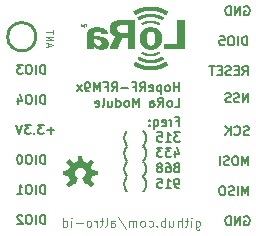
<source format=gbr>
%TF.GenerationSoftware,KiCad,Pcbnew,5.1.10*%
%TF.CreationDate,2021-07-25T21:05:11+03:00*%
%TF.ProjectId,hoperf-rfm9x-lora-breakout,686f7065-7266-42d7-9266-6d39782d6c6f,rev?*%
%TF.SameCoordinates,Original*%
%TF.FileFunction,Legend,Bot*%
%TF.FilePolarity,Positive*%
%FSLAX46Y46*%
G04 Gerber Fmt 4.6, Leading zero omitted, Abs format (unit mm)*
G04 Created by KiCad (PCBNEW 5.1.10) date 2021-07-25 21:05:11*
%MOMM*%
%LPD*%
G01*
G04 APERTURE LIST*
%ADD10C,0.146304*%
%ADD11C,0.097536*%
%ADD12C,0.254000*%
%ADD13C,0.091440*%
%ADD14C,0.100000*%
G04 APERTURE END LIST*
D10*
X152530154Y-103192286D02*
X152530154Y-102420126D01*
X152530154Y-102787821D02*
X152088920Y-102787821D01*
X152088920Y-103192286D02*
X152088920Y-102420126D01*
X151610916Y-103192286D02*
X151684455Y-103155516D01*
X151721225Y-103118747D01*
X151757994Y-103045208D01*
X151757994Y-102824591D01*
X151721225Y-102751052D01*
X151684455Y-102714282D01*
X151610916Y-102677513D01*
X151500608Y-102677513D01*
X151427069Y-102714282D01*
X151390299Y-102751052D01*
X151353530Y-102824591D01*
X151353530Y-103045208D01*
X151390299Y-103118747D01*
X151427069Y-103155516D01*
X151500608Y-103192286D01*
X151610916Y-103192286D01*
X151022604Y-102677513D02*
X151022604Y-103449673D01*
X151022604Y-102714282D02*
X150949065Y-102677513D01*
X150801987Y-102677513D01*
X150728448Y-102714282D01*
X150691678Y-102751052D01*
X150654909Y-102824591D01*
X150654909Y-103045208D01*
X150691678Y-103118747D01*
X150728448Y-103155516D01*
X150801987Y-103192286D01*
X150949065Y-103192286D01*
X151022604Y-103155516D01*
X150029827Y-103155516D02*
X150103366Y-103192286D01*
X150250444Y-103192286D01*
X150323983Y-103155516D01*
X150360752Y-103081977D01*
X150360752Y-102787821D01*
X150323983Y-102714282D01*
X150250444Y-102677513D01*
X150103366Y-102677513D01*
X150029827Y-102714282D01*
X149993057Y-102787821D01*
X149993057Y-102861360D01*
X150360752Y-102934899D01*
X149220897Y-103192286D02*
X149478284Y-102824591D01*
X149662131Y-103192286D02*
X149662131Y-102420126D01*
X149367975Y-102420126D01*
X149294436Y-102456896D01*
X149257667Y-102493665D01*
X149220897Y-102567204D01*
X149220897Y-102677513D01*
X149257667Y-102751052D01*
X149294436Y-102787821D01*
X149367975Y-102824591D01*
X149662131Y-102824591D01*
X148632585Y-102787821D02*
X148889971Y-102787821D01*
X148889971Y-103192286D02*
X148889971Y-102420126D01*
X148522276Y-102420126D01*
X148228120Y-102898130D02*
X147639808Y-102898130D01*
X146830878Y-103192286D02*
X147088265Y-102824591D01*
X147272112Y-103192286D02*
X147272112Y-102420126D01*
X146977956Y-102420126D01*
X146904417Y-102456896D01*
X146867648Y-102493665D01*
X146830878Y-102567204D01*
X146830878Y-102677513D01*
X146867648Y-102751052D01*
X146904417Y-102787821D01*
X146977956Y-102824591D01*
X147272112Y-102824591D01*
X146242566Y-102787821D02*
X146499952Y-102787821D01*
X146499952Y-103192286D02*
X146499952Y-102420126D01*
X146132257Y-102420126D01*
X145838101Y-103192286D02*
X145838101Y-102420126D01*
X145580714Y-102971669D01*
X145323328Y-102420126D01*
X145323328Y-103192286D01*
X144918863Y-103192286D02*
X144771785Y-103192286D01*
X144698246Y-103155516D01*
X144661476Y-103118747D01*
X144587937Y-103008438D01*
X144551168Y-102861360D01*
X144551168Y-102567204D01*
X144587937Y-102493665D01*
X144624707Y-102456896D01*
X144698246Y-102420126D01*
X144845324Y-102420126D01*
X144918863Y-102456896D01*
X144955632Y-102493665D01*
X144992402Y-102567204D01*
X144992402Y-102751052D01*
X144955632Y-102824591D01*
X144918863Y-102861360D01*
X144845324Y-102898130D01*
X144698246Y-102898130D01*
X144624707Y-102861360D01*
X144587937Y-102824591D01*
X144551168Y-102751052D01*
X144293781Y-103192286D02*
X143889316Y-102677513D01*
X144293781Y-102677513D02*
X143889316Y-103192286D01*
X152162459Y-104496830D02*
X152530154Y-104496830D01*
X152530154Y-103724670D01*
X151794764Y-104496830D02*
X151868303Y-104460060D01*
X151905072Y-104423291D01*
X151941842Y-104349752D01*
X151941842Y-104129135D01*
X151905072Y-104055596D01*
X151868303Y-104018826D01*
X151794764Y-103982057D01*
X151684455Y-103982057D01*
X151610916Y-104018826D01*
X151574147Y-104055596D01*
X151537377Y-104129135D01*
X151537377Y-104349752D01*
X151574147Y-104423291D01*
X151610916Y-104460060D01*
X151684455Y-104496830D01*
X151794764Y-104496830D01*
X150765217Y-104496830D02*
X151022604Y-104129135D01*
X151206451Y-104496830D02*
X151206451Y-103724670D01*
X150912295Y-103724670D01*
X150838756Y-103761440D01*
X150801987Y-103798209D01*
X150765217Y-103871748D01*
X150765217Y-103982057D01*
X150801987Y-104055596D01*
X150838756Y-104092365D01*
X150912295Y-104129135D01*
X151206451Y-104129135D01*
X150103366Y-104496830D02*
X150103366Y-104092365D01*
X150140135Y-104018826D01*
X150213674Y-103982057D01*
X150360752Y-103982057D01*
X150434291Y-104018826D01*
X150103366Y-104460060D02*
X150176905Y-104496830D01*
X150360752Y-104496830D01*
X150434291Y-104460060D01*
X150471061Y-104386521D01*
X150471061Y-104312982D01*
X150434291Y-104239443D01*
X150360752Y-104202674D01*
X150176905Y-104202674D01*
X150103366Y-104165904D01*
X149147358Y-104496830D02*
X149147358Y-103724670D01*
X148889971Y-104276213D01*
X148632585Y-103724670D01*
X148632585Y-104496830D01*
X148154581Y-104496830D02*
X148228120Y-104460060D01*
X148264890Y-104423291D01*
X148301659Y-104349752D01*
X148301659Y-104129135D01*
X148264890Y-104055596D01*
X148228120Y-104018826D01*
X148154581Y-103982057D01*
X148044272Y-103982057D01*
X147970733Y-104018826D01*
X147933964Y-104055596D01*
X147897194Y-104129135D01*
X147897194Y-104349752D01*
X147933964Y-104423291D01*
X147970733Y-104460060D01*
X148044272Y-104496830D01*
X148154581Y-104496830D01*
X147235343Y-104496830D02*
X147235343Y-103724670D01*
X147235343Y-104460060D02*
X147308882Y-104496830D01*
X147455960Y-104496830D01*
X147529499Y-104460060D01*
X147566269Y-104423291D01*
X147603038Y-104349752D01*
X147603038Y-104129135D01*
X147566269Y-104055596D01*
X147529499Y-104018826D01*
X147455960Y-103982057D01*
X147308882Y-103982057D01*
X147235343Y-104018826D01*
X146536722Y-103982057D02*
X146536722Y-104496830D01*
X146867648Y-103982057D02*
X146867648Y-104386521D01*
X146830878Y-104460060D01*
X146757339Y-104496830D01*
X146647030Y-104496830D01*
X146573491Y-104460060D01*
X146536722Y-104423291D01*
X146058718Y-104496830D02*
X146132257Y-104460060D01*
X146169027Y-104386521D01*
X146169027Y-103724670D01*
X145470406Y-104460060D02*
X145543945Y-104496830D01*
X145691023Y-104496830D01*
X145764562Y-104460060D01*
X145801331Y-104386521D01*
X145801331Y-104092365D01*
X145764562Y-104018826D01*
X145691023Y-103982057D01*
X145543945Y-103982057D01*
X145470406Y-104018826D01*
X145433636Y-104092365D01*
X145433636Y-104165904D01*
X145801331Y-104239443D01*
X152272768Y-105732189D02*
X152530154Y-105732189D01*
X152530154Y-106136654D02*
X152530154Y-105364494D01*
X152162459Y-105364494D01*
X151868303Y-106136654D02*
X151868303Y-105621881D01*
X151868303Y-105768959D02*
X151831533Y-105695420D01*
X151794764Y-105658650D01*
X151721225Y-105621881D01*
X151647686Y-105621881D01*
X151096143Y-106099884D02*
X151169682Y-106136654D01*
X151316760Y-106136654D01*
X151390299Y-106099884D01*
X151427069Y-106026345D01*
X151427069Y-105732189D01*
X151390299Y-105658650D01*
X151316760Y-105621881D01*
X151169682Y-105621881D01*
X151096143Y-105658650D01*
X151059373Y-105732189D01*
X151059373Y-105805728D01*
X151427069Y-105879267D01*
X150397522Y-105621881D02*
X150397522Y-106394041D01*
X150397522Y-106099884D02*
X150471061Y-106136654D01*
X150618139Y-106136654D01*
X150691678Y-106099884D01*
X150728448Y-106063115D01*
X150765217Y-105989576D01*
X150765217Y-105768959D01*
X150728448Y-105695420D01*
X150691678Y-105658650D01*
X150618139Y-105621881D01*
X150471061Y-105621881D01*
X150397522Y-105658650D01*
X150029827Y-106063115D02*
X149993057Y-106099884D01*
X150029827Y-106136654D01*
X150066596Y-106099884D01*
X150029827Y-106063115D01*
X150029827Y-106136654D01*
X150029827Y-105658650D02*
X149993057Y-105695420D01*
X150029827Y-105732189D01*
X150066596Y-105695420D01*
X150029827Y-105658650D01*
X150029827Y-105732189D01*
X152603693Y-106669038D02*
X152125690Y-106669038D01*
X152383076Y-106963194D01*
X152272768Y-106963194D01*
X152199229Y-106999964D01*
X152162459Y-107036733D01*
X152125690Y-107110272D01*
X152125690Y-107294120D01*
X152162459Y-107367659D01*
X152199229Y-107404428D01*
X152272768Y-107441198D01*
X152493385Y-107441198D01*
X152566924Y-107404428D01*
X152603693Y-107367659D01*
X151390299Y-107441198D02*
X151831533Y-107441198D01*
X151610916Y-107441198D02*
X151610916Y-106669038D01*
X151684455Y-106779347D01*
X151757994Y-106852886D01*
X151831533Y-106889655D01*
X150691678Y-106669038D02*
X151059373Y-106669038D01*
X151096143Y-107036733D01*
X151059373Y-106999964D01*
X150985834Y-106963194D01*
X150801987Y-106963194D01*
X150728448Y-106999964D01*
X150691678Y-107036733D01*
X150654909Y-107110272D01*
X150654909Y-107294120D01*
X150691678Y-107367659D01*
X150728448Y-107404428D01*
X150801987Y-107441198D01*
X150985834Y-107441198D01*
X151059373Y-107404428D01*
X151096143Y-107367659D01*
X149515053Y-107735354D02*
X149551823Y-107698585D01*
X149625362Y-107588276D01*
X149662131Y-107514737D01*
X149698901Y-107404428D01*
X149735670Y-107220581D01*
X149735670Y-107073503D01*
X149698901Y-106889655D01*
X149662131Y-106779347D01*
X149625362Y-106705808D01*
X149551823Y-106595499D01*
X149515053Y-106558729D01*
X148117811Y-107735354D02*
X148081042Y-107698585D01*
X148007503Y-107588276D01*
X147970733Y-107514737D01*
X147933964Y-107404428D01*
X147897194Y-107220581D01*
X147897194Y-107073503D01*
X147933964Y-106889655D01*
X147970733Y-106779347D01*
X148007503Y-106705808D01*
X148081042Y-106595499D01*
X148117811Y-106558729D01*
X152199229Y-108230969D02*
X152199229Y-108745742D01*
X152383076Y-107936812D02*
X152566924Y-108488355D01*
X152088920Y-108488355D01*
X151868303Y-107973582D02*
X151390299Y-107973582D01*
X151647686Y-108267738D01*
X151537377Y-108267738D01*
X151463838Y-108304508D01*
X151427069Y-108341277D01*
X151390299Y-108414816D01*
X151390299Y-108598664D01*
X151427069Y-108672203D01*
X151463838Y-108708972D01*
X151537377Y-108745742D01*
X151757994Y-108745742D01*
X151831533Y-108708972D01*
X151868303Y-108672203D01*
X151132912Y-107973582D02*
X150654909Y-107973582D01*
X150912295Y-108267738D01*
X150801987Y-108267738D01*
X150728448Y-108304508D01*
X150691678Y-108341277D01*
X150654909Y-108414816D01*
X150654909Y-108598664D01*
X150691678Y-108672203D01*
X150728448Y-108708972D01*
X150801987Y-108745742D01*
X151022604Y-108745742D01*
X151096143Y-108708972D01*
X151132912Y-108672203D01*
X149515053Y-109039898D02*
X149551823Y-109003129D01*
X149625362Y-108892820D01*
X149662131Y-108819281D01*
X149698901Y-108708972D01*
X149735670Y-108525125D01*
X149735670Y-108378047D01*
X149698901Y-108194199D01*
X149662131Y-108083891D01*
X149625362Y-108010352D01*
X149551823Y-107900043D01*
X149515053Y-107863273D01*
X148117811Y-109039898D02*
X148081042Y-109003129D01*
X148007503Y-108892820D01*
X147970733Y-108819281D01*
X147933964Y-108708972D01*
X147897194Y-108525125D01*
X147897194Y-108378047D01*
X147933964Y-108194199D01*
X147970733Y-108083891D01*
X148007503Y-108010352D01*
X148081042Y-107900043D01*
X148117811Y-107863273D01*
X152419846Y-109609052D02*
X152493385Y-109572282D01*
X152530154Y-109535513D01*
X152566924Y-109461974D01*
X152566924Y-109425204D01*
X152530154Y-109351665D01*
X152493385Y-109314896D01*
X152419846Y-109278126D01*
X152272768Y-109278126D01*
X152199229Y-109314896D01*
X152162459Y-109351665D01*
X152125690Y-109425204D01*
X152125690Y-109461974D01*
X152162459Y-109535513D01*
X152199229Y-109572282D01*
X152272768Y-109609052D01*
X152419846Y-109609052D01*
X152493385Y-109645821D01*
X152530154Y-109682591D01*
X152566924Y-109756130D01*
X152566924Y-109903208D01*
X152530154Y-109976747D01*
X152493385Y-110013516D01*
X152419846Y-110050286D01*
X152272768Y-110050286D01*
X152199229Y-110013516D01*
X152162459Y-109976747D01*
X152125690Y-109903208D01*
X152125690Y-109756130D01*
X152162459Y-109682591D01*
X152199229Y-109645821D01*
X152272768Y-109609052D01*
X151463838Y-109278126D02*
X151610916Y-109278126D01*
X151684455Y-109314896D01*
X151721225Y-109351665D01*
X151794764Y-109461974D01*
X151831533Y-109609052D01*
X151831533Y-109903208D01*
X151794764Y-109976747D01*
X151757994Y-110013516D01*
X151684455Y-110050286D01*
X151537377Y-110050286D01*
X151463838Y-110013516D01*
X151427069Y-109976747D01*
X151390299Y-109903208D01*
X151390299Y-109719360D01*
X151427069Y-109645821D01*
X151463838Y-109609052D01*
X151537377Y-109572282D01*
X151684455Y-109572282D01*
X151757994Y-109609052D01*
X151794764Y-109645821D01*
X151831533Y-109719360D01*
X150949065Y-109609052D02*
X151022604Y-109572282D01*
X151059373Y-109535513D01*
X151096143Y-109461974D01*
X151096143Y-109425204D01*
X151059373Y-109351665D01*
X151022604Y-109314896D01*
X150949065Y-109278126D01*
X150801987Y-109278126D01*
X150728448Y-109314896D01*
X150691678Y-109351665D01*
X150654909Y-109425204D01*
X150654909Y-109461974D01*
X150691678Y-109535513D01*
X150728448Y-109572282D01*
X150801987Y-109609052D01*
X150949065Y-109609052D01*
X151022604Y-109645821D01*
X151059373Y-109682591D01*
X151096143Y-109756130D01*
X151096143Y-109903208D01*
X151059373Y-109976747D01*
X151022604Y-110013516D01*
X150949065Y-110050286D01*
X150801987Y-110050286D01*
X150728448Y-110013516D01*
X150691678Y-109976747D01*
X150654909Y-109903208D01*
X150654909Y-109756130D01*
X150691678Y-109682591D01*
X150728448Y-109645821D01*
X150801987Y-109609052D01*
X149515053Y-110344442D02*
X149551823Y-110307673D01*
X149625362Y-110197364D01*
X149662131Y-110123825D01*
X149698901Y-110013516D01*
X149735670Y-109829669D01*
X149735670Y-109682591D01*
X149698901Y-109498743D01*
X149662131Y-109388435D01*
X149625362Y-109314896D01*
X149551823Y-109204587D01*
X149515053Y-109167817D01*
X148117811Y-110344442D02*
X148081042Y-110307673D01*
X148007503Y-110197364D01*
X147970733Y-110123825D01*
X147933964Y-110013516D01*
X147897194Y-109829669D01*
X147897194Y-109682591D01*
X147933964Y-109498743D01*
X147970733Y-109388435D01*
X148007503Y-109314896D01*
X148081042Y-109204587D01*
X148117811Y-109167817D01*
X152493385Y-111354830D02*
X152346307Y-111354830D01*
X152272768Y-111318060D01*
X152235998Y-111281291D01*
X152162459Y-111170982D01*
X152125690Y-111023904D01*
X152125690Y-110729748D01*
X152162459Y-110656209D01*
X152199229Y-110619440D01*
X152272768Y-110582670D01*
X152419846Y-110582670D01*
X152493385Y-110619440D01*
X152530154Y-110656209D01*
X152566924Y-110729748D01*
X152566924Y-110913596D01*
X152530154Y-110987135D01*
X152493385Y-111023904D01*
X152419846Y-111060674D01*
X152272768Y-111060674D01*
X152199229Y-111023904D01*
X152162459Y-110987135D01*
X152125690Y-110913596D01*
X151390299Y-111354830D02*
X151831533Y-111354830D01*
X151610916Y-111354830D02*
X151610916Y-110582670D01*
X151684455Y-110692979D01*
X151757994Y-110766518D01*
X151831533Y-110803287D01*
X150691678Y-110582670D02*
X151059373Y-110582670D01*
X151096143Y-110950365D01*
X151059373Y-110913596D01*
X150985834Y-110876826D01*
X150801987Y-110876826D01*
X150728448Y-110913596D01*
X150691678Y-110950365D01*
X150654909Y-111023904D01*
X150654909Y-111207752D01*
X150691678Y-111281291D01*
X150728448Y-111318060D01*
X150801987Y-111354830D01*
X150985834Y-111354830D01*
X151059373Y-111318060D01*
X151096143Y-111281291D01*
X149515053Y-111648986D02*
X149551823Y-111612217D01*
X149625362Y-111501908D01*
X149662131Y-111428369D01*
X149698901Y-111318060D01*
X149735670Y-111134213D01*
X149735670Y-110987135D01*
X149698901Y-110803287D01*
X149662131Y-110692979D01*
X149625362Y-110619440D01*
X149551823Y-110509131D01*
X149515053Y-110472361D01*
X148117811Y-111648986D02*
X148081042Y-111612217D01*
X148007503Y-111501908D01*
X147970733Y-111428369D01*
X147933964Y-111318060D01*
X147897194Y-111134213D01*
X147897194Y-110987135D01*
X147933964Y-110803287D01*
X147970733Y-110692979D01*
X148007503Y-110619440D01*
X148081042Y-110509131D01*
X148117811Y-110472361D01*
X141180525Y-101707910D02*
X141180525Y-100935750D01*
X140996677Y-100935750D01*
X140886369Y-100972520D01*
X140812829Y-101046059D01*
X140776060Y-101119598D01*
X140739290Y-101266676D01*
X140739290Y-101376984D01*
X140776060Y-101524062D01*
X140812829Y-101597601D01*
X140886369Y-101671140D01*
X140996677Y-101707910D01*
X141180525Y-101707910D01*
X140408365Y-101707910D02*
X140408365Y-100935750D01*
X139893591Y-100935750D02*
X139746513Y-100935750D01*
X139672974Y-100972520D01*
X139599435Y-101046059D01*
X139562666Y-101193137D01*
X139562666Y-101450523D01*
X139599435Y-101597601D01*
X139672974Y-101671140D01*
X139746513Y-101707910D01*
X139893591Y-101707910D01*
X139967130Y-101671140D01*
X140040669Y-101597601D01*
X140077439Y-101450523D01*
X140077439Y-101193137D01*
X140040669Y-101046059D01*
X139967130Y-100972520D01*
X139893591Y-100935750D01*
X139305279Y-100935750D02*
X138827275Y-100935750D01*
X139084662Y-101229906D01*
X138974353Y-101229906D01*
X138900814Y-101266676D01*
X138864045Y-101303445D01*
X138827275Y-101376984D01*
X138827275Y-101560832D01*
X138864045Y-101634371D01*
X138900814Y-101671140D01*
X138974353Y-101707910D01*
X139194970Y-101707910D01*
X139268509Y-101671140D01*
X139305279Y-101634371D01*
X141180525Y-104247910D02*
X141180525Y-103475750D01*
X140996677Y-103475750D01*
X140886369Y-103512520D01*
X140812829Y-103586059D01*
X140776060Y-103659598D01*
X140739290Y-103806676D01*
X140739290Y-103916984D01*
X140776060Y-104064062D01*
X140812829Y-104137601D01*
X140886369Y-104211140D01*
X140996677Y-104247910D01*
X141180525Y-104247910D01*
X140408365Y-104247910D02*
X140408365Y-103475750D01*
X139893591Y-103475750D02*
X139746513Y-103475750D01*
X139672974Y-103512520D01*
X139599435Y-103586059D01*
X139562666Y-103733137D01*
X139562666Y-103990523D01*
X139599435Y-104137601D01*
X139672974Y-104211140D01*
X139746513Y-104247910D01*
X139893591Y-104247910D01*
X139967130Y-104211140D01*
X140040669Y-104137601D01*
X140077439Y-103990523D01*
X140077439Y-103733137D01*
X140040669Y-103586059D01*
X139967130Y-103512520D01*
X139893591Y-103475750D01*
X138900814Y-103733137D02*
X138900814Y-104247910D01*
X139084662Y-103438980D02*
X139268509Y-103990523D01*
X138790506Y-103990523D01*
X141952685Y-106493754D02*
X141364372Y-106493754D01*
X141658529Y-106787910D02*
X141658529Y-106199598D01*
X141070216Y-106015750D02*
X140592212Y-106015750D01*
X140849599Y-106309906D01*
X140739290Y-106309906D01*
X140665751Y-106346676D01*
X140628982Y-106383445D01*
X140592212Y-106456984D01*
X140592212Y-106640832D01*
X140628982Y-106714371D01*
X140665751Y-106751140D01*
X140739290Y-106787910D01*
X140959908Y-106787910D01*
X141033447Y-106751140D01*
X141070216Y-106714371D01*
X140261287Y-106714371D02*
X140224517Y-106751140D01*
X140261287Y-106787910D01*
X140298056Y-106751140D01*
X140261287Y-106714371D01*
X140261287Y-106787910D01*
X139967130Y-106015750D02*
X139489127Y-106015750D01*
X139746513Y-106309906D01*
X139636205Y-106309906D01*
X139562666Y-106346676D01*
X139525896Y-106383445D01*
X139489127Y-106456984D01*
X139489127Y-106640832D01*
X139525896Y-106714371D01*
X139562666Y-106751140D01*
X139636205Y-106787910D01*
X139856822Y-106787910D01*
X139930361Y-106751140D01*
X139967130Y-106714371D01*
X139268509Y-106015750D02*
X139011123Y-106787910D01*
X138753736Y-106015750D01*
X141180525Y-109327910D02*
X141180525Y-108555750D01*
X140996677Y-108555750D01*
X140886369Y-108592520D01*
X140812829Y-108666059D01*
X140776060Y-108739598D01*
X140739290Y-108886676D01*
X140739290Y-108996984D01*
X140776060Y-109144062D01*
X140812829Y-109217601D01*
X140886369Y-109291140D01*
X140996677Y-109327910D01*
X141180525Y-109327910D01*
X140408365Y-109327910D02*
X140408365Y-108555750D01*
X139893591Y-108555750D02*
X139746513Y-108555750D01*
X139672974Y-108592520D01*
X139599435Y-108666059D01*
X139562666Y-108813137D01*
X139562666Y-109070523D01*
X139599435Y-109217601D01*
X139672974Y-109291140D01*
X139746513Y-109327910D01*
X139893591Y-109327910D01*
X139967130Y-109291140D01*
X140040669Y-109217601D01*
X140077439Y-109070523D01*
X140077439Y-108813137D01*
X140040669Y-108666059D01*
X139967130Y-108592520D01*
X139893591Y-108555750D01*
X139084662Y-108555750D02*
X139011123Y-108555750D01*
X138937584Y-108592520D01*
X138900814Y-108629289D01*
X138864045Y-108702828D01*
X138827275Y-108849906D01*
X138827275Y-109033754D01*
X138864045Y-109180832D01*
X138900814Y-109254371D01*
X138937584Y-109291140D01*
X139011123Y-109327910D01*
X139084662Y-109327910D01*
X139158201Y-109291140D01*
X139194970Y-109254371D01*
X139231740Y-109180832D01*
X139268509Y-109033754D01*
X139268509Y-108849906D01*
X139231740Y-108702828D01*
X139194970Y-108629289D01*
X139158201Y-108592520D01*
X139084662Y-108555750D01*
X141180525Y-111867910D02*
X141180525Y-111095750D01*
X140996677Y-111095750D01*
X140886369Y-111132520D01*
X140812829Y-111206059D01*
X140776060Y-111279598D01*
X140739290Y-111426676D01*
X140739290Y-111536984D01*
X140776060Y-111684062D01*
X140812829Y-111757601D01*
X140886369Y-111831140D01*
X140996677Y-111867910D01*
X141180525Y-111867910D01*
X140408365Y-111867910D02*
X140408365Y-111095750D01*
X139893591Y-111095750D02*
X139746513Y-111095750D01*
X139672974Y-111132520D01*
X139599435Y-111206059D01*
X139562666Y-111353137D01*
X139562666Y-111610523D01*
X139599435Y-111757601D01*
X139672974Y-111831140D01*
X139746513Y-111867910D01*
X139893591Y-111867910D01*
X139967130Y-111831140D01*
X140040669Y-111757601D01*
X140077439Y-111610523D01*
X140077439Y-111353137D01*
X140040669Y-111206059D01*
X139967130Y-111132520D01*
X139893591Y-111095750D01*
X138827275Y-111867910D02*
X139268509Y-111867910D01*
X139047892Y-111867910D02*
X139047892Y-111095750D01*
X139121431Y-111206059D01*
X139194970Y-111279598D01*
X139268509Y-111316367D01*
X141180525Y-114407910D02*
X141180525Y-113635750D01*
X140996677Y-113635750D01*
X140886369Y-113672520D01*
X140812829Y-113746059D01*
X140776060Y-113819598D01*
X140739290Y-113966676D01*
X140739290Y-114076984D01*
X140776060Y-114224062D01*
X140812829Y-114297601D01*
X140886369Y-114371140D01*
X140996677Y-114407910D01*
X141180525Y-114407910D01*
X140408365Y-114407910D02*
X140408365Y-113635750D01*
X139893591Y-113635750D02*
X139746513Y-113635750D01*
X139672974Y-113672520D01*
X139599435Y-113746059D01*
X139562666Y-113893137D01*
X139562666Y-114150523D01*
X139599435Y-114297601D01*
X139672974Y-114371140D01*
X139746513Y-114407910D01*
X139893591Y-114407910D01*
X139967130Y-114371140D01*
X140040669Y-114297601D01*
X140077439Y-114150523D01*
X140077439Y-113893137D01*
X140040669Y-113746059D01*
X139967130Y-113672520D01*
X139893591Y-113635750D01*
X139268509Y-113709289D02*
X139231740Y-113672520D01*
X139158201Y-113635750D01*
X138974353Y-113635750D01*
X138900814Y-113672520D01*
X138864045Y-113709289D01*
X138827275Y-113782828D01*
X138827275Y-113856367D01*
X138864045Y-113966676D01*
X139305279Y-114407910D01*
X138827275Y-114407910D01*
X158070034Y-96012000D02*
X158143573Y-95975230D01*
X158253882Y-95975230D01*
X158364190Y-96012000D01*
X158437729Y-96085539D01*
X158474499Y-96159078D01*
X158511269Y-96306156D01*
X158511269Y-96416464D01*
X158474499Y-96563542D01*
X158437729Y-96637081D01*
X158364190Y-96710620D01*
X158253882Y-96747390D01*
X158180343Y-96747390D01*
X158070034Y-96710620D01*
X158033265Y-96673851D01*
X158033265Y-96416464D01*
X158180343Y-96416464D01*
X157702339Y-96747390D02*
X157702339Y-95975230D01*
X157261105Y-96747390D01*
X157261105Y-95975230D01*
X156893409Y-96747390D02*
X156893409Y-95975230D01*
X156709562Y-95975230D01*
X156599253Y-96012000D01*
X156525714Y-96085539D01*
X156488945Y-96159078D01*
X156452175Y-96306156D01*
X156452175Y-96416464D01*
X156488945Y-96563542D01*
X156525714Y-96637081D01*
X156599253Y-96710620D01*
X156709562Y-96747390D01*
X156893409Y-96747390D01*
X158297425Y-99287390D02*
X158297425Y-98515230D01*
X158113577Y-98515230D01*
X158003269Y-98552000D01*
X157929729Y-98625539D01*
X157892960Y-98699078D01*
X157856190Y-98846156D01*
X157856190Y-98956464D01*
X157892960Y-99103542D01*
X157929729Y-99177081D01*
X158003269Y-99250620D01*
X158113577Y-99287390D01*
X158297425Y-99287390D01*
X157525265Y-99287390D02*
X157525265Y-98515230D01*
X157010491Y-98515230D02*
X156863413Y-98515230D01*
X156789874Y-98552000D01*
X156716335Y-98625539D01*
X156679566Y-98772617D01*
X156679566Y-99030003D01*
X156716335Y-99177081D01*
X156789874Y-99250620D01*
X156863413Y-99287390D01*
X157010491Y-99287390D01*
X157084030Y-99250620D01*
X157157569Y-99177081D01*
X157194339Y-99030003D01*
X157194339Y-98772617D01*
X157157569Y-98625539D01*
X157084030Y-98552000D01*
X157010491Y-98515230D01*
X155980945Y-98515230D02*
X156348640Y-98515230D01*
X156385409Y-98882925D01*
X156348640Y-98846156D01*
X156275101Y-98809386D01*
X156091253Y-98809386D01*
X156017714Y-98846156D01*
X155980945Y-98882925D01*
X155944175Y-98956464D01*
X155944175Y-99140312D01*
X155980945Y-99213851D01*
X156017714Y-99250620D01*
X156091253Y-99287390D01*
X156275101Y-99287390D01*
X156348640Y-99250620D01*
X156385409Y-99213851D01*
X157903120Y-101827390D02*
X158160507Y-101459695D01*
X158344354Y-101827390D02*
X158344354Y-101055230D01*
X158050198Y-101055230D01*
X157976659Y-101092000D01*
X157939889Y-101128769D01*
X157903120Y-101202308D01*
X157903120Y-101312617D01*
X157939889Y-101386156D01*
X157976659Y-101422925D01*
X158050198Y-101459695D01*
X158344354Y-101459695D01*
X157572194Y-101422925D02*
X157314808Y-101422925D01*
X157204499Y-101827390D02*
X157572194Y-101827390D01*
X157572194Y-101055230D01*
X157204499Y-101055230D01*
X156910343Y-101790620D02*
X156800034Y-101827390D01*
X156616187Y-101827390D01*
X156542648Y-101790620D01*
X156505878Y-101753851D01*
X156469109Y-101680312D01*
X156469109Y-101606773D01*
X156505878Y-101533234D01*
X156542648Y-101496464D01*
X156616187Y-101459695D01*
X156763265Y-101422925D01*
X156836804Y-101386156D01*
X156873573Y-101349386D01*
X156910343Y-101275847D01*
X156910343Y-101202308D01*
X156873573Y-101128769D01*
X156836804Y-101092000D01*
X156763265Y-101055230D01*
X156579417Y-101055230D01*
X156469109Y-101092000D01*
X156138183Y-101422925D02*
X155880796Y-101422925D01*
X155770488Y-101827390D02*
X156138183Y-101827390D01*
X156138183Y-101055230D01*
X155770488Y-101055230D01*
X155549870Y-101055230D02*
X155108636Y-101055230D01*
X155329253Y-101827390D02*
X155329253Y-101055230D01*
X158400960Y-104113390D02*
X158400960Y-103341230D01*
X157959726Y-104113390D01*
X157959726Y-103341230D01*
X157628800Y-104076620D02*
X157518491Y-104113390D01*
X157334644Y-104113390D01*
X157261105Y-104076620D01*
X157224335Y-104039851D01*
X157187566Y-103966312D01*
X157187566Y-103892773D01*
X157224335Y-103819234D01*
X157261105Y-103782464D01*
X157334644Y-103745695D01*
X157481722Y-103708925D01*
X157555261Y-103672156D01*
X157592030Y-103635386D01*
X157628800Y-103561847D01*
X157628800Y-103488308D01*
X157592030Y-103414769D01*
X157555261Y-103378000D01*
X157481722Y-103341230D01*
X157297874Y-103341230D01*
X157187566Y-103378000D01*
X156893409Y-104076620D02*
X156783101Y-104113390D01*
X156599253Y-104113390D01*
X156525714Y-104076620D01*
X156488945Y-104039851D01*
X156452175Y-103966312D01*
X156452175Y-103892773D01*
X156488945Y-103819234D01*
X156525714Y-103782464D01*
X156599253Y-103745695D01*
X156746331Y-103708925D01*
X156819870Y-103672156D01*
X156856640Y-103635386D01*
X156893409Y-103561847D01*
X156893409Y-103488308D01*
X156856640Y-103414769D01*
X156819870Y-103378000D01*
X156746331Y-103341230D01*
X156562484Y-103341230D01*
X156452175Y-103378000D01*
X158437729Y-106870620D02*
X158327421Y-106907390D01*
X158143573Y-106907390D01*
X158070034Y-106870620D01*
X158033265Y-106833851D01*
X157996495Y-106760312D01*
X157996495Y-106686773D01*
X158033265Y-106613234D01*
X158070034Y-106576464D01*
X158143573Y-106539695D01*
X158290651Y-106502925D01*
X158364190Y-106466156D01*
X158400960Y-106429386D01*
X158437729Y-106355847D01*
X158437729Y-106282308D01*
X158400960Y-106208769D01*
X158364190Y-106172000D01*
X158290651Y-106135230D01*
X158106804Y-106135230D01*
X157996495Y-106172000D01*
X157224335Y-106833851D02*
X157261105Y-106870620D01*
X157371413Y-106907390D01*
X157444952Y-106907390D01*
X157555261Y-106870620D01*
X157628800Y-106797081D01*
X157665569Y-106723542D01*
X157702339Y-106576464D01*
X157702339Y-106466156D01*
X157665569Y-106319078D01*
X157628800Y-106245539D01*
X157555261Y-106172000D01*
X157444952Y-106135230D01*
X157371413Y-106135230D01*
X157261105Y-106172000D01*
X157224335Y-106208769D01*
X156893409Y-106907390D02*
X156893409Y-106135230D01*
X156452175Y-106907390D02*
X156783101Y-106466156D01*
X156452175Y-106135230D02*
X156893409Y-106576464D01*
X158407733Y-109447390D02*
X158407733Y-108675230D01*
X158150347Y-109226773D01*
X157892960Y-108675230D01*
X157892960Y-109447390D01*
X157378187Y-108675230D02*
X157231109Y-108675230D01*
X157157569Y-108712000D01*
X157084030Y-108785539D01*
X157047261Y-108932617D01*
X157047261Y-109190003D01*
X157084030Y-109337081D01*
X157157569Y-109410620D01*
X157231109Y-109447390D01*
X157378187Y-109447390D01*
X157451726Y-109410620D01*
X157525265Y-109337081D01*
X157562034Y-109190003D01*
X157562034Y-108932617D01*
X157525265Y-108785539D01*
X157451726Y-108712000D01*
X157378187Y-108675230D01*
X156753105Y-109410620D02*
X156642796Y-109447390D01*
X156458949Y-109447390D01*
X156385409Y-109410620D01*
X156348640Y-109373851D01*
X156311870Y-109300312D01*
X156311870Y-109226773D01*
X156348640Y-109153234D01*
X156385409Y-109116464D01*
X156458949Y-109079695D01*
X156606027Y-109042925D01*
X156679566Y-109006156D01*
X156716335Y-108969386D01*
X156753105Y-108895847D01*
X156753105Y-108822308D01*
X156716335Y-108748769D01*
X156679566Y-108712000D01*
X156606027Y-108675230D01*
X156422179Y-108675230D01*
X156311870Y-108712000D01*
X155980945Y-109447390D02*
X155980945Y-108675230D01*
X158407733Y-111987390D02*
X158407733Y-111215230D01*
X158150347Y-111766773D01*
X157892960Y-111215230D01*
X157892960Y-111987390D01*
X157525265Y-111987390D02*
X157525265Y-111215230D01*
X157194339Y-111950620D02*
X157084030Y-111987390D01*
X156900183Y-111987390D01*
X156826644Y-111950620D01*
X156789874Y-111913851D01*
X156753105Y-111840312D01*
X156753105Y-111766773D01*
X156789874Y-111693234D01*
X156826644Y-111656464D01*
X156900183Y-111619695D01*
X157047261Y-111582925D01*
X157120800Y-111546156D01*
X157157569Y-111509386D01*
X157194339Y-111435847D01*
X157194339Y-111362308D01*
X157157569Y-111288769D01*
X157120800Y-111252000D01*
X157047261Y-111215230D01*
X156863413Y-111215230D01*
X156753105Y-111252000D01*
X156275101Y-111215230D02*
X156128023Y-111215230D01*
X156054484Y-111252000D01*
X155980945Y-111325539D01*
X155944175Y-111472617D01*
X155944175Y-111730003D01*
X155980945Y-111877081D01*
X156054484Y-111950620D01*
X156128023Y-111987390D01*
X156275101Y-111987390D01*
X156348640Y-111950620D01*
X156422179Y-111877081D01*
X156458949Y-111730003D01*
X156458949Y-111472617D01*
X156422179Y-111325539D01*
X156348640Y-111252000D01*
X156275101Y-111215230D01*
X158070034Y-113792000D02*
X158143573Y-113755230D01*
X158253882Y-113755230D01*
X158364190Y-113792000D01*
X158437729Y-113865539D01*
X158474499Y-113939078D01*
X158511269Y-114086156D01*
X158511269Y-114196464D01*
X158474499Y-114343542D01*
X158437729Y-114417081D01*
X158364190Y-114490620D01*
X158253882Y-114527390D01*
X158180343Y-114527390D01*
X158070034Y-114490620D01*
X158033265Y-114453851D01*
X158033265Y-114196464D01*
X158180343Y-114196464D01*
X157702339Y-114527390D02*
X157702339Y-113755230D01*
X157261105Y-114527390D01*
X157261105Y-113755230D01*
X156893409Y-114527390D02*
X156893409Y-113755230D01*
X156709562Y-113755230D01*
X156599253Y-113792000D01*
X156525714Y-113865539D01*
X156488945Y-113939078D01*
X156452175Y-114086156D01*
X156452175Y-114196464D01*
X156488945Y-114343542D01*
X156525714Y-114417081D01*
X156599253Y-114490620D01*
X156709562Y-114527390D01*
X156893409Y-114527390D01*
D11*
X153932989Y-114142057D02*
X153932989Y-114767139D01*
X153969759Y-114840678D01*
X154006528Y-114877447D01*
X154080067Y-114914217D01*
X154190376Y-114914217D01*
X154263915Y-114877447D01*
X153932989Y-114620060D02*
X154006528Y-114656830D01*
X154153606Y-114656830D01*
X154227145Y-114620060D01*
X154263915Y-114583291D01*
X154300684Y-114509752D01*
X154300684Y-114289135D01*
X154263915Y-114215596D01*
X154227145Y-114178826D01*
X154153606Y-114142057D01*
X154006528Y-114142057D01*
X153932989Y-114178826D01*
X153565294Y-114656830D02*
X153565294Y-114142057D01*
X153565294Y-113884670D02*
X153602063Y-113921440D01*
X153565294Y-113958209D01*
X153528524Y-113921440D01*
X153565294Y-113884670D01*
X153565294Y-113958209D01*
X153307907Y-114142057D02*
X153013751Y-114142057D01*
X153197599Y-113884670D02*
X153197599Y-114546521D01*
X153160829Y-114620060D01*
X153087290Y-114656830D01*
X153013751Y-114656830D01*
X152756364Y-114656830D02*
X152756364Y-113884670D01*
X152425439Y-114656830D02*
X152425439Y-114252365D01*
X152462208Y-114178826D01*
X152535747Y-114142057D01*
X152646056Y-114142057D01*
X152719595Y-114178826D01*
X152756364Y-114215596D01*
X151726818Y-114142057D02*
X151726818Y-114656830D01*
X152057743Y-114142057D02*
X152057743Y-114546521D01*
X152020974Y-114620060D01*
X151947435Y-114656830D01*
X151837126Y-114656830D01*
X151763587Y-114620060D01*
X151726818Y-114583291D01*
X151359122Y-114656830D02*
X151359122Y-113884670D01*
X151359122Y-114178826D02*
X151285583Y-114142057D01*
X151138505Y-114142057D01*
X151064966Y-114178826D01*
X151028197Y-114215596D01*
X150991427Y-114289135D01*
X150991427Y-114509752D01*
X151028197Y-114583291D01*
X151064966Y-114620060D01*
X151138505Y-114656830D01*
X151285583Y-114656830D01*
X151359122Y-114620060D01*
X150660501Y-114583291D02*
X150623732Y-114620060D01*
X150660501Y-114656830D01*
X150697271Y-114620060D01*
X150660501Y-114583291D01*
X150660501Y-114656830D01*
X149961880Y-114620060D02*
X150035420Y-114656830D01*
X150182498Y-114656830D01*
X150256037Y-114620060D01*
X150292806Y-114583291D01*
X150329576Y-114509752D01*
X150329576Y-114289135D01*
X150292806Y-114215596D01*
X150256037Y-114178826D01*
X150182498Y-114142057D01*
X150035420Y-114142057D01*
X149961880Y-114178826D01*
X149520646Y-114656830D02*
X149594185Y-114620060D01*
X149630955Y-114583291D01*
X149667724Y-114509752D01*
X149667724Y-114289135D01*
X149630955Y-114215596D01*
X149594185Y-114178826D01*
X149520646Y-114142057D01*
X149410338Y-114142057D01*
X149336799Y-114178826D01*
X149300029Y-114215596D01*
X149263260Y-114289135D01*
X149263260Y-114509752D01*
X149300029Y-114583291D01*
X149336799Y-114620060D01*
X149410338Y-114656830D01*
X149520646Y-114656830D01*
X148932334Y-114656830D02*
X148932334Y-114142057D01*
X148932334Y-114215596D02*
X148895564Y-114178826D01*
X148822025Y-114142057D01*
X148711717Y-114142057D01*
X148638178Y-114178826D01*
X148601408Y-114252365D01*
X148601408Y-114656830D01*
X148601408Y-114252365D02*
X148564639Y-114178826D01*
X148491100Y-114142057D01*
X148380791Y-114142057D01*
X148307252Y-114178826D01*
X148270482Y-114252365D01*
X148270482Y-114656830D01*
X147351244Y-113847900D02*
X148013096Y-114840678D01*
X146762932Y-114656830D02*
X146762932Y-114252365D01*
X146799701Y-114178826D01*
X146873240Y-114142057D01*
X147020319Y-114142057D01*
X147093858Y-114178826D01*
X146762932Y-114620060D02*
X146836471Y-114656830D01*
X147020319Y-114656830D01*
X147093858Y-114620060D01*
X147130627Y-114546521D01*
X147130627Y-114472982D01*
X147093858Y-114399443D01*
X147020319Y-114362674D01*
X146836471Y-114362674D01*
X146762932Y-114325904D01*
X146284928Y-114656830D02*
X146358467Y-114620060D01*
X146395237Y-114546521D01*
X146395237Y-113884670D01*
X146101080Y-114142057D02*
X145806924Y-114142057D01*
X145990772Y-113884670D02*
X145990772Y-114546521D01*
X145954002Y-114620060D01*
X145880463Y-114656830D01*
X145806924Y-114656830D01*
X145549538Y-114656830D02*
X145549538Y-114142057D01*
X145549538Y-114289135D02*
X145512768Y-114215596D01*
X145475999Y-114178826D01*
X145402460Y-114142057D01*
X145328920Y-114142057D01*
X144961225Y-114656830D02*
X145034764Y-114620060D01*
X145071534Y-114583291D01*
X145108303Y-114509752D01*
X145108303Y-114289135D01*
X145071534Y-114215596D01*
X145034764Y-114178826D01*
X144961225Y-114142057D01*
X144850917Y-114142057D01*
X144777378Y-114178826D01*
X144740608Y-114215596D01*
X144703839Y-114289135D01*
X144703839Y-114509752D01*
X144740608Y-114583291D01*
X144777378Y-114620060D01*
X144850917Y-114656830D01*
X144961225Y-114656830D01*
X144372913Y-114362674D02*
X143784600Y-114362674D01*
X143416905Y-114656830D02*
X143416905Y-114142057D01*
X143416905Y-113884670D02*
X143453675Y-113921440D01*
X143416905Y-113958209D01*
X143380136Y-113921440D01*
X143416905Y-113884670D01*
X143416905Y-113958209D01*
X142718284Y-114656830D02*
X142718284Y-113884670D01*
X142718284Y-114620060D02*
X142791823Y-114656830D01*
X142938901Y-114656830D01*
X143012440Y-114620060D01*
X143049210Y-114583291D01*
X143085980Y-114509752D01*
X143085980Y-114289135D01*
X143049210Y-114215596D01*
X143012440Y-114178826D01*
X142938901Y-114142057D01*
X142791823Y-114142057D01*
X142718284Y-114178826D01*
D12*
X140418212Y-98564600D02*
G75*
G03*
X140418212Y-98564600I-1198112J0D01*
G01*
D13*
X141445140Y-99410855D02*
X141445140Y-99135084D01*
X141279677Y-99466009D02*
X141858797Y-99272969D01*
X141279677Y-99079929D01*
X141279677Y-98886889D02*
X141858797Y-98886889D01*
X141279677Y-98555964D01*
X141858797Y-98555964D01*
X141858797Y-98362924D02*
X141858797Y-98031998D01*
X141279677Y-98197461D02*
X141858797Y-98197461D01*
D14*
%TO.C,LOGO1*%
G36*
X143778400Y-111074400D02*
G01*
X143626600Y-110996200D01*
X143249600Y-111303600D01*
X142991100Y-111045100D01*
X143298500Y-110668100D01*
X143168200Y-110353600D01*
X142684300Y-110304400D01*
X142684300Y-109938800D01*
X143168200Y-109889600D01*
X143298500Y-109575100D01*
X142991100Y-109198100D01*
X143249600Y-108939600D01*
X143626600Y-109247000D01*
X143778436Y-109168783D01*
X143941100Y-109116700D01*
X143990300Y-108632800D01*
X144355900Y-108632800D01*
X144405100Y-109116700D01*
X144719600Y-109247000D01*
X145096600Y-108939600D01*
X145355100Y-109198100D01*
X145047700Y-109575100D01*
X145178000Y-109889600D01*
X145661900Y-109938800D01*
X145661900Y-110304400D01*
X145178000Y-110353600D01*
X145047700Y-110668100D01*
X145355100Y-111045100D01*
X145096600Y-111303600D01*
X144719600Y-110996200D01*
X144645321Y-111038447D01*
X144567800Y-111074400D01*
X144352500Y-110554700D01*
X144352499Y-110554700D01*
X144504600Y-110453093D01*
X144641900Y-110121600D01*
X144619739Y-109979279D01*
X144555409Y-109850407D01*
X144454985Y-109747153D01*
X144327949Y-109679267D01*
X144186299Y-109653161D01*
X144043409Y-109671298D01*
X143912774Y-109731967D01*
X143806728Y-109829439D01*
X143735286Y-109954509D01*
X143705194Y-110095366D01*
X143719294Y-110238711D01*
X143776254Y-110371006D01*
X143870695Y-110479759D01*
X143993700Y-110554700D01*
X143778400Y-111074400D01*
G37*
%TO.C,U$3*%
G36*
X150286882Y-96022060D02*
G01*
X149977000Y-96022060D01*
X149977000Y-96016982D01*
X150286882Y-96016982D01*
X150286882Y-96022060D01*
G37*
G36*
X150368160Y-96027141D02*
G01*
X149890641Y-96027141D01*
X149890641Y-96022060D01*
X150368160Y-96022060D01*
X150368160Y-96027141D01*
G37*
G36*
X150429119Y-96032219D02*
G01*
X149829682Y-96032219D01*
X149829682Y-96027141D01*
X150429119Y-96027141D01*
X150429119Y-96032219D01*
G37*
G36*
X150474841Y-96037300D02*
G01*
X149778882Y-96037300D01*
X149778882Y-96032219D01*
X150474841Y-96032219D01*
X150474841Y-96037300D01*
G37*
G36*
X150515482Y-96042382D02*
G01*
X149738241Y-96042382D01*
X149738241Y-96037300D01*
X150515482Y-96037300D01*
X150515482Y-96042382D01*
G37*
G36*
X150556119Y-96047460D02*
G01*
X149697600Y-96047460D01*
X149697600Y-96042382D01*
X150556119Y-96042382D01*
X150556119Y-96047460D01*
G37*
G36*
X150586600Y-96052541D02*
G01*
X149667119Y-96052541D01*
X149667119Y-96047460D01*
X150586600Y-96047460D01*
X150586600Y-96052541D01*
G37*
G36*
X150622160Y-96057619D02*
G01*
X149636641Y-96057619D01*
X149636641Y-96052541D01*
X150622160Y-96052541D01*
X150622160Y-96057619D01*
G37*
G36*
X150647560Y-96062700D02*
G01*
X149606160Y-96062700D01*
X149606160Y-96057619D01*
X150647560Y-96057619D01*
X150647560Y-96062700D01*
G37*
G36*
X150678041Y-96067782D02*
G01*
X149580760Y-96067782D01*
X149580760Y-96062700D01*
X150678041Y-96062700D01*
X150678041Y-96067782D01*
G37*
G36*
X150698360Y-96072860D02*
G01*
X149555360Y-96072860D01*
X149555360Y-96067782D01*
X150698360Y-96067782D01*
X150698360Y-96072860D01*
G37*
G36*
X150723760Y-96077941D02*
G01*
X149529960Y-96077941D01*
X149529960Y-96072860D01*
X150723760Y-96072860D01*
X150723760Y-96077941D01*
G37*
G36*
X150749160Y-96083019D02*
G01*
X149504560Y-96083019D01*
X149504560Y-96077941D01*
X150749160Y-96077941D01*
X150749160Y-96083019D01*
G37*
G36*
X150769482Y-96088100D02*
G01*
X149484241Y-96088100D01*
X149484241Y-96083019D01*
X150769482Y-96083019D01*
X150769482Y-96088100D01*
G37*
G36*
X150789800Y-96093182D02*
G01*
X149463919Y-96093182D01*
X149463919Y-96088100D01*
X150789800Y-96088100D01*
X150789800Y-96093182D01*
G37*
G36*
X150810119Y-96098260D02*
G01*
X149443600Y-96098260D01*
X149443600Y-96093182D01*
X150810119Y-96093182D01*
X150810119Y-96098260D01*
G37*
G36*
X150830441Y-96103341D02*
G01*
X149423282Y-96103341D01*
X149423282Y-96098260D01*
X150830441Y-96098260D01*
X150830441Y-96103341D01*
G37*
G36*
X150850760Y-96108419D02*
G01*
X149402960Y-96108419D01*
X149402960Y-96103341D01*
X150850760Y-96103341D01*
X150850760Y-96108419D01*
G37*
G36*
X150871082Y-96113500D02*
G01*
X149387719Y-96113500D01*
X149387719Y-96108419D01*
X150871082Y-96108419D01*
X150871082Y-96113500D01*
G37*
G36*
X150886319Y-96118582D02*
G01*
X149367400Y-96118582D01*
X149367400Y-96113500D01*
X150886319Y-96113500D01*
X150886319Y-96118582D01*
G37*
G36*
X150901560Y-96123660D02*
G01*
X149352160Y-96123660D01*
X149352160Y-96118582D01*
X150901560Y-96118582D01*
X150901560Y-96123660D01*
G37*
G36*
X150921882Y-96128741D02*
G01*
X149336919Y-96128741D01*
X149336919Y-96123660D01*
X150921882Y-96123660D01*
X150921882Y-96128741D01*
G37*
G36*
X150937119Y-96133819D02*
G01*
X149316600Y-96133819D01*
X149316600Y-96128741D01*
X150937119Y-96128741D01*
X150937119Y-96133819D01*
G37*
G36*
X150952360Y-96138900D02*
G01*
X149301360Y-96138900D01*
X149301360Y-96133819D01*
X150952360Y-96133819D01*
X150952360Y-96138900D01*
G37*
G36*
X150967600Y-96143982D02*
G01*
X149286119Y-96143982D01*
X149286119Y-96138900D01*
X150967600Y-96138900D01*
X150967600Y-96143982D01*
G37*
G36*
X150982841Y-96149060D02*
G01*
X149270882Y-96149060D01*
X149270882Y-96143982D01*
X150982841Y-96143982D01*
X150982841Y-96149060D01*
G37*
G36*
X150998082Y-96154141D02*
G01*
X149255641Y-96154141D01*
X149255641Y-96149060D01*
X150998082Y-96149060D01*
X150998082Y-96154141D01*
G37*
G36*
X151013319Y-96159219D02*
G01*
X149240400Y-96159219D01*
X149240400Y-96154141D01*
X151013319Y-96154141D01*
X151013319Y-96159219D01*
G37*
G36*
X151028560Y-96164300D02*
G01*
X149230241Y-96164300D01*
X149230241Y-96159219D01*
X151028560Y-96159219D01*
X151028560Y-96164300D01*
G37*
G36*
X151043800Y-96169382D02*
G01*
X149215000Y-96169382D01*
X149215000Y-96164300D01*
X151043800Y-96164300D01*
X151043800Y-96169382D01*
G37*
G36*
X151059041Y-96174460D02*
G01*
X149199760Y-96174460D01*
X149199760Y-96169382D01*
X151059041Y-96169382D01*
X151059041Y-96174460D01*
G37*
G36*
X151069200Y-96179541D02*
G01*
X149184519Y-96179541D01*
X149184519Y-96174460D01*
X151069200Y-96174460D01*
X151069200Y-96179541D01*
G37*
G36*
X151084441Y-96184619D02*
G01*
X149174360Y-96184619D01*
X149174360Y-96179541D01*
X151084441Y-96179541D01*
X151084441Y-96184619D01*
G37*
G36*
X151094600Y-96189700D02*
G01*
X149159119Y-96189700D01*
X149159119Y-96184619D01*
X151094600Y-96184619D01*
X151094600Y-96189700D01*
G37*
G36*
X151109841Y-96194782D02*
G01*
X149148960Y-96194782D01*
X149148960Y-96189700D01*
X151109841Y-96189700D01*
X151109841Y-96194782D01*
G37*
G36*
X151125082Y-96199860D02*
G01*
X149133719Y-96199860D01*
X149133719Y-96194782D01*
X151125082Y-96194782D01*
X151125082Y-96199860D01*
G37*
G36*
X151135241Y-96204941D02*
G01*
X149123560Y-96204941D01*
X149123560Y-96199860D01*
X151135241Y-96199860D01*
X151135241Y-96204941D01*
G37*
G36*
X151145400Y-96210019D02*
G01*
X149108319Y-96210019D01*
X149108319Y-96204941D01*
X151145400Y-96204941D01*
X151145400Y-96210019D01*
G37*
G36*
X151160641Y-96215100D02*
G01*
X149098160Y-96215100D01*
X149098160Y-96210019D01*
X151160641Y-96210019D01*
X151160641Y-96215100D01*
G37*
G36*
X151170800Y-96220182D02*
G01*
X149082919Y-96220182D01*
X149082919Y-96215100D01*
X151170800Y-96215100D01*
X151170800Y-96220182D01*
G37*
G36*
X151186041Y-96225260D02*
G01*
X149072760Y-96225260D01*
X149072760Y-96220182D01*
X151186041Y-96220182D01*
X151186041Y-96225260D01*
G37*
G36*
X151196200Y-96230341D02*
G01*
X149062600Y-96230341D01*
X149062600Y-96225260D01*
X151196200Y-96225260D01*
X151196200Y-96230341D01*
G37*
G36*
X151206360Y-96235419D02*
G01*
X149047360Y-96235419D01*
X149047360Y-96230341D01*
X151206360Y-96230341D01*
X151206360Y-96235419D01*
G37*
G36*
X151216519Y-96240500D02*
G01*
X149037200Y-96240500D01*
X149037200Y-96235419D01*
X151216519Y-96235419D01*
X151216519Y-96240500D01*
G37*
G36*
X151231760Y-96245582D02*
G01*
X149027041Y-96245582D01*
X149027041Y-96240500D01*
X151231760Y-96240500D01*
X151231760Y-96245582D01*
G37*
G36*
X151241919Y-96250660D02*
G01*
X149016882Y-96250660D01*
X149016882Y-96245582D01*
X151241919Y-96245582D01*
X151241919Y-96250660D01*
G37*
G36*
X151252082Y-96255741D02*
G01*
X149006719Y-96255741D01*
X149006719Y-96250660D01*
X151252082Y-96250660D01*
X151252082Y-96255741D01*
G37*
G36*
X151262241Y-96260819D02*
G01*
X148996560Y-96260819D01*
X148996560Y-96255741D01*
X151262241Y-96255741D01*
X151262241Y-96260819D01*
G37*
G36*
X151272400Y-96265900D02*
G01*
X148981319Y-96265900D01*
X148981319Y-96260819D01*
X151272400Y-96260819D01*
X151272400Y-96265900D01*
G37*
G36*
X151282560Y-96270982D02*
G01*
X148971160Y-96270982D01*
X148971160Y-96265900D01*
X151282560Y-96265900D01*
X151282560Y-96270982D01*
G37*
G36*
X151292719Y-96276060D02*
G01*
X148961000Y-96276060D01*
X148961000Y-96270982D01*
X151292719Y-96270982D01*
X151292719Y-96276060D01*
G37*
G36*
X151302882Y-96281141D02*
G01*
X148950841Y-96281141D01*
X148950841Y-96276060D01*
X151302882Y-96276060D01*
X151302882Y-96281141D01*
G37*
G36*
X151313041Y-96286219D02*
G01*
X148940682Y-96286219D01*
X148940682Y-96281141D01*
X151313041Y-96281141D01*
X151313041Y-96286219D01*
G37*
G36*
X151323200Y-96291300D02*
G01*
X148930519Y-96291300D01*
X148930519Y-96286219D01*
X151323200Y-96286219D01*
X151323200Y-96291300D01*
G37*
G36*
X151338441Y-96296382D02*
G01*
X148920360Y-96296382D01*
X148920360Y-96291300D01*
X151338441Y-96291300D01*
X151338441Y-96296382D01*
G37*
G36*
X151343519Y-96301460D02*
G01*
X148910200Y-96301460D01*
X148910200Y-96296382D01*
X151343519Y-96296382D01*
X151343519Y-96301460D01*
G37*
G36*
X151353682Y-96306541D02*
G01*
X148900041Y-96306541D01*
X148900041Y-96301460D01*
X151353682Y-96301460D01*
X151353682Y-96306541D01*
G37*
G36*
X151363841Y-96311619D02*
G01*
X148889882Y-96311619D01*
X148889882Y-96306541D01*
X151363841Y-96306541D01*
X151363841Y-96311619D01*
G37*
G36*
X151374000Y-96316700D02*
G01*
X148879719Y-96316700D01*
X148879719Y-96311619D01*
X151374000Y-96311619D01*
X151374000Y-96316700D01*
G37*
G36*
X151384160Y-96321782D02*
G01*
X148874641Y-96321782D01*
X148874641Y-96316700D01*
X151384160Y-96316700D01*
X151384160Y-96321782D01*
G37*
G36*
X151394319Y-96326860D02*
G01*
X148864482Y-96326860D01*
X148864482Y-96321782D01*
X151394319Y-96321782D01*
X151394319Y-96326860D01*
G37*
G36*
X151404482Y-96331941D02*
G01*
X148854319Y-96331941D01*
X148854319Y-96326860D01*
X151404482Y-96326860D01*
X151404482Y-96331941D01*
G37*
G36*
X151414641Y-96337019D02*
G01*
X148844160Y-96337019D01*
X148844160Y-96331941D01*
X151414641Y-96331941D01*
X151414641Y-96337019D01*
G37*
G36*
X151424800Y-96342100D02*
G01*
X148834000Y-96342100D01*
X148834000Y-96337019D01*
X151424800Y-96337019D01*
X151424800Y-96342100D01*
G37*
G36*
X151434960Y-96347182D02*
G01*
X148823841Y-96347182D01*
X148823841Y-96342100D01*
X151434960Y-96342100D01*
X151434960Y-96347182D01*
G37*
G36*
X151440041Y-96352260D02*
G01*
X148813682Y-96352260D01*
X148813682Y-96347182D01*
X151440041Y-96347182D01*
X151440041Y-96352260D01*
G37*
G36*
X151450200Y-96357341D02*
G01*
X148803519Y-96357341D01*
X148803519Y-96352260D01*
X151450200Y-96352260D01*
X151450200Y-96357341D01*
G37*
G36*
X151460360Y-96362419D02*
G01*
X148793360Y-96362419D01*
X148793360Y-96357341D01*
X151460360Y-96357341D01*
X151460360Y-96362419D01*
G37*
G36*
X151470519Y-96367500D02*
G01*
X148788282Y-96367500D01*
X148788282Y-96362419D01*
X151470519Y-96362419D01*
X151470519Y-96367500D01*
G37*
G36*
X151480682Y-96372582D02*
G01*
X148778119Y-96372582D01*
X148778119Y-96367500D01*
X151480682Y-96367500D01*
X151480682Y-96372582D01*
G37*
G36*
X151485760Y-96377660D02*
G01*
X148767960Y-96377660D01*
X148767960Y-96372582D01*
X151485760Y-96372582D01*
X151485760Y-96377660D01*
G37*
G36*
X150017641Y-96382741D02*
G01*
X148757800Y-96382741D01*
X148757800Y-96377660D01*
X150017641Y-96377660D01*
X150017641Y-96382741D01*
G37*
G36*
X151495919Y-96382741D02*
G01*
X150276719Y-96382741D01*
X150276719Y-96377660D01*
X151495919Y-96377660D01*
X151495919Y-96382741D01*
G37*
G36*
X149931282Y-96387819D02*
G01*
X148747641Y-96387819D01*
X148747641Y-96382741D01*
X149931282Y-96382741D01*
X149931282Y-96387819D01*
G37*
G36*
X151506082Y-96387819D02*
G01*
X150352919Y-96387819D01*
X150352919Y-96382741D01*
X151506082Y-96382741D01*
X151506082Y-96387819D01*
G37*
G36*
X149870319Y-96392900D02*
G01*
X148742560Y-96392900D01*
X148742560Y-96387819D01*
X149870319Y-96387819D01*
X149870319Y-96392900D01*
G37*
G36*
X151516241Y-96392900D02*
G01*
X150408800Y-96392900D01*
X150408800Y-96387819D01*
X151516241Y-96387819D01*
X151516241Y-96392900D01*
G37*
G36*
X149824600Y-96397982D02*
G01*
X148732400Y-96397982D01*
X148732400Y-96392900D01*
X149824600Y-96392900D01*
X149824600Y-96397982D01*
G37*
G36*
X151521319Y-96397982D02*
G01*
X150449441Y-96397982D01*
X150449441Y-96392900D01*
X151521319Y-96392900D01*
X151521319Y-96397982D01*
G37*
G36*
X149783960Y-96403060D02*
G01*
X148722241Y-96403060D01*
X148722241Y-96397982D01*
X149783960Y-96397982D01*
X149783960Y-96403060D01*
G37*
G36*
X151531482Y-96403060D02*
G01*
X150485000Y-96403060D01*
X150485000Y-96397982D01*
X151531482Y-96397982D01*
X151531482Y-96403060D01*
G37*
G36*
X149743319Y-96408141D02*
G01*
X148712082Y-96408141D01*
X148712082Y-96403060D01*
X149743319Y-96403060D01*
X149743319Y-96408141D01*
G37*
G36*
X151541641Y-96408141D02*
G01*
X150515482Y-96408141D01*
X150515482Y-96403060D01*
X151541641Y-96403060D01*
X151541641Y-96408141D01*
G37*
G36*
X149712841Y-96413219D02*
G01*
X148707000Y-96413219D01*
X148707000Y-96408141D01*
X149712841Y-96408141D01*
X149712841Y-96413219D01*
G37*
G36*
X151546719Y-96413219D02*
G01*
X150545960Y-96413219D01*
X150545960Y-96408141D01*
X151546719Y-96408141D01*
X151546719Y-96413219D01*
G37*
G36*
X149682360Y-96418300D02*
G01*
X148696841Y-96418300D01*
X148696841Y-96413219D01*
X149682360Y-96413219D01*
X149682360Y-96418300D01*
G37*
G36*
X151556882Y-96418300D02*
G01*
X150571360Y-96418300D01*
X150571360Y-96413219D01*
X151556882Y-96413219D01*
X151556882Y-96418300D01*
G37*
G36*
X149656960Y-96423382D02*
G01*
X148686682Y-96423382D01*
X148686682Y-96418300D01*
X149656960Y-96418300D01*
X149656960Y-96423382D01*
G37*
G36*
X151567041Y-96423382D02*
G01*
X150591682Y-96423382D01*
X150591682Y-96418300D01*
X151567041Y-96418300D01*
X151567041Y-96423382D01*
G37*
G36*
X149631560Y-96428460D02*
G01*
X148681600Y-96428460D01*
X148681600Y-96423382D01*
X149631560Y-96423382D01*
X149631560Y-96428460D01*
G37*
G36*
X151572119Y-96428460D02*
G01*
X150617082Y-96428460D01*
X150617082Y-96423382D01*
X151572119Y-96423382D01*
X151572119Y-96428460D01*
G37*
G36*
X149611241Y-96433541D02*
G01*
X148671441Y-96433541D01*
X148671441Y-96428460D01*
X149611241Y-96428460D01*
X149611241Y-96433541D01*
G37*
G36*
X151582282Y-96433541D02*
G01*
X150642482Y-96433541D01*
X150642482Y-96428460D01*
X151582282Y-96428460D01*
X151582282Y-96433541D01*
G37*
G36*
X149590919Y-96438619D02*
G01*
X148666360Y-96438619D01*
X148666360Y-96433541D01*
X149590919Y-96433541D01*
X149590919Y-96438619D01*
G37*
G36*
X151592441Y-96438619D02*
G01*
X150662800Y-96438619D01*
X150662800Y-96433541D01*
X151592441Y-96433541D01*
X151592441Y-96438619D01*
G37*
G36*
X149570600Y-96443700D02*
G01*
X148656200Y-96443700D01*
X148656200Y-96438619D01*
X149570600Y-96438619D01*
X149570600Y-96443700D01*
G37*
G36*
X151597519Y-96443700D02*
G01*
X150683119Y-96443700D01*
X150683119Y-96438619D01*
X151597519Y-96438619D01*
X151597519Y-96443700D01*
G37*
G36*
X149550282Y-96448782D02*
G01*
X148656200Y-96448782D01*
X148656200Y-96443700D01*
X149550282Y-96443700D01*
X149550282Y-96448782D01*
G37*
G36*
X151607682Y-96448782D02*
G01*
X150703441Y-96448782D01*
X150703441Y-96443700D01*
X151607682Y-96443700D01*
X151607682Y-96448782D01*
G37*
G36*
X149529960Y-96453860D02*
G01*
X148656200Y-96453860D01*
X148656200Y-96448782D01*
X149529960Y-96448782D01*
X149529960Y-96453860D01*
G37*
G36*
X151612760Y-96453860D02*
G01*
X150723760Y-96453860D01*
X150723760Y-96448782D01*
X151612760Y-96448782D01*
X151612760Y-96453860D01*
G37*
G36*
X149514719Y-96458941D02*
G01*
X148661282Y-96458941D01*
X148661282Y-96453860D01*
X149514719Y-96453860D01*
X149514719Y-96458941D01*
G37*
G36*
X151617841Y-96458941D02*
G01*
X150739000Y-96458941D01*
X150739000Y-96453860D01*
X151617841Y-96453860D01*
X151617841Y-96458941D01*
G37*
G36*
X149494400Y-96464019D02*
G01*
X148661282Y-96464019D01*
X148661282Y-96458941D01*
X149494400Y-96458941D01*
X149494400Y-96464019D01*
G37*
G36*
X151628000Y-96464019D02*
G01*
X150759319Y-96464019D01*
X150759319Y-96458941D01*
X151628000Y-96458941D01*
X151628000Y-96464019D01*
G37*
G36*
X149479160Y-96469100D02*
G01*
X148666360Y-96469100D01*
X148666360Y-96464019D01*
X149479160Y-96464019D01*
X149479160Y-96469100D01*
G37*
G36*
X151633082Y-96469100D02*
G01*
X150774560Y-96469100D01*
X150774560Y-96464019D01*
X151633082Y-96464019D01*
X151633082Y-96469100D01*
G37*
G36*
X149458841Y-96474182D02*
G01*
X148666360Y-96474182D01*
X148666360Y-96469100D01*
X149458841Y-96469100D01*
X149458841Y-96474182D01*
G37*
G36*
X151633082Y-96474182D02*
G01*
X150794882Y-96474182D01*
X150794882Y-96469100D01*
X151633082Y-96469100D01*
X151633082Y-96474182D01*
G37*
G36*
X149443600Y-96479260D02*
G01*
X148671441Y-96479260D01*
X148671441Y-96474182D01*
X149443600Y-96474182D01*
X149443600Y-96479260D01*
G37*
G36*
X151633082Y-96479260D02*
G01*
X150810119Y-96479260D01*
X150810119Y-96474182D01*
X151633082Y-96474182D01*
X151633082Y-96479260D01*
G37*
G36*
X149428360Y-96484341D02*
G01*
X148676519Y-96484341D01*
X148676519Y-96479260D01*
X149428360Y-96479260D01*
X149428360Y-96484341D01*
G37*
G36*
X151628000Y-96484341D02*
G01*
X150825360Y-96484341D01*
X150825360Y-96479260D01*
X151628000Y-96479260D01*
X151628000Y-96484341D01*
G37*
G36*
X149413119Y-96489419D02*
G01*
X148676519Y-96489419D01*
X148676519Y-96484341D01*
X149413119Y-96484341D01*
X149413119Y-96489419D01*
G37*
G36*
X151628000Y-96489419D02*
G01*
X150840600Y-96489419D01*
X150840600Y-96484341D01*
X151628000Y-96484341D01*
X151628000Y-96489419D01*
G37*
G36*
X149397882Y-96494500D02*
G01*
X148681600Y-96494500D01*
X148681600Y-96489419D01*
X149397882Y-96489419D01*
X149397882Y-96494500D01*
G37*
G36*
X151622919Y-96494500D02*
G01*
X150855841Y-96494500D01*
X150855841Y-96489419D01*
X151622919Y-96489419D01*
X151622919Y-96494500D01*
G37*
G36*
X149382641Y-96499582D02*
G01*
X148681600Y-96499582D01*
X148681600Y-96494500D01*
X149382641Y-96494500D01*
X149382641Y-96499582D01*
G37*
G36*
X151622919Y-96499582D02*
G01*
X150871082Y-96499582D01*
X150871082Y-96494500D01*
X151622919Y-96494500D01*
X151622919Y-96499582D01*
G37*
G36*
X149367400Y-96504660D02*
G01*
X148686682Y-96504660D01*
X148686682Y-96499582D01*
X149367400Y-96499582D01*
X149367400Y-96504660D01*
G37*
G36*
X151617841Y-96504660D02*
G01*
X150886319Y-96504660D01*
X150886319Y-96499582D01*
X151617841Y-96499582D01*
X151617841Y-96504660D01*
G37*
G36*
X149352160Y-96509741D02*
G01*
X148691760Y-96509741D01*
X148691760Y-96504660D01*
X149352160Y-96504660D01*
X149352160Y-96509741D01*
G37*
G36*
X151612760Y-96509741D02*
G01*
X150901560Y-96509741D01*
X150901560Y-96504660D01*
X151612760Y-96504660D01*
X151612760Y-96509741D01*
G37*
G36*
X149336919Y-96514819D02*
G01*
X148691760Y-96514819D01*
X148691760Y-96509741D01*
X149336919Y-96509741D01*
X149336919Y-96514819D01*
G37*
G36*
X151612760Y-96514819D02*
G01*
X150916800Y-96514819D01*
X150916800Y-96509741D01*
X151612760Y-96509741D01*
X151612760Y-96514819D01*
G37*
G36*
X149321682Y-96519900D02*
G01*
X148696841Y-96519900D01*
X148696841Y-96514819D01*
X149321682Y-96514819D01*
X149321682Y-96519900D01*
G37*
G36*
X151607682Y-96519900D02*
G01*
X150932041Y-96519900D01*
X150932041Y-96514819D01*
X151607682Y-96514819D01*
X151607682Y-96519900D01*
G37*
G36*
X149306441Y-96524982D02*
G01*
X148696841Y-96524982D01*
X148696841Y-96519900D01*
X149306441Y-96519900D01*
X149306441Y-96524982D01*
G37*
G36*
X151607682Y-96524982D02*
G01*
X150947282Y-96524982D01*
X150947282Y-96519900D01*
X151607682Y-96519900D01*
X151607682Y-96524982D01*
G37*
G36*
X149296282Y-96530060D02*
G01*
X148701919Y-96530060D01*
X148701919Y-96524982D01*
X149296282Y-96524982D01*
X149296282Y-96530060D01*
G37*
G36*
X151602600Y-96530060D02*
G01*
X150957441Y-96530060D01*
X150957441Y-96524982D01*
X151602600Y-96524982D01*
X151602600Y-96530060D01*
G37*
G36*
X149281041Y-96535141D02*
G01*
X148707000Y-96535141D01*
X148707000Y-96530060D01*
X149281041Y-96530060D01*
X149281041Y-96535141D01*
G37*
G36*
X151597519Y-96535141D02*
G01*
X150972682Y-96535141D01*
X150972682Y-96530060D01*
X151597519Y-96530060D01*
X151597519Y-96535141D01*
G37*
G36*
X149265800Y-96540219D02*
G01*
X148707000Y-96540219D01*
X148707000Y-96535141D01*
X149265800Y-96535141D01*
X149265800Y-96540219D01*
G37*
G36*
X151597519Y-96540219D02*
G01*
X150982841Y-96540219D01*
X150982841Y-96535141D01*
X151597519Y-96535141D01*
X151597519Y-96540219D01*
G37*
G36*
X149255641Y-96545300D02*
G01*
X148712082Y-96545300D01*
X148712082Y-96540219D01*
X149255641Y-96540219D01*
X149255641Y-96545300D01*
G37*
G36*
X151592441Y-96545300D02*
G01*
X150998082Y-96545300D01*
X150998082Y-96540219D01*
X151592441Y-96540219D01*
X151592441Y-96545300D01*
G37*
G36*
X149240400Y-96550382D02*
G01*
X148717160Y-96550382D01*
X148717160Y-96545300D01*
X149240400Y-96545300D01*
X149240400Y-96550382D01*
G37*
G36*
X151587360Y-96550382D02*
G01*
X151008241Y-96550382D01*
X151008241Y-96545300D01*
X151587360Y-96545300D01*
X151587360Y-96550382D01*
G37*
G36*
X149230241Y-96555460D02*
G01*
X148717160Y-96555460D01*
X148717160Y-96550382D01*
X149230241Y-96550382D01*
X149230241Y-96555460D01*
G37*
G36*
X151587360Y-96555460D02*
G01*
X151023482Y-96555460D01*
X151023482Y-96550382D01*
X151587360Y-96550382D01*
X151587360Y-96555460D01*
G37*
G36*
X149215000Y-96560541D02*
G01*
X148722241Y-96560541D01*
X148722241Y-96555460D01*
X149215000Y-96555460D01*
X149215000Y-96560541D01*
G37*
G36*
X151582282Y-96560541D02*
G01*
X151033641Y-96560541D01*
X151033641Y-96555460D01*
X151582282Y-96555460D01*
X151582282Y-96560541D01*
G37*
G36*
X149204841Y-96565619D02*
G01*
X148722241Y-96565619D01*
X148722241Y-96560541D01*
X149204841Y-96560541D01*
X149204841Y-96565619D01*
G37*
G36*
X151577200Y-96565619D02*
G01*
X151048882Y-96565619D01*
X151048882Y-96560541D01*
X151577200Y-96560541D01*
X151577200Y-96565619D01*
G37*
G36*
X149194682Y-96570700D02*
G01*
X148727319Y-96570700D01*
X148727319Y-96565619D01*
X149194682Y-96565619D01*
X149194682Y-96570700D01*
G37*
G36*
X151577200Y-96570700D02*
G01*
X151059041Y-96570700D01*
X151059041Y-96565619D01*
X151577200Y-96565619D01*
X151577200Y-96570700D01*
G37*
G36*
X149184519Y-96575782D02*
G01*
X148732400Y-96575782D01*
X148732400Y-96570700D01*
X149184519Y-96570700D01*
X149184519Y-96575782D01*
G37*
G36*
X151572119Y-96575782D02*
G01*
X151069200Y-96575782D01*
X151069200Y-96570700D01*
X151572119Y-96570700D01*
X151572119Y-96575782D01*
G37*
G36*
X149169282Y-96580860D02*
G01*
X148732400Y-96580860D01*
X148732400Y-96575782D01*
X149169282Y-96575782D01*
X149169282Y-96580860D01*
G37*
G36*
X151567041Y-96580860D02*
G01*
X151084441Y-96580860D01*
X151084441Y-96575782D01*
X151567041Y-96575782D01*
X151567041Y-96580860D01*
G37*
G36*
X149159119Y-96585941D02*
G01*
X148737482Y-96585941D01*
X148737482Y-96580860D01*
X149159119Y-96580860D01*
X149159119Y-96585941D01*
G37*
G36*
X151567041Y-96585941D02*
G01*
X151094600Y-96585941D01*
X151094600Y-96580860D01*
X151567041Y-96580860D01*
X151567041Y-96585941D01*
G37*
G36*
X149148960Y-96591019D02*
G01*
X148742560Y-96591019D01*
X148742560Y-96585941D01*
X149148960Y-96585941D01*
X149148960Y-96591019D01*
G37*
G36*
X151561960Y-96591019D02*
G01*
X151104760Y-96591019D01*
X151104760Y-96585941D01*
X151561960Y-96585941D01*
X151561960Y-96591019D01*
G37*
G36*
X149138800Y-96596100D02*
G01*
X148742560Y-96596100D01*
X148742560Y-96591019D01*
X149138800Y-96591019D01*
X149138800Y-96596100D01*
G37*
G36*
X151556882Y-96596100D02*
G01*
X151114919Y-96596100D01*
X151114919Y-96591019D01*
X151556882Y-96591019D01*
X151556882Y-96596100D01*
G37*
G36*
X149123560Y-96601182D02*
G01*
X148747641Y-96601182D01*
X148747641Y-96596100D01*
X149123560Y-96596100D01*
X149123560Y-96601182D01*
G37*
G36*
X151556882Y-96601182D02*
G01*
X151125082Y-96601182D01*
X151125082Y-96596100D01*
X151556882Y-96596100D01*
X151556882Y-96601182D01*
G37*
G36*
X149113400Y-96606260D02*
G01*
X148752719Y-96606260D01*
X148752719Y-96601182D01*
X149113400Y-96601182D01*
X149113400Y-96606260D01*
G37*
G36*
X151551800Y-96606260D02*
G01*
X151140319Y-96606260D01*
X151140319Y-96601182D01*
X151551800Y-96601182D01*
X151551800Y-96606260D01*
G37*
G36*
X149103241Y-96611341D02*
G01*
X148752719Y-96611341D01*
X148752719Y-96606260D01*
X149103241Y-96606260D01*
X149103241Y-96611341D01*
G37*
G36*
X151546719Y-96611341D02*
G01*
X151150482Y-96611341D01*
X151150482Y-96606260D01*
X151546719Y-96606260D01*
X151546719Y-96611341D01*
G37*
G36*
X149093082Y-96616419D02*
G01*
X148757800Y-96616419D01*
X148757800Y-96611341D01*
X149093082Y-96611341D01*
X149093082Y-96616419D01*
G37*
G36*
X151546719Y-96616419D02*
G01*
X151160641Y-96616419D01*
X151160641Y-96611341D01*
X151546719Y-96611341D01*
X151546719Y-96616419D01*
G37*
G36*
X149082919Y-96621500D02*
G01*
X148762882Y-96621500D01*
X148762882Y-96616419D01*
X149082919Y-96616419D01*
X149082919Y-96621500D01*
G37*
G36*
X151541641Y-96621500D02*
G01*
X151170800Y-96621500D01*
X151170800Y-96616419D01*
X151541641Y-96616419D01*
X151541641Y-96621500D01*
G37*
G36*
X149072760Y-96626582D02*
G01*
X148762882Y-96626582D01*
X148762882Y-96621500D01*
X149072760Y-96621500D01*
X149072760Y-96626582D01*
G37*
G36*
X151536560Y-96626582D02*
G01*
X151180960Y-96626582D01*
X151180960Y-96621500D01*
X151536560Y-96621500D01*
X151536560Y-96626582D01*
G37*
G36*
X149062600Y-96631660D02*
G01*
X148767960Y-96631660D01*
X148767960Y-96626582D01*
X149062600Y-96626582D01*
X149062600Y-96631660D01*
G37*
G36*
X150236082Y-96631660D02*
G01*
X150022719Y-96631660D01*
X150022719Y-96626582D01*
X150236082Y-96626582D01*
X150236082Y-96631660D01*
G37*
G36*
X151531482Y-96631660D02*
G01*
X151191119Y-96631660D01*
X151191119Y-96626582D01*
X151531482Y-96626582D01*
X151531482Y-96631660D01*
G37*
G36*
X149052441Y-96636741D02*
G01*
X148773041Y-96636741D01*
X148773041Y-96631660D01*
X149052441Y-96631660D01*
X149052441Y-96636741D01*
G37*
G36*
X150312282Y-96636741D02*
G01*
X149946519Y-96636741D01*
X149946519Y-96631660D01*
X150312282Y-96631660D01*
X150312282Y-96636741D01*
G37*
G36*
X151531482Y-96636741D02*
G01*
X151201282Y-96636741D01*
X151201282Y-96631660D01*
X151531482Y-96631660D01*
X151531482Y-96636741D01*
G37*
G36*
X149042282Y-96641819D02*
G01*
X148773041Y-96641819D01*
X148773041Y-96636741D01*
X149042282Y-96636741D01*
X149042282Y-96641819D01*
G37*
G36*
X150363082Y-96641819D02*
G01*
X149895719Y-96641819D01*
X149895719Y-96636741D01*
X150363082Y-96636741D01*
X150363082Y-96641819D01*
G37*
G36*
X151526400Y-96641819D02*
G01*
X151211441Y-96641819D01*
X151211441Y-96636741D01*
X151526400Y-96636741D01*
X151526400Y-96641819D01*
G37*
G36*
X149032119Y-96646900D02*
G01*
X148778119Y-96646900D01*
X148778119Y-96641819D01*
X149032119Y-96641819D01*
X149032119Y-96646900D01*
G37*
G36*
X150403719Y-96646900D02*
G01*
X149855082Y-96646900D01*
X149855082Y-96641819D01*
X150403719Y-96641819D01*
X150403719Y-96646900D01*
G37*
G36*
X151521319Y-96646900D02*
G01*
X151221600Y-96646900D01*
X151221600Y-96641819D01*
X151521319Y-96641819D01*
X151521319Y-96646900D01*
G37*
G36*
X149021960Y-96651982D02*
G01*
X148783200Y-96651982D01*
X148783200Y-96646900D01*
X149021960Y-96646900D01*
X149021960Y-96651982D01*
G37*
G36*
X150444360Y-96651982D02*
G01*
X149814441Y-96651982D01*
X149814441Y-96646900D01*
X150444360Y-96646900D01*
X150444360Y-96651982D01*
G37*
G36*
X151521319Y-96651982D02*
G01*
X151231760Y-96651982D01*
X151231760Y-96646900D01*
X151521319Y-96646900D01*
X151521319Y-96651982D01*
G37*
G36*
X149016882Y-96657060D02*
G01*
X148783200Y-96657060D01*
X148783200Y-96651982D01*
X149016882Y-96651982D01*
X149016882Y-96657060D01*
G37*
G36*
X150474841Y-96657060D02*
G01*
X149783960Y-96657060D01*
X149783960Y-96651982D01*
X150474841Y-96651982D01*
X150474841Y-96657060D01*
G37*
G36*
X151516241Y-96657060D02*
G01*
X151241919Y-96657060D01*
X151241919Y-96651982D01*
X151516241Y-96651982D01*
X151516241Y-96657060D01*
G37*
G36*
X149006719Y-96662141D02*
G01*
X148788282Y-96662141D01*
X148788282Y-96657060D01*
X149006719Y-96657060D01*
X149006719Y-96662141D01*
G37*
G36*
X150505319Y-96662141D02*
G01*
X149753482Y-96662141D01*
X149753482Y-96657060D01*
X150505319Y-96657060D01*
X150505319Y-96662141D01*
G37*
G36*
X151511160Y-96662141D02*
G01*
X151252082Y-96662141D01*
X151252082Y-96657060D01*
X151511160Y-96657060D01*
X151511160Y-96662141D01*
G37*
G36*
X148996560Y-96667219D02*
G01*
X148793360Y-96667219D01*
X148793360Y-96662141D01*
X148996560Y-96662141D01*
X148996560Y-96667219D01*
G37*
G36*
X150530719Y-96667219D02*
G01*
X149728082Y-96667219D01*
X149728082Y-96662141D01*
X150530719Y-96662141D01*
X150530719Y-96667219D01*
G37*
G36*
X151511160Y-96667219D02*
G01*
X151257160Y-96667219D01*
X151257160Y-96662141D01*
X151511160Y-96662141D01*
X151511160Y-96667219D01*
G37*
G36*
X148986400Y-96672300D02*
G01*
X148793360Y-96672300D01*
X148793360Y-96667219D01*
X148986400Y-96667219D01*
X148986400Y-96672300D01*
G37*
G36*
X150556119Y-96672300D02*
G01*
X149702682Y-96672300D01*
X149702682Y-96667219D01*
X150556119Y-96667219D01*
X150556119Y-96672300D01*
G37*
G36*
X151506082Y-96672300D02*
G01*
X151267319Y-96672300D01*
X151267319Y-96667219D01*
X151506082Y-96667219D01*
X151506082Y-96672300D01*
G37*
G36*
X148976241Y-96677382D02*
G01*
X148798441Y-96677382D01*
X148798441Y-96672300D01*
X148976241Y-96672300D01*
X148976241Y-96677382D01*
G37*
G36*
X150581519Y-96677382D02*
G01*
X149677282Y-96677382D01*
X149677282Y-96672300D01*
X150581519Y-96672300D01*
X150581519Y-96677382D01*
G37*
G36*
X151501000Y-96677382D02*
G01*
X151277482Y-96677382D01*
X151277482Y-96672300D01*
X151501000Y-96672300D01*
X151501000Y-96677382D01*
G37*
G36*
X148971160Y-96682460D02*
G01*
X148803519Y-96682460D01*
X148803519Y-96677382D01*
X148971160Y-96677382D01*
X148971160Y-96682460D01*
G37*
G36*
X150601841Y-96682460D02*
G01*
X149651882Y-96682460D01*
X149651882Y-96677382D01*
X150601841Y-96677382D01*
X150601841Y-96682460D01*
G37*
G36*
X151495919Y-96682460D02*
G01*
X151287641Y-96682460D01*
X151287641Y-96677382D01*
X151495919Y-96677382D01*
X151495919Y-96682460D01*
G37*
G36*
X148961000Y-96687541D02*
G01*
X148808600Y-96687541D01*
X148808600Y-96682460D01*
X148961000Y-96682460D01*
X148961000Y-96687541D01*
G37*
G36*
X150627241Y-96687541D02*
G01*
X149631560Y-96687541D01*
X149631560Y-96682460D01*
X150627241Y-96682460D01*
X150627241Y-96687541D01*
G37*
G36*
X151495919Y-96687541D02*
G01*
X151297800Y-96687541D01*
X151297800Y-96682460D01*
X151495919Y-96682460D01*
X151495919Y-96687541D01*
G37*
G36*
X148950841Y-96692619D02*
G01*
X148808600Y-96692619D01*
X148808600Y-96687541D01*
X148950841Y-96687541D01*
X148950841Y-96692619D01*
G37*
G36*
X150647560Y-96692619D02*
G01*
X149611241Y-96692619D01*
X149611241Y-96687541D01*
X150647560Y-96687541D01*
X150647560Y-96692619D01*
G37*
G36*
X151490841Y-96692619D02*
G01*
X151302882Y-96692619D01*
X151302882Y-96687541D01*
X151490841Y-96687541D01*
X151490841Y-96692619D01*
G37*
G36*
X148945760Y-96697700D02*
G01*
X148813682Y-96697700D01*
X148813682Y-96692619D01*
X148945760Y-96692619D01*
X148945760Y-96697700D01*
G37*
G36*
X150667882Y-96697700D02*
G01*
X149590919Y-96697700D01*
X149590919Y-96692619D01*
X150667882Y-96692619D01*
X150667882Y-96697700D01*
G37*
G36*
X151485760Y-96697700D02*
G01*
X151313041Y-96697700D01*
X151313041Y-96692619D01*
X151485760Y-96692619D01*
X151485760Y-96697700D01*
G37*
G36*
X148935600Y-96702782D02*
G01*
X148818760Y-96702782D01*
X148818760Y-96697700D01*
X148935600Y-96697700D01*
X148935600Y-96702782D01*
G37*
G36*
X150683119Y-96702782D02*
G01*
X149570600Y-96702782D01*
X149570600Y-96697700D01*
X150683119Y-96697700D01*
X150683119Y-96702782D01*
G37*
G36*
X151485760Y-96702782D02*
G01*
X151323200Y-96702782D01*
X151323200Y-96697700D01*
X151485760Y-96697700D01*
X151485760Y-96702782D01*
G37*
G36*
X148925441Y-96707860D02*
G01*
X148823841Y-96707860D01*
X148823841Y-96702782D01*
X148925441Y-96702782D01*
X148925441Y-96707860D01*
G37*
G36*
X150703441Y-96707860D02*
G01*
X149555360Y-96707860D01*
X149555360Y-96702782D01*
X150703441Y-96702782D01*
X150703441Y-96707860D01*
G37*
G36*
X151480682Y-96707860D02*
G01*
X151333360Y-96707860D01*
X151333360Y-96702782D01*
X151480682Y-96702782D01*
X151480682Y-96707860D01*
G37*
G36*
X148920360Y-96712941D02*
G01*
X148823841Y-96712941D01*
X148823841Y-96707860D01*
X148920360Y-96707860D01*
X148920360Y-96712941D01*
G37*
G36*
X150718682Y-96712941D02*
G01*
X149535041Y-96712941D01*
X149535041Y-96707860D01*
X150718682Y-96707860D01*
X150718682Y-96712941D01*
G37*
G36*
X151475600Y-96712941D02*
G01*
X151338441Y-96712941D01*
X151338441Y-96707860D01*
X151475600Y-96707860D01*
X151475600Y-96712941D01*
G37*
G36*
X148910200Y-96718019D02*
G01*
X148828919Y-96718019D01*
X148828919Y-96712941D01*
X148910200Y-96712941D01*
X148910200Y-96718019D01*
G37*
G36*
X150739000Y-96718019D02*
G01*
X149519800Y-96718019D01*
X149519800Y-96712941D01*
X150739000Y-96712941D01*
X150739000Y-96718019D01*
G37*
G36*
X151475600Y-96718019D02*
G01*
X151348600Y-96718019D01*
X151348600Y-96712941D01*
X151475600Y-96712941D01*
X151475600Y-96718019D01*
G37*
G36*
X148900041Y-96723100D02*
G01*
X148834000Y-96723100D01*
X148834000Y-96718019D01*
X148900041Y-96718019D01*
X148900041Y-96723100D01*
G37*
G36*
X150754241Y-96723100D02*
G01*
X149499482Y-96723100D01*
X149499482Y-96718019D01*
X150754241Y-96718019D01*
X150754241Y-96723100D01*
G37*
G36*
X151470519Y-96723100D02*
G01*
X151358760Y-96723100D01*
X151358760Y-96718019D01*
X151470519Y-96718019D01*
X151470519Y-96723100D01*
G37*
G36*
X148894960Y-96728182D02*
G01*
X148839082Y-96728182D01*
X148839082Y-96723100D01*
X148894960Y-96723100D01*
X148894960Y-96728182D01*
G37*
G36*
X150769482Y-96728182D02*
G01*
X149484241Y-96728182D01*
X149484241Y-96723100D01*
X150769482Y-96723100D01*
X150769482Y-96728182D01*
G37*
G36*
X151465441Y-96728182D02*
G01*
X151363841Y-96728182D01*
X151363841Y-96723100D01*
X151465441Y-96723100D01*
X151465441Y-96728182D01*
G37*
G36*
X148884800Y-96733260D02*
G01*
X148844160Y-96733260D01*
X148844160Y-96728182D01*
X148884800Y-96728182D01*
X148884800Y-96733260D01*
G37*
G36*
X150784719Y-96733260D02*
G01*
X149469000Y-96733260D01*
X149469000Y-96728182D01*
X150784719Y-96728182D01*
X150784719Y-96733260D01*
G37*
G36*
X151460360Y-96733260D02*
G01*
X151374000Y-96733260D01*
X151374000Y-96728182D01*
X151460360Y-96728182D01*
X151460360Y-96733260D01*
G37*
G36*
X148879719Y-96738341D02*
G01*
X148849241Y-96738341D01*
X148849241Y-96733260D01*
X148879719Y-96733260D01*
X148879719Y-96738341D01*
G37*
G36*
X150799960Y-96738341D02*
G01*
X149453760Y-96738341D01*
X149453760Y-96733260D01*
X150799960Y-96733260D01*
X150799960Y-96738341D01*
G37*
G36*
X151460360Y-96738341D02*
G01*
X151379082Y-96738341D01*
X151379082Y-96733260D01*
X151460360Y-96733260D01*
X151460360Y-96738341D01*
G37*
G36*
X150815200Y-96743419D02*
G01*
X149438519Y-96743419D01*
X149438519Y-96738341D01*
X150815200Y-96738341D01*
X150815200Y-96743419D01*
G37*
G36*
X151455282Y-96743419D02*
G01*
X151389241Y-96743419D01*
X151389241Y-96738341D01*
X151455282Y-96738341D01*
X151455282Y-96743419D01*
G37*
G36*
X150830441Y-96748500D02*
G01*
X149423282Y-96748500D01*
X149423282Y-96743419D01*
X150830441Y-96743419D01*
X150830441Y-96748500D01*
G37*
G36*
X151450200Y-96748500D02*
G01*
X151399400Y-96748500D01*
X151399400Y-96743419D01*
X151450200Y-96743419D01*
X151450200Y-96748500D01*
G37*
G36*
X150845682Y-96753582D02*
G01*
X149408041Y-96753582D01*
X149408041Y-96748500D01*
X150845682Y-96748500D01*
X150845682Y-96753582D01*
G37*
G36*
X151450200Y-96753582D02*
G01*
X151404482Y-96753582D01*
X151404482Y-96748500D01*
X151450200Y-96748500D01*
X151450200Y-96753582D01*
G37*
G36*
X150860919Y-96758660D02*
G01*
X149397882Y-96758660D01*
X149397882Y-96753582D01*
X150860919Y-96753582D01*
X150860919Y-96758660D01*
G37*
G36*
X151445119Y-96758660D02*
G01*
X151414641Y-96758660D01*
X151414641Y-96753582D01*
X151445119Y-96753582D01*
X151445119Y-96758660D01*
G37*
G36*
X150871082Y-96763741D02*
G01*
X149382641Y-96763741D01*
X149382641Y-96758660D01*
X150871082Y-96758660D01*
X150871082Y-96763741D01*
G37*
G36*
X151440041Y-96763741D02*
G01*
X151424800Y-96763741D01*
X151424800Y-96758660D01*
X151440041Y-96758660D01*
X151440041Y-96763741D01*
G37*
G36*
X150886319Y-96768819D02*
G01*
X149372482Y-96768819D01*
X149372482Y-96763741D01*
X150886319Y-96763741D01*
X150886319Y-96768819D01*
G37*
G36*
X151440041Y-96768819D02*
G01*
X151429882Y-96768819D01*
X151429882Y-96763741D01*
X151440041Y-96763741D01*
X151440041Y-96768819D01*
G37*
G36*
X150901560Y-96773900D02*
G01*
X149357241Y-96773900D01*
X149357241Y-96768819D01*
X150901560Y-96768819D01*
X150901560Y-96773900D01*
G37*
G36*
X150911719Y-96778982D02*
G01*
X149347082Y-96778982D01*
X149347082Y-96773900D01*
X150911719Y-96773900D01*
X150911719Y-96778982D01*
G37*
G36*
X150921882Y-96784060D02*
G01*
X149331841Y-96784060D01*
X149331841Y-96778982D01*
X150921882Y-96778982D01*
X150921882Y-96784060D01*
G37*
G36*
X150937119Y-96789141D02*
G01*
X149321682Y-96789141D01*
X149321682Y-96784060D01*
X150937119Y-96784060D01*
X150937119Y-96789141D01*
G37*
G36*
X150947282Y-96794219D02*
G01*
X149306441Y-96794219D01*
X149306441Y-96789141D01*
X150947282Y-96789141D01*
X150947282Y-96794219D01*
G37*
G36*
X150962519Y-96799300D02*
G01*
X149296282Y-96799300D01*
X149296282Y-96794219D01*
X150962519Y-96794219D01*
X150962519Y-96799300D01*
G37*
G36*
X150972682Y-96804382D02*
G01*
X149286119Y-96804382D01*
X149286119Y-96799300D01*
X150972682Y-96799300D01*
X150972682Y-96804382D01*
G37*
G36*
X150982841Y-96809460D02*
G01*
X149275960Y-96809460D01*
X149275960Y-96804382D01*
X150982841Y-96804382D01*
X150982841Y-96809460D01*
G37*
G36*
X150993000Y-96814541D02*
G01*
X149260719Y-96814541D01*
X149260719Y-96809460D01*
X150993000Y-96809460D01*
X150993000Y-96814541D01*
G37*
G36*
X151008241Y-96819619D02*
G01*
X149250560Y-96819619D01*
X149250560Y-96814541D01*
X151008241Y-96814541D01*
X151008241Y-96819619D01*
G37*
G36*
X151018400Y-96824700D02*
G01*
X149240400Y-96824700D01*
X149240400Y-96819619D01*
X151018400Y-96819619D01*
X151018400Y-96824700D01*
G37*
G36*
X151028560Y-96829782D02*
G01*
X149230241Y-96829782D01*
X149230241Y-96824700D01*
X151028560Y-96824700D01*
X151028560Y-96829782D01*
G37*
G36*
X151038719Y-96834860D02*
G01*
X149220082Y-96834860D01*
X149220082Y-96829782D01*
X151038719Y-96829782D01*
X151038719Y-96834860D01*
G37*
G36*
X151048882Y-96839941D02*
G01*
X149204841Y-96839941D01*
X149204841Y-96834860D01*
X151048882Y-96834860D01*
X151048882Y-96839941D01*
G37*
G36*
X151059041Y-96845019D02*
G01*
X149194682Y-96845019D01*
X149194682Y-96839941D01*
X151059041Y-96839941D01*
X151059041Y-96845019D01*
G37*
G36*
X151069200Y-96850100D02*
G01*
X149184519Y-96850100D01*
X149184519Y-96845019D01*
X151069200Y-96845019D01*
X151069200Y-96850100D01*
G37*
G36*
X151079360Y-96855182D02*
G01*
X149174360Y-96855182D01*
X149174360Y-96850100D01*
X151079360Y-96850100D01*
X151079360Y-96855182D01*
G37*
G36*
X151089519Y-96860260D02*
G01*
X149164200Y-96860260D01*
X149164200Y-96855182D01*
X151089519Y-96855182D01*
X151089519Y-96860260D01*
G37*
G36*
X151099682Y-96865341D02*
G01*
X149154041Y-96865341D01*
X149154041Y-96860260D01*
X151099682Y-96860260D01*
X151099682Y-96865341D01*
G37*
G36*
X151109841Y-96870419D02*
G01*
X149143882Y-96870419D01*
X149143882Y-96865341D01*
X151109841Y-96865341D01*
X151109841Y-96870419D01*
G37*
G36*
X151120000Y-96875500D02*
G01*
X149133719Y-96875500D01*
X149133719Y-96870419D01*
X151120000Y-96870419D01*
X151120000Y-96875500D01*
G37*
G36*
X151130160Y-96880582D02*
G01*
X149123560Y-96880582D01*
X149123560Y-96875500D01*
X151130160Y-96875500D01*
X151130160Y-96880582D01*
G37*
G36*
X151140319Y-96885660D02*
G01*
X149113400Y-96885660D01*
X149113400Y-96880582D01*
X151140319Y-96880582D01*
X151140319Y-96885660D01*
G37*
G36*
X151150482Y-96890741D02*
G01*
X149103241Y-96890741D01*
X149103241Y-96885660D01*
X151150482Y-96885660D01*
X151150482Y-96890741D01*
G37*
G36*
X151160641Y-96895819D02*
G01*
X149093082Y-96895819D01*
X149093082Y-96890741D01*
X151160641Y-96890741D01*
X151160641Y-96895819D01*
G37*
G36*
X151170800Y-96900900D02*
G01*
X149082919Y-96900900D01*
X149082919Y-96895819D01*
X151170800Y-96895819D01*
X151170800Y-96900900D01*
G37*
G36*
X151180960Y-96905982D02*
G01*
X149077841Y-96905982D01*
X149077841Y-96900900D01*
X151180960Y-96900900D01*
X151180960Y-96905982D01*
G37*
G36*
X150058282Y-96911060D02*
G01*
X149067682Y-96911060D01*
X149067682Y-96905982D01*
X150058282Y-96905982D01*
X150058282Y-96911060D01*
G37*
G36*
X151186041Y-96911060D02*
G01*
X150185282Y-96911060D01*
X150185282Y-96905982D01*
X151186041Y-96905982D01*
X151186041Y-96911060D01*
G37*
G36*
X149956682Y-96916141D02*
G01*
X149057519Y-96916141D01*
X149057519Y-96911060D01*
X149956682Y-96911060D01*
X149956682Y-96916141D01*
G37*
G36*
X151196200Y-96916141D02*
G01*
X150281800Y-96916141D01*
X150281800Y-96911060D01*
X151196200Y-96911060D01*
X151196200Y-96916141D01*
G37*
G36*
X149900800Y-96921219D02*
G01*
X149047360Y-96921219D01*
X149047360Y-96916141D01*
X149900800Y-96916141D01*
X149900800Y-96921219D01*
G37*
G36*
X151206360Y-96921219D02*
G01*
X150337682Y-96921219D01*
X150337682Y-96916141D01*
X151206360Y-96916141D01*
X151206360Y-96921219D01*
G37*
G36*
X149855082Y-96926300D02*
G01*
X149042282Y-96926300D01*
X149042282Y-96921219D01*
X149855082Y-96921219D01*
X149855082Y-96926300D01*
G37*
G36*
X151216519Y-96926300D02*
G01*
X150383400Y-96926300D01*
X150383400Y-96921219D01*
X151216519Y-96921219D01*
X151216519Y-96926300D01*
G37*
G36*
X149824600Y-96931382D02*
G01*
X149032119Y-96931382D01*
X149032119Y-96926300D01*
X149824600Y-96926300D01*
X149824600Y-96931382D01*
G37*
G36*
X151226682Y-96931382D02*
G01*
X150418960Y-96931382D01*
X150418960Y-96926300D01*
X151226682Y-96926300D01*
X151226682Y-96931382D01*
G37*
G36*
X149794119Y-96936460D02*
G01*
X149021960Y-96936460D01*
X149021960Y-96931382D01*
X149794119Y-96931382D01*
X149794119Y-96936460D01*
G37*
G36*
X151231760Y-96936460D02*
G01*
X150449441Y-96936460D01*
X150449441Y-96931382D01*
X151231760Y-96931382D01*
X151231760Y-96936460D01*
G37*
G36*
X149763641Y-96941541D02*
G01*
X149016882Y-96941541D01*
X149016882Y-96936460D01*
X149763641Y-96936460D01*
X149763641Y-96941541D01*
G37*
G36*
X151241919Y-96941541D02*
G01*
X150479919Y-96941541D01*
X150479919Y-96936460D01*
X151241919Y-96936460D01*
X151241919Y-96941541D01*
G37*
G36*
X149738241Y-96946619D02*
G01*
X149011800Y-96946619D01*
X149011800Y-96941541D01*
X149738241Y-96941541D01*
X149738241Y-96946619D01*
G37*
G36*
X151247000Y-96946619D02*
G01*
X150505319Y-96946619D01*
X150505319Y-96941541D01*
X151247000Y-96941541D01*
X151247000Y-96946619D01*
G37*
G36*
X149717919Y-96951700D02*
G01*
X149006719Y-96951700D01*
X149006719Y-96946619D01*
X149717919Y-96946619D01*
X149717919Y-96951700D01*
G37*
G36*
X151252082Y-96951700D02*
G01*
X150530719Y-96951700D01*
X150530719Y-96946619D01*
X151252082Y-96946619D01*
X151252082Y-96951700D01*
G37*
G36*
X149697600Y-96956782D02*
G01*
X149001641Y-96956782D01*
X149001641Y-96951700D01*
X149697600Y-96951700D01*
X149697600Y-96956782D01*
G37*
G36*
X151262241Y-96956782D02*
G01*
X150556119Y-96956782D01*
X150556119Y-96951700D01*
X151262241Y-96951700D01*
X151262241Y-96956782D01*
G37*
G36*
X149677282Y-96961860D02*
G01*
X149006719Y-96961860D01*
X149006719Y-96956782D01*
X149677282Y-96956782D01*
X149677282Y-96961860D01*
G37*
G36*
X151267319Y-96961860D02*
G01*
X150576441Y-96961860D01*
X150576441Y-96956782D01*
X151267319Y-96956782D01*
X151267319Y-96961860D01*
G37*
G36*
X149656960Y-96966941D02*
G01*
X149006719Y-96966941D01*
X149006719Y-96961860D01*
X149656960Y-96961860D01*
X149656960Y-96966941D01*
G37*
G36*
X151267319Y-96966941D02*
G01*
X150596760Y-96966941D01*
X150596760Y-96961860D01*
X151267319Y-96961860D01*
X151267319Y-96966941D01*
G37*
G36*
X149641719Y-96972019D02*
G01*
X149006719Y-96972019D01*
X149006719Y-96966941D01*
X149641719Y-96966941D01*
X149641719Y-96972019D01*
G37*
G36*
X151272400Y-96972019D02*
G01*
X150617082Y-96972019D01*
X150617082Y-96966941D01*
X151272400Y-96966941D01*
X151272400Y-96972019D01*
G37*
G36*
X149621400Y-96977100D02*
G01*
X149011800Y-96977100D01*
X149011800Y-96972019D01*
X149621400Y-96972019D01*
X149621400Y-96977100D01*
G37*
G36*
X151272400Y-96977100D02*
G01*
X150637400Y-96977100D01*
X150637400Y-96972019D01*
X151272400Y-96972019D01*
X151272400Y-96977100D01*
G37*
G36*
X149606160Y-96982182D02*
G01*
X149011800Y-96982182D01*
X149011800Y-96977100D01*
X149606160Y-96977100D01*
X149606160Y-96982182D01*
G37*
G36*
X151272400Y-96982182D02*
G01*
X150652641Y-96982182D01*
X150652641Y-96977100D01*
X151272400Y-96977100D01*
X151272400Y-96982182D01*
G37*
G36*
X149590919Y-96987260D02*
G01*
X149016882Y-96987260D01*
X149016882Y-96982182D01*
X149590919Y-96982182D01*
X149590919Y-96987260D01*
G37*
G36*
X151272400Y-96987260D02*
G01*
X150667882Y-96987260D01*
X150667882Y-96982182D01*
X151272400Y-96982182D01*
X151272400Y-96987260D01*
G37*
G36*
X149575682Y-96992341D02*
G01*
X149016882Y-96992341D01*
X149016882Y-96987260D01*
X149575682Y-96987260D01*
X149575682Y-96992341D01*
G37*
G36*
X151272400Y-96992341D02*
G01*
X150688200Y-96992341D01*
X150688200Y-96987260D01*
X151272400Y-96987260D01*
X151272400Y-96992341D01*
G37*
G36*
X149560441Y-96997419D02*
G01*
X149021960Y-96997419D01*
X149021960Y-96992341D01*
X149560441Y-96992341D01*
X149560441Y-96997419D01*
G37*
G36*
X151272400Y-96997419D02*
G01*
X150703441Y-96997419D01*
X150703441Y-96992341D01*
X151272400Y-96992341D01*
X151272400Y-96997419D01*
G37*
G36*
X149545200Y-97002500D02*
G01*
X149021960Y-97002500D01*
X149021960Y-96997419D01*
X149545200Y-96997419D01*
X149545200Y-97002500D01*
G37*
G36*
X151272400Y-97002500D02*
G01*
X150718682Y-97002500D01*
X150718682Y-96997419D01*
X151272400Y-96997419D01*
X151272400Y-97002500D01*
G37*
G36*
X149535041Y-97007582D02*
G01*
X149027041Y-97007582D01*
X149027041Y-97002500D01*
X149535041Y-97002500D01*
X149535041Y-97007582D01*
G37*
G36*
X151267319Y-97007582D02*
G01*
X150733919Y-97007582D01*
X150733919Y-97002500D01*
X151267319Y-97002500D01*
X151267319Y-97007582D01*
G37*
G36*
X149519800Y-97012660D02*
G01*
X149027041Y-97012660D01*
X149027041Y-97007582D01*
X149519800Y-97007582D01*
X149519800Y-97012660D01*
G37*
G36*
X151267319Y-97012660D02*
G01*
X150749160Y-97012660D01*
X150749160Y-97007582D01*
X151267319Y-97007582D01*
X151267319Y-97012660D01*
G37*
G36*
X149504560Y-97017741D02*
G01*
X149032119Y-97017741D01*
X149032119Y-97012660D01*
X149504560Y-97012660D01*
X149504560Y-97017741D01*
G37*
G36*
X151262241Y-97017741D02*
G01*
X150764400Y-97017741D01*
X150764400Y-97012660D01*
X151262241Y-97012660D01*
X151262241Y-97017741D01*
G37*
G36*
X149494400Y-97022819D02*
G01*
X149032119Y-97022819D01*
X149032119Y-97017741D01*
X149494400Y-97017741D01*
X149494400Y-97022819D01*
G37*
G36*
X151262241Y-97022819D02*
G01*
X150774560Y-97022819D01*
X150774560Y-97017741D01*
X151262241Y-97017741D01*
X151262241Y-97022819D01*
G37*
G36*
X149479160Y-97027900D02*
G01*
X149037200Y-97027900D01*
X149037200Y-97022819D01*
X149479160Y-97022819D01*
X149479160Y-97027900D01*
G37*
G36*
X151257160Y-97027900D02*
G01*
X150789800Y-97027900D01*
X150789800Y-97022819D01*
X151257160Y-97022819D01*
X151257160Y-97027900D01*
G37*
G36*
X149469000Y-97032982D02*
G01*
X149042282Y-97032982D01*
X149042282Y-97027900D01*
X149469000Y-97027900D01*
X149469000Y-97032982D01*
G37*
G36*
X151252082Y-97032982D02*
G01*
X150799960Y-97032982D01*
X150799960Y-97027900D01*
X151252082Y-97027900D01*
X151252082Y-97032982D01*
G37*
G36*
X149458841Y-97038060D02*
G01*
X149042282Y-97038060D01*
X149042282Y-97032982D01*
X149458841Y-97032982D01*
X149458841Y-97038060D01*
G37*
G36*
X151252082Y-97038060D02*
G01*
X150815200Y-97038060D01*
X150815200Y-97032982D01*
X151252082Y-97032982D01*
X151252082Y-97038060D01*
G37*
G36*
X149443600Y-97043141D02*
G01*
X149047360Y-97043141D01*
X149047360Y-97038060D01*
X149443600Y-97038060D01*
X149443600Y-97043141D01*
G37*
G36*
X151247000Y-97043141D02*
G01*
X150825360Y-97043141D01*
X150825360Y-97038060D01*
X151247000Y-97038060D01*
X151247000Y-97043141D01*
G37*
G36*
X149433441Y-97048219D02*
G01*
X149047360Y-97048219D01*
X149047360Y-97043141D01*
X149433441Y-97043141D01*
X149433441Y-97048219D01*
G37*
G36*
X151241919Y-97048219D02*
G01*
X150840600Y-97048219D01*
X150840600Y-97043141D01*
X151241919Y-97043141D01*
X151241919Y-97048219D01*
G37*
G36*
X149423282Y-97053300D02*
G01*
X149052441Y-97053300D01*
X149052441Y-97048219D01*
X149423282Y-97048219D01*
X149423282Y-97053300D01*
G37*
G36*
X151241919Y-97053300D02*
G01*
X150850760Y-97053300D01*
X150850760Y-97048219D01*
X151241919Y-97048219D01*
X151241919Y-97053300D01*
G37*
G36*
X149408041Y-97058382D02*
G01*
X149057519Y-97058382D01*
X149057519Y-97053300D01*
X149408041Y-97053300D01*
X149408041Y-97058382D01*
G37*
G36*
X151236841Y-97058382D02*
G01*
X150860919Y-97058382D01*
X150860919Y-97053300D01*
X151236841Y-97053300D01*
X151236841Y-97058382D01*
G37*
G36*
X149397882Y-97063460D02*
G01*
X149057519Y-97063460D01*
X149057519Y-97058382D01*
X149397882Y-97058382D01*
X149397882Y-97063460D01*
G37*
G36*
X151231760Y-97063460D02*
G01*
X150871082Y-97063460D01*
X150871082Y-97058382D01*
X151231760Y-97058382D01*
X151231760Y-97063460D01*
G37*
G36*
X149387719Y-97068541D02*
G01*
X149062600Y-97068541D01*
X149062600Y-97063460D01*
X149387719Y-97063460D01*
X149387719Y-97068541D01*
G37*
G36*
X151226682Y-97068541D02*
G01*
X150881241Y-97068541D01*
X150881241Y-97063460D01*
X151226682Y-97063460D01*
X151226682Y-97068541D01*
G37*
G36*
X149377560Y-97073619D02*
G01*
X149062600Y-97073619D01*
X149062600Y-97068541D01*
X149377560Y-97068541D01*
X149377560Y-97073619D01*
G37*
G36*
X151226682Y-97073619D02*
G01*
X150896482Y-97073619D01*
X150896482Y-97068541D01*
X151226682Y-97068541D01*
X151226682Y-97073619D01*
G37*
G36*
X149367400Y-97078700D02*
G01*
X149067682Y-97078700D01*
X149067682Y-97073619D01*
X149367400Y-97073619D01*
X149367400Y-97078700D01*
G37*
G36*
X151221600Y-97078700D02*
G01*
X150906641Y-97078700D01*
X150906641Y-97073619D01*
X151221600Y-97073619D01*
X151221600Y-97078700D01*
G37*
G36*
X149357241Y-97083782D02*
G01*
X149072760Y-97083782D01*
X149072760Y-97078700D01*
X149357241Y-97078700D01*
X149357241Y-97083782D01*
G37*
G36*
X151216519Y-97083782D02*
G01*
X150916800Y-97083782D01*
X150916800Y-97078700D01*
X151216519Y-97078700D01*
X151216519Y-97083782D01*
G37*
G36*
X149347082Y-97088860D02*
G01*
X149072760Y-97088860D01*
X149072760Y-97083782D01*
X149347082Y-97083782D01*
X149347082Y-97088860D01*
G37*
G36*
X151211441Y-97088860D02*
G01*
X150926960Y-97088860D01*
X150926960Y-97083782D01*
X151211441Y-97083782D01*
X151211441Y-97088860D01*
G37*
G36*
X149336919Y-97093941D02*
G01*
X149077841Y-97093941D01*
X149077841Y-97088860D01*
X149336919Y-97088860D01*
X149336919Y-97093941D01*
G37*
G36*
X151211441Y-97093941D02*
G01*
X150937119Y-97093941D01*
X150937119Y-97088860D01*
X151211441Y-97088860D01*
X151211441Y-97093941D01*
G37*
G36*
X149321682Y-97099019D02*
G01*
X149082919Y-97099019D01*
X149082919Y-97093941D01*
X149321682Y-97093941D01*
X149321682Y-97099019D01*
G37*
G36*
X151206360Y-97099019D02*
G01*
X150947282Y-97099019D01*
X150947282Y-97093941D01*
X151206360Y-97093941D01*
X151206360Y-97099019D01*
G37*
G36*
X149311519Y-97104100D02*
G01*
X149088000Y-97104100D01*
X149088000Y-97099019D01*
X149311519Y-97099019D01*
X149311519Y-97104100D01*
G37*
G36*
X151201282Y-97104100D02*
G01*
X150952360Y-97104100D01*
X150952360Y-97099019D01*
X151201282Y-97099019D01*
X151201282Y-97104100D01*
G37*
G36*
X149301360Y-97109182D02*
G01*
X149088000Y-97109182D01*
X149088000Y-97104100D01*
X149301360Y-97104100D01*
X149301360Y-97109182D01*
G37*
G36*
X151201282Y-97109182D02*
G01*
X150962519Y-97109182D01*
X150962519Y-97104100D01*
X151201282Y-97104100D01*
X151201282Y-97109182D01*
G37*
G36*
X149291200Y-97114260D02*
G01*
X149093082Y-97114260D01*
X149093082Y-97109182D01*
X149291200Y-97109182D01*
X149291200Y-97114260D01*
G37*
G36*
X151196200Y-97114260D02*
G01*
X150972682Y-97114260D01*
X150972682Y-97109182D01*
X151196200Y-97109182D01*
X151196200Y-97114260D01*
G37*
G36*
X149281041Y-97119341D02*
G01*
X149098160Y-97119341D01*
X149098160Y-97114260D01*
X149281041Y-97114260D01*
X149281041Y-97119341D01*
G37*
G36*
X151191119Y-97119341D02*
G01*
X150982841Y-97119341D01*
X150982841Y-97114260D01*
X151191119Y-97114260D01*
X151191119Y-97119341D01*
G37*
G36*
X149270882Y-97124419D02*
G01*
X149098160Y-97124419D01*
X149098160Y-97119341D01*
X149270882Y-97119341D01*
X149270882Y-97124419D01*
G37*
G36*
X151186041Y-97124419D02*
G01*
X150993000Y-97124419D01*
X150993000Y-97119341D01*
X151186041Y-97119341D01*
X151186041Y-97124419D01*
G37*
G36*
X149260719Y-97129500D02*
G01*
X149103241Y-97129500D01*
X149103241Y-97124419D01*
X149260719Y-97124419D01*
X149260719Y-97129500D01*
G37*
G36*
X151186041Y-97129500D02*
G01*
X150998082Y-97129500D01*
X150998082Y-97124419D01*
X151186041Y-97124419D01*
X151186041Y-97129500D01*
G37*
G36*
X149245482Y-97134582D02*
G01*
X149108319Y-97134582D01*
X149108319Y-97129500D01*
X149245482Y-97129500D01*
X149245482Y-97134582D01*
G37*
G36*
X151180960Y-97134582D02*
G01*
X151008241Y-97134582D01*
X151008241Y-97129500D01*
X151180960Y-97129500D01*
X151180960Y-97134582D01*
G37*
G36*
X149235319Y-97139660D02*
G01*
X149113400Y-97139660D01*
X149113400Y-97134582D01*
X149235319Y-97134582D01*
X149235319Y-97139660D01*
G37*
G36*
X151175882Y-97139660D02*
G01*
X151018400Y-97139660D01*
X151018400Y-97134582D01*
X151175882Y-97134582D01*
X151175882Y-97139660D01*
G37*
G36*
X149225160Y-97144741D02*
G01*
X149113400Y-97144741D01*
X149113400Y-97139660D01*
X149225160Y-97139660D01*
X149225160Y-97144741D01*
G37*
G36*
X151170800Y-97144741D02*
G01*
X151028560Y-97144741D01*
X151028560Y-97139660D01*
X151170800Y-97139660D01*
X151170800Y-97144741D01*
G37*
G36*
X149209919Y-97149819D02*
G01*
X149118482Y-97149819D01*
X149118482Y-97144741D01*
X149209919Y-97144741D01*
X149209919Y-97149819D01*
G37*
G36*
X151170800Y-97149819D02*
G01*
X151033641Y-97149819D01*
X151033641Y-97144741D01*
X151170800Y-97144741D01*
X151170800Y-97149819D01*
G37*
G36*
X149199760Y-97154900D02*
G01*
X149123560Y-97154900D01*
X149123560Y-97149819D01*
X149199760Y-97149819D01*
X149199760Y-97154900D01*
G37*
G36*
X151165719Y-97154900D02*
G01*
X151043800Y-97154900D01*
X151043800Y-97149819D01*
X151165719Y-97149819D01*
X151165719Y-97154900D01*
G37*
G36*
X149184519Y-97159982D02*
G01*
X149128641Y-97159982D01*
X149128641Y-97154900D01*
X149184519Y-97154900D01*
X149184519Y-97159982D01*
G37*
G36*
X151160641Y-97159982D02*
G01*
X151053960Y-97159982D01*
X151053960Y-97154900D01*
X151160641Y-97154900D01*
X151160641Y-97159982D01*
G37*
G36*
X149169282Y-97165060D02*
G01*
X149133719Y-97165060D01*
X149133719Y-97159982D01*
X149169282Y-97159982D01*
X149169282Y-97165060D01*
G37*
G36*
X151155560Y-97165060D02*
G01*
X151064119Y-97165060D01*
X151064119Y-97159982D01*
X151155560Y-97159982D01*
X151155560Y-97165060D01*
G37*
G36*
X148828919Y-97170141D02*
G01*
X147665600Y-97170141D01*
X147665600Y-97165060D01*
X148828919Y-97165060D01*
X148828919Y-97170141D01*
G37*
G36*
X149154041Y-97170141D02*
G01*
X149133719Y-97170141D01*
X149133719Y-97165060D01*
X149154041Y-97165060D01*
X149154041Y-97170141D01*
G37*
G36*
X151150482Y-97170141D02*
G01*
X151069200Y-97170141D01*
X151069200Y-97165060D01*
X151150482Y-97165060D01*
X151150482Y-97170141D01*
G37*
G36*
X153030082Y-97170141D02*
G01*
X152384919Y-97170141D01*
X152384919Y-97165060D01*
X153030082Y-97165060D01*
X153030082Y-97170141D01*
G37*
G36*
X148828919Y-97175219D02*
G01*
X147467482Y-97175219D01*
X147467482Y-97170141D01*
X148828919Y-97170141D01*
X148828919Y-97175219D01*
G37*
G36*
X151150482Y-97175219D02*
G01*
X151079360Y-97175219D01*
X151079360Y-97170141D01*
X151150482Y-97170141D01*
X151150482Y-97175219D01*
G37*
G36*
X153030082Y-97175219D02*
G01*
X152384919Y-97175219D01*
X152384919Y-97170141D01*
X153030082Y-97170141D01*
X153030082Y-97175219D01*
G37*
G36*
X148828919Y-97180300D02*
G01*
X147381119Y-97180300D01*
X147381119Y-97175219D01*
X148828919Y-97175219D01*
X148828919Y-97180300D01*
G37*
G36*
X151145400Y-97180300D02*
G01*
X151089519Y-97180300D01*
X151089519Y-97175219D01*
X151145400Y-97175219D01*
X151145400Y-97180300D01*
G37*
G36*
X153030082Y-97180300D02*
G01*
X152384919Y-97180300D01*
X152384919Y-97175219D01*
X153030082Y-97175219D01*
X153030082Y-97180300D01*
G37*
G36*
X148828919Y-97185382D02*
G01*
X147320160Y-97185382D01*
X147320160Y-97180300D01*
X148828919Y-97180300D01*
X148828919Y-97185382D01*
G37*
G36*
X151140319Y-97185382D02*
G01*
X151099682Y-97185382D01*
X151099682Y-97180300D01*
X151140319Y-97180300D01*
X151140319Y-97185382D01*
G37*
G36*
X153030082Y-97185382D02*
G01*
X152384919Y-97185382D01*
X152384919Y-97180300D01*
X153030082Y-97180300D01*
X153030082Y-97185382D01*
G37*
G36*
X148828919Y-97190460D02*
G01*
X147279519Y-97190460D01*
X147279519Y-97185382D01*
X148828919Y-97185382D01*
X148828919Y-97190460D01*
G37*
G36*
X151135241Y-97190460D02*
G01*
X151104760Y-97190460D01*
X151104760Y-97185382D01*
X151135241Y-97185382D01*
X151135241Y-97190460D01*
G37*
G36*
X153030082Y-97190460D02*
G01*
X152384919Y-97190460D01*
X152384919Y-97185382D01*
X153030082Y-97185382D01*
X153030082Y-97190460D01*
G37*
G36*
X148828919Y-97195541D02*
G01*
X147243960Y-97195541D01*
X147243960Y-97190460D01*
X148828919Y-97190460D01*
X148828919Y-97195541D01*
G37*
G36*
X151130160Y-97195541D02*
G01*
X151114919Y-97195541D01*
X151114919Y-97190460D01*
X151130160Y-97190460D01*
X151130160Y-97195541D01*
G37*
G36*
X153030082Y-97195541D02*
G01*
X152384919Y-97195541D01*
X152384919Y-97190460D01*
X153030082Y-97190460D01*
X153030082Y-97195541D01*
G37*
G36*
X148828919Y-97200619D02*
G01*
X147218560Y-97200619D01*
X147218560Y-97195541D01*
X148828919Y-97195541D01*
X148828919Y-97200619D01*
G37*
G36*
X153030082Y-97200619D02*
G01*
X152384919Y-97200619D01*
X152384919Y-97195541D01*
X153030082Y-97195541D01*
X153030082Y-97200619D01*
G37*
G36*
X148828919Y-97205700D02*
G01*
X147198241Y-97205700D01*
X147198241Y-97200619D01*
X148828919Y-97200619D01*
X148828919Y-97205700D01*
G37*
G36*
X153030082Y-97205700D02*
G01*
X152384919Y-97205700D01*
X152384919Y-97200619D01*
X153030082Y-97200619D01*
X153030082Y-97205700D01*
G37*
G36*
X148828919Y-97210782D02*
G01*
X147177919Y-97210782D01*
X147177919Y-97205700D01*
X148828919Y-97205700D01*
X148828919Y-97210782D01*
G37*
G36*
X153030082Y-97210782D02*
G01*
X152384919Y-97210782D01*
X152384919Y-97205700D01*
X153030082Y-97205700D01*
X153030082Y-97210782D01*
G37*
G36*
X148828919Y-97215860D02*
G01*
X147157600Y-97215860D01*
X147157600Y-97210782D01*
X148828919Y-97210782D01*
X148828919Y-97215860D01*
G37*
G36*
X150215760Y-97215860D02*
G01*
X150027800Y-97215860D01*
X150027800Y-97210782D01*
X150215760Y-97210782D01*
X150215760Y-97215860D01*
G37*
G36*
X153030082Y-97215860D02*
G01*
X152384919Y-97215860D01*
X152384919Y-97210782D01*
X153030082Y-97210782D01*
X153030082Y-97215860D01*
G37*
G36*
X148828919Y-97220941D02*
G01*
X147142360Y-97220941D01*
X147142360Y-97215860D01*
X148828919Y-97215860D01*
X148828919Y-97220941D01*
G37*
G36*
X150281800Y-97220941D02*
G01*
X149961760Y-97220941D01*
X149961760Y-97215860D01*
X150281800Y-97215860D01*
X150281800Y-97220941D01*
G37*
G36*
X153030082Y-97220941D02*
G01*
X152384919Y-97220941D01*
X152384919Y-97215860D01*
X153030082Y-97215860D01*
X153030082Y-97220941D01*
G37*
G36*
X148828919Y-97226019D02*
G01*
X147127119Y-97226019D01*
X147127119Y-97220941D01*
X148828919Y-97220941D01*
X148828919Y-97226019D01*
G37*
G36*
X150327519Y-97226019D02*
G01*
X149916041Y-97226019D01*
X149916041Y-97220941D01*
X150327519Y-97220941D01*
X150327519Y-97226019D01*
G37*
G36*
X153030082Y-97226019D02*
G01*
X152384919Y-97226019D01*
X152384919Y-97220941D01*
X153030082Y-97220941D01*
X153030082Y-97226019D01*
G37*
G36*
X148828919Y-97231100D02*
G01*
X147111882Y-97231100D01*
X147111882Y-97226019D01*
X148828919Y-97226019D01*
X148828919Y-97231100D01*
G37*
G36*
X150363082Y-97231100D02*
G01*
X149880482Y-97231100D01*
X149880482Y-97226019D01*
X150363082Y-97226019D01*
X150363082Y-97231100D01*
G37*
G36*
X153030082Y-97231100D02*
G01*
X152384919Y-97231100D01*
X152384919Y-97226019D01*
X153030082Y-97226019D01*
X153030082Y-97231100D01*
G37*
G36*
X148828919Y-97236182D02*
G01*
X147096641Y-97236182D01*
X147096641Y-97231100D01*
X148828919Y-97231100D01*
X148828919Y-97236182D01*
G37*
G36*
X150393560Y-97236182D02*
G01*
X149850000Y-97236182D01*
X149850000Y-97231100D01*
X150393560Y-97231100D01*
X150393560Y-97236182D01*
G37*
G36*
X153030082Y-97236182D02*
G01*
X152384919Y-97236182D01*
X152384919Y-97231100D01*
X153030082Y-97231100D01*
X153030082Y-97236182D01*
G37*
G36*
X148828919Y-97241260D02*
G01*
X147086482Y-97241260D01*
X147086482Y-97236182D01*
X148828919Y-97236182D01*
X148828919Y-97241260D01*
G37*
G36*
X150424041Y-97241260D02*
G01*
X149824600Y-97241260D01*
X149824600Y-97236182D01*
X150424041Y-97236182D01*
X150424041Y-97241260D01*
G37*
G36*
X153030082Y-97241260D02*
G01*
X152384919Y-97241260D01*
X152384919Y-97236182D01*
X153030082Y-97236182D01*
X153030082Y-97241260D01*
G37*
G36*
X148828919Y-97246341D02*
G01*
X147071241Y-97246341D01*
X147071241Y-97241260D01*
X148828919Y-97241260D01*
X148828919Y-97246341D01*
G37*
G36*
X150449441Y-97246341D02*
G01*
X149799200Y-97246341D01*
X149799200Y-97241260D01*
X150449441Y-97241260D01*
X150449441Y-97246341D01*
G37*
G36*
X153030082Y-97246341D02*
G01*
X152384919Y-97246341D01*
X152384919Y-97241260D01*
X153030082Y-97241260D01*
X153030082Y-97246341D01*
G37*
G36*
X148828919Y-97251419D02*
G01*
X147061082Y-97251419D01*
X147061082Y-97246341D01*
X148828919Y-97246341D01*
X148828919Y-97251419D01*
G37*
G36*
X150474841Y-97251419D02*
G01*
X149773800Y-97251419D01*
X149773800Y-97246341D01*
X150474841Y-97246341D01*
X150474841Y-97251419D01*
G37*
G36*
X153030082Y-97251419D02*
G01*
X152384919Y-97251419D01*
X152384919Y-97246341D01*
X153030082Y-97246341D01*
X153030082Y-97251419D01*
G37*
G36*
X148828919Y-97256500D02*
G01*
X147050919Y-97256500D01*
X147050919Y-97251419D01*
X148828919Y-97251419D01*
X148828919Y-97256500D01*
G37*
G36*
X150495160Y-97256500D02*
G01*
X149753482Y-97256500D01*
X149753482Y-97251419D01*
X150495160Y-97251419D01*
X150495160Y-97256500D01*
G37*
G36*
X153030082Y-97256500D02*
G01*
X152384919Y-97256500D01*
X152384919Y-97251419D01*
X153030082Y-97251419D01*
X153030082Y-97256500D01*
G37*
G36*
X148828919Y-97261582D02*
G01*
X147040760Y-97261582D01*
X147040760Y-97256500D01*
X148828919Y-97256500D01*
X148828919Y-97261582D01*
G37*
G36*
X150515482Y-97261582D02*
G01*
X149733160Y-97261582D01*
X149733160Y-97256500D01*
X150515482Y-97256500D01*
X150515482Y-97261582D01*
G37*
G36*
X153030082Y-97261582D02*
G01*
X152384919Y-97261582D01*
X152384919Y-97256500D01*
X153030082Y-97256500D01*
X153030082Y-97261582D01*
G37*
G36*
X148828919Y-97266660D02*
G01*
X147025519Y-97266660D01*
X147025519Y-97261582D01*
X148828919Y-97261582D01*
X148828919Y-97266660D01*
G37*
G36*
X150535800Y-97266660D02*
G01*
X149712841Y-97266660D01*
X149712841Y-97261582D01*
X150535800Y-97261582D01*
X150535800Y-97266660D01*
G37*
G36*
X153030082Y-97266660D02*
G01*
X152384919Y-97266660D01*
X152384919Y-97261582D01*
X153030082Y-97261582D01*
X153030082Y-97266660D01*
G37*
G36*
X148828919Y-97271741D02*
G01*
X147015360Y-97271741D01*
X147015360Y-97266660D01*
X148828919Y-97266660D01*
X148828919Y-97271741D01*
G37*
G36*
X150556119Y-97271741D02*
G01*
X149692519Y-97271741D01*
X149692519Y-97266660D01*
X150556119Y-97266660D01*
X150556119Y-97271741D01*
G37*
G36*
X153030082Y-97271741D02*
G01*
X152384919Y-97271741D01*
X152384919Y-97266660D01*
X153030082Y-97266660D01*
X153030082Y-97271741D01*
G37*
G36*
X148828919Y-97276819D02*
G01*
X147010282Y-97276819D01*
X147010282Y-97271741D01*
X148828919Y-97271741D01*
X148828919Y-97276819D01*
G37*
G36*
X150571360Y-97276819D02*
G01*
X149677282Y-97276819D01*
X149677282Y-97271741D01*
X150571360Y-97271741D01*
X150571360Y-97276819D01*
G37*
G36*
X153030082Y-97276819D02*
G01*
X152384919Y-97276819D01*
X152384919Y-97271741D01*
X153030082Y-97271741D01*
X153030082Y-97276819D01*
G37*
G36*
X148828919Y-97281900D02*
G01*
X147000119Y-97281900D01*
X147000119Y-97276819D01*
X148828919Y-97276819D01*
X148828919Y-97281900D01*
G37*
G36*
X150586600Y-97281900D02*
G01*
X149662041Y-97281900D01*
X149662041Y-97276819D01*
X150586600Y-97276819D01*
X150586600Y-97281900D01*
G37*
G36*
X153030082Y-97281900D02*
G01*
X152384919Y-97281900D01*
X152384919Y-97276819D01*
X153030082Y-97276819D01*
X153030082Y-97281900D01*
G37*
G36*
X148828919Y-97286982D02*
G01*
X146989960Y-97286982D01*
X146989960Y-97281900D01*
X148828919Y-97281900D01*
X148828919Y-97286982D01*
G37*
G36*
X150606919Y-97286982D02*
G01*
X149646800Y-97286982D01*
X149646800Y-97281900D01*
X150606919Y-97281900D01*
X150606919Y-97286982D01*
G37*
G36*
X153030082Y-97286982D02*
G01*
X152384919Y-97286982D01*
X152384919Y-97281900D01*
X153030082Y-97281900D01*
X153030082Y-97286982D01*
G37*
G36*
X148828919Y-97292060D02*
G01*
X146979800Y-97292060D01*
X146979800Y-97286982D01*
X148828919Y-97286982D01*
X148828919Y-97292060D01*
G37*
G36*
X150622160Y-97292060D02*
G01*
X149631560Y-97292060D01*
X149631560Y-97286982D01*
X150622160Y-97286982D01*
X150622160Y-97292060D01*
G37*
G36*
X153030082Y-97292060D02*
G01*
X152384919Y-97292060D01*
X152384919Y-97286982D01*
X153030082Y-97286982D01*
X153030082Y-97292060D01*
G37*
G36*
X148828919Y-97297141D02*
G01*
X146974719Y-97297141D01*
X146974719Y-97292060D01*
X148828919Y-97292060D01*
X148828919Y-97297141D01*
G37*
G36*
X150637400Y-97297141D02*
G01*
X149616319Y-97297141D01*
X149616319Y-97292060D01*
X150637400Y-97292060D01*
X150637400Y-97297141D01*
G37*
G36*
X153030082Y-97297141D02*
G01*
X152384919Y-97297141D01*
X152384919Y-97292060D01*
X153030082Y-97292060D01*
X153030082Y-97297141D01*
G37*
G36*
X148828919Y-97302219D02*
G01*
X146964560Y-97302219D01*
X146964560Y-97297141D01*
X148828919Y-97297141D01*
X148828919Y-97302219D01*
G37*
G36*
X150647560Y-97302219D02*
G01*
X149601082Y-97302219D01*
X149601082Y-97297141D01*
X150647560Y-97297141D01*
X150647560Y-97302219D01*
G37*
G36*
X153030082Y-97302219D02*
G01*
X152384919Y-97302219D01*
X152384919Y-97297141D01*
X153030082Y-97297141D01*
X153030082Y-97302219D01*
G37*
G36*
X148828919Y-97307300D02*
G01*
X146959482Y-97307300D01*
X146959482Y-97302219D01*
X148828919Y-97302219D01*
X148828919Y-97307300D01*
G37*
G36*
X150662800Y-97307300D02*
G01*
X149585841Y-97307300D01*
X149585841Y-97302219D01*
X150662800Y-97302219D01*
X150662800Y-97307300D01*
G37*
G36*
X153030082Y-97307300D02*
G01*
X152384919Y-97307300D01*
X152384919Y-97302219D01*
X153030082Y-97302219D01*
X153030082Y-97307300D01*
G37*
G36*
X148828919Y-97312382D02*
G01*
X146949319Y-97312382D01*
X146949319Y-97307300D01*
X148828919Y-97307300D01*
X148828919Y-97312382D01*
G37*
G36*
X150678041Y-97312382D02*
G01*
X149575682Y-97312382D01*
X149575682Y-97307300D01*
X150678041Y-97307300D01*
X150678041Y-97312382D01*
G37*
G36*
X153030082Y-97312382D02*
G01*
X152384919Y-97312382D01*
X152384919Y-97307300D01*
X153030082Y-97307300D01*
X153030082Y-97312382D01*
G37*
G36*
X148828919Y-97317460D02*
G01*
X146944241Y-97317460D01*
X146944241Y-97312382D01*
X148828919Y-97312382D01*
X148828919Y-97317460D01*
G37*
G36*
X150688200Y-97317460D02*
G01*
X149560441Y-97317460D01*
X149560441Y-97312382D01*
X150688200Y-97312382D01*
X150688200Y-97317460D01*
G37*
G36*
X153030082Y-97317460D02*
G01*
X152384919Y-97317460D01*
X152384919Y-97312382D01*
X153030082Y-97312382D01*
X153030082Y-97317460D01*
G37*
G36*
X148828919Y-97322541D02*
G01*
X146939160Y-97322541D01*
X146939160Y-97317460D01*
X148828919Y-97317460D01*
X148828919Y-97322541D01*
G37*
G36*
X150703441Y-97322541D02*
G01*
X149550282Y-97322541D01*
X149550282Y-97317460D01*
X150703441Y-97317460D01*
X150703441Y-97322541D01*
G37*
G36*
X153030082Y-97322541D02*
G01*
X152384919Y-97322541D01*
X152384919Y-97317460D01*
X153030082Y-97317460D01*
X153030082Y-97322541D01*
G37*
G36*
X148828919Y-97327619D02*
G01*
X146929000Y-97327619D01*
X146929000Y-97322541D01*
X148828919Y-97322541D01*
X148828919Y-97327619D01*
G37*
G36*
X150718682Y-97327619D02*
G01*
X149535041Y-97327619D01*
X149535041Y-97322541D01*
X150718682Y-97322541D01*
X150718682Y-97327619D01*
G37*
G36*
X153030082Y-97327619D02*
G01*
X152384919Y-97327619D01*
X152384919Y-97322541D01*
X153030082Y-97322541D01*
X153030082Y-97327619D01*
G37*
G36*
X148828919Y-97332700D02*
G01*
X146923919Y-97332700D01*
X146923919Y-97327619D01*
X148828919Y-97327619D01*
X148828919Y-97332700D01*
G37*
G36*
X150728841Y-97332700D02*
G01*
X149524882Y-97332700D01*
X149524882Y-97327619D01*
X150728841Y-97327619D01*
X150728841Y-97332700D01*
G37*
G36*
X153030082Y-97332700D02*
G01*
X152384919Y-97332700D01*
X152384919Y-97327619D01*
X153030082Y-97327619D01*
X153030082Y-97332700D01*
G37*
G36*
X148828919Y-97337782D02*
G01*
X146918841Y-97337782D01*
X146918841Y-97332700D01*
X148828919Y-97332700D01*
X148828919Y-97337782D01*
G37*
G36*
X150739000Y-97337782D02*
G01*
X149514719Y-97337782D01*
X149514719Y-97332700D01*
X150739000Y-97332700D01*
X150739000Y-97337782D01*
G37*
G36*
X153030082Y-97337782D02*
G01*
X152384919Y-97337782D01*
X152384919Y-97332700D01*
X153030082Y-97332700D01*
X153030082Y-97337782D01*
G37*
G36*
X148828919Y-97342860D02*
G01*
X146913760Y-97342860D01*
X146913760Y-97337782D01*
X148828919Y-97337782D01*
X148828919Y-97342860D01*
G37*
G36*
X150749160Y-97342860D02*
G01*
X149504560Y-97342860D01*
X149504560Y-97337782D01*
X150749160Y-97337782D01*
X150749160Y-97342860D01*
G37*
G36*
X153030082Y-97342860D02*
G01*
X152384919Y-97342860D01*
X152384919Y-97337782D01*
X153030082Y-97337782D01*
X153030082Y-97342860D01*
G37*
G36*
X148828919Y-97347941D02*
G01*
X146903600Y-97347941D01*
X146903600Y-97342860D01*
X148828919Y-97342860D01*
X148828919Y-97347941D01*
G37*
G36*
X150764400Y-97347941D02*
G01*
X149494400Y-97347941D01*
X149494400Y-97342860D01*
X150764400Y-97342860D01*
X150764400Y-97347941D01*
G37*
G36*
X153030082Y-97347941D02*
G01*
X152384919Y-97347941D01*
X152384919Y-97342860D01*
X153030082Y-97342860D01*
X153030082Y-97347941D01*
G37*
G36*
X148828919Y-97353019D02*
G01*
X146898519Y-97353019D01*
X146898519Y-97347941D01*
X148828919Y-97347941D01*
X148828919Y-97353019D01*
G37*
G36*
X150774560Y-97353019D02*
G01*
X149479160Y-97353019D01*
X149479160Y-97347941D01*
X150774560Y-97347941D01*
X150774560Y-97353019D01*
G37*
G36*
X153030082Y-97353019D02*
G01*
X152384919Y-97353019D01*
X152384919Y-97347941D01*
X153030082Y-97347941D01*
X153030082Y-97353019D01*
G37*
G36*
X148828919Y-97358100D02*
G01*
X146893441Y-97358100D01*
X146893441Y-97353019D01*
X148828919Y-97353019D01*
X148828919Y-97358100D01*
G37*
G36*
X150784719Y-97358100D02*
G01*
X149469000Y-97358100D01*
X149469000Y-97353019D01*
X150784719Y-97353019D01*
X150784719Y-97358100D01*
G37*
G36*
X153030082Y-97358100D02*
G01*
X152384919Y-97358100D01*
X152384919Y-97353019D01*
X153030082Y-97353019D01*
X153030082Y-97358100D01*
G37*
G36*
X148828919Y-97363182D02*
G01*
X146888360Y-97363182D01*
X146888360Y-97358100D01*
X148828919Y-97358100D01*
X148828919Y-97363182D01*
G37*
G36*
X150794882Y-97363182D02*
G01*
X149458841Y-97363182D01*
X149458841Y-97358100D01*
X150794882Y-97358100D01*
X150794882Y-97363182D01*
G37*
G36*
X153030082Y-97363182D02*
G01*
X152384919Y-97363182D01*
X152384919Y-97358100D01*
X153030082Y-97358100D01*
X153030082Y-97363182D01*
G37*
G36*
X148828919Y-97368260D02*
G01*
X146883282Y-97368260D01*
X146883282Y-97363182D01*
X148828919Y-97363182D01*
X148828919Y-97368260D01*
G37*
G36*
X150805041Y-97368260D02*
G01*
X149448682Y-97368260D01*
X149448682Y-97363182D01*
X150805041Y-97363182D01*
X150805041Y-97368260D01*
G37*
G36*
X153030082Y-97368260D02*
G01*
X152384919Y-97368260D01*
X152384919Y-97363182D01*
X153030082Y-97363182D01*
X153030082Y-97368260D01*
G37*
G36*
X148828919Y-97373341D02*
G01*
X146878200Y-97373341D01*
X146878200Y-97368260D01*
X148828919Y-97368260D01*
X148828919Y-97373341D01*
G37*
G36*
X150815200Y-97373341D02*
G01*
X149443600Y-97373341D01*
X149443600Y-97368260D01*
X150815200Y-97368260D01*
X150815200Y-97373341D01*
G37*
G36*
X153030082Y-97373341D02*
G01*
X152384919Y-97373341D01*
X152384919Y-97368260D01*
X153030082Y-97368260D01*
X153030082Y-97373341D01*
G37*
G36*
X148828919Y-97378419D02*
G01*
X146873119Y-97378419D01*
X146873119Y-97373341D01*
X148828919Y-97373341D01*
X148828919Y-97378419D01*
G37*
G36*
X150825360Y-97378419D02*
G01*
X149433441Y-97378419D01*
X149433441Y-97373341D01*
X150825360Y-97373341D01*
X150825360Y-97378419D01*
G37*
G36*
X153030082Y-97378419D02*
G01*
X152384919Y-97378419D01*
X152384919Y-97373341D01*
X153030082Y-97373341D01*
X153030082Y-97378419D01*
G37*
G36*
X148828919Y-97383500D02*
G01*
X146868041Y-97383500D01*
X146868041Y-97378419D01*
X148828919Y-97378419D01*
X148828919Y-97383500D01*
G37*
G36*
X150835519Y-97383500D02*
G01*
X149423282Y-97383500D01*
X149423282Y-97378419D01*
X150835519Y-97378419D01*
X150835519Y-97383500D01*
G37*
G36*
X153030082Y-97383500D02*
G01*
X152384919Y-97383500D01*
X152384919Y-97378419D01*
X153030082Y-97378419D01*
X153030082Y-97383500D01*
G37*
G36*
X148828919Y-97388582D02*
G01*
X146862960Y-97388582D01*
X146862960Y-97383500D01*
X148828919Y-97383500D01*
X148828919Y-97388582D01*
G37*
G36*
X150845682Y-97388582D02*
G01*
X149413119Y-97388582D01*
X149413119Y-97383500D01*
X150845682Y-97383500D01*
X150845682Y-97388582D01*
G37*
G36*
X153030082Y-97388582D02*
G01*
X152384919Y-97388582D01*
X152384919Y-97383500D01*
X153030082Y-97383500D01*
X153030082Y-97388582D01*
G37*
G36*
X148828919Y-97393660D02*
G01*
X146857882Y-97393660D01*
X146857882Y-97388582D01*
X148828919Y-97388582D01*
X148828919Y-97393660D01*
G37*
G36*
X150855841Y-97393660D02*
G01*
X149402960Y-97393660D01*
X149402960Y-97388582D01*
X150855841Y-97388582D01*
X150855841Y-97393660D01*
G37*
G36*
X153030082Y-97393660D02*
G01*
X152384919Y-97393660D01*
X152384919Y-97388582D01*
X153030082Y-97388582D01*
X153030082Y-97393660D01*
G37*
G36*
X148828919Y-97398741D02*
G01*
X146852800Y-97398741D01*
X146852800Y-97393660D01*
X148828919Y-97393660D01*
X148828919Y-97398741D01*
G37*
G36*
X150866000Y-97398741D02*
G01*
X149397882Y-97398741D01*
X149397882Y-97393660D01*
X150866000Y-97393660D01*
X150866000Y-97398741D01*
G37*
G36*
X153030082Y-97398741D02*
G01*
X152384919Y-97398741D01*
X152384919Y-97393660D01*
X153030082Y-97393660D01*
X153030082Y-97398741D01*
G37*
G36*
X148828919Y-97403819D02*
G01*
X146847719Y-97403819D01*
X146847719Y-97398741D01*
X148828919Y-97398741D01*
X148828919Y-97403819D01*
G37*
G36*
X150876160Y-97403819D02*
G01*
X149387719Y-97403819D01*
X149387719Y-97398741D01*
X150876160Y-97398741D01*
X150876160Y-97403819D01*
G37*
G36*
X153030082Y-97403819D02*
G01*
X152384919Y-97403819D01*
X152384919Y-97398741D01*
X153030082Y-97398741D01*
X153030082Y-97403819D01*
G37*
G36*
X148828919Y-97408900D02*
G01*
X146842641Y-97408900D01*
X146842641Y-97403819D01*
X148828919Y-97403819D01*
X148828919Y-97408900D01*
G37*
G36*
X150886319Y-97408900D02*
G01*
X149377560Y-97408900D01*
X149377560Y-97403819D01*
X150886319Y-97403819D01*
X150886319Y-97408900D01*
G37*
G36*
X153030082Y-97408900D02*
G01*
X152384919Y-97408900D01*
X152384919Y-97403819D01*
X153030082Y-97403819D01*
X153030082Y-97408900D01*
G37*
G36*
X148828919Y-97413982D02*
G01*
X146837560Y-97413982D01*
X146837560Y-97408900D01*
X148828919Y-97408900D01*
X148828919Y-97413982D01*
G37*
G36*
X150058282Y-97413982D02*
G01*
X149367400Y-97413982D01*
X149367400Y-97408900D01*
X150058282Y-97408900D01*
X150058282Y-97413982D01*
G37*
G36*
X150896482Y-97413982D02*
G01*
X150200519Y-97413982D01*
X150200519Y-97408900D01*
X150896482Y-97408900D01*
X150896482Y-97413982D01*
G37*
G36*
X153030082Y-97413982D02*
G01*
X152384919Y-97413982D01*
X152384919Y-97408900D01*
X153030082Y-97408900D01*
X153030082Y-97413982D01*
G37*
G36*
X148828919Y-97419060D02*
G01*
X146832482Y-97419060D01*
X146832482Y-97413982D01*
X148828919Y-97413982D01*
X148828919Y-97419060D01*
G37*
G36*
X149992241Y-97419060D02*
G01*
X149362319Y-97419060D01*
X149362319Y-97413982D01*
X149992241Y-97413982D01*
X149992241Y-97419060D01*
G37*
G36*
X150901560Y-97419060D02*
G01*
X150261482Y-97419060D01*
X150261482Y-97413982D01*
X150901560Y-97413982D01*
X150901560Y-97419060D01*
G37*
G36*
X153030082Y-97419060D02*
G01*
X152384919Y-97419060D01*
X152384919Y-97413982D01*
X153030082Y-97413982D01*
X153030082Y-97419060D01*
G37*
G36*
X148828919Y-97424141D02*
G01*
X146827400Y-97424141D01*
X146827400Y-97419060D01*
X148828919Y-97419060D01*
X148828919Y-97424141D01*
G37*
G36*
X149951600Y-97424141D02*
G01*
X149352160Y-97424141D01*
X149352160Y-97419060D01*
X149951600Y-97419060D01*
X149951600Y-97424141D01*
G37*
G36*
X150911719Y-97424141D02*
G01*
X150307200Y-97424141D01*
X150307200Y-97419060D01*
X150911719Y-97419060D01*
X150911719Y-97424141D01*
G37*
G36*
X153030082Y-97424141D02*
G01*
X152384919Y-97424141D01*
X152384919Y-97419060D01*
X153030082Y-97419060D01*
X153030082Y-97424141D01*
G37*
G36*
X148828919Y-97429219D02*
G01*
X146827400Y-97429219D01*
X146827400Y-97424141D01*
X148828919Y-97424141D01*
X148828919Y-97429219D01*
G37*
G36*
X149916041Y-97429219D02*
G01*
X149342000Y-97429219D01*
X149342000Y-97424141D01*
X149916041Y-97424141D01*
X149916041Y-97429219D01*
G37*
G36*
X150916800Y-97429219D02*
G01*
X150342760Y-97429219D01*
X150342760Y-97424141D01*
X150916800Y-97424141D01*
X150916800Y-97429219D01*
G37*
G36*
X153030082Y-97429219D02*
G01*
X152384919Y-97429219D01*
X152384919Y-97424141D01*
X153030082Y-97424141D01*
X153030082Y-97429219D01*
G37*
G36*
X148828919Y-97434300D02*
G01*
X146822319Y-97434300D01*
X146822319Y-97429219D01*
X148828919Y-97429219D01*
X148828919Y-97434300D01*
G37*
G36*
X149885560Y-97434300D02*
G01*
X149331841Y-97434300D01*
X149331841Y-97429219D01*
X149885560Y-97429219D01*
X149885560Y-97434300D01*
G37*
G36*
X150921882Y-97434300D02*
G01*
X150368160Y-97434300D01*
X150368160Y-97429219D01*
X150921882Y-97429219D01*
X150921882Y-97434300D01*
G37*
G36*
X153030082Y-97434300D02*
G01*
X152384919Y-97434300D01*
X152384919Y-97429219D01*
X153030082Y-97429219D01*
X153030082Y-97434300D01*
G37*
G36*
X148828919Y-97439382D02*
G01*
X146817241Y-97439382D01*
X146817241Y-97434300D01*
X148828919Y-97434300D01*
X148828919Y-97439382D01*
G37*
G36*
X149860160Y-97439382D02*
G01*
X149321682Y-97439382D01*
X149321682Y-97434300D01*
X149860160Y-97434300D01*
X149860160Y-97439382D01*
G37*
G36*
X150932041Y-97439382D02*
G01*
X150393560Y-97439382D01*
X150393560Y-97434300D01*
X150932041Y-97434300D01*
X150932041Y-97439382D01*
G37*
G36*
X153030082Y-97439382D02*
G01*
X152384919Y-97439382D01*
X152384919Y-97434300D01*
X153030082Y-97434300D01*
X153030082Y-97439382D01*
G37*
G36*
X148828919Y-97444460D02*
G01*
X146812160Y-97444460D01*
X146812160Y-97439382D01*
X148828919Y-97439382D01*
X148828919Y-97444460D01*
G37*
G36*
X149834760Y-97444460D02*
G01*
X149316600Y-97444460D01*
X149316600Y-97439382D01*
X149834760Y-97439382D01*
X149834760Y-97444460D01*
G37*
G36*
X150932041Y-97444460D02*
G01*
X150418960Y-97444460D01*
X150418960Y-97439382D01*
X150932041Y-97439382D01*
X150932041Y-97444460D01*
G37*
G36*
X153030082Y-97444460D02*
G01*
X152384919Y-97444460D01*
X152384919Y-97439382D01*
X153030082Y-97439382D01*
X153030082Y-97444460D01*
G37*
G36*
X148828919Y-97449541D02*
G01*
X146807082Y-97449541D01*
X146807082Y-97444460D01*
X148828919Y-97444460D01*
X148828919Y-97449541D01*
G37*
G36*
X149814441Y-97449541D02*
G01*
X149321682Y-97449541D01*
X149321682Y-97444460D01*
X149814441Y-97444460D01*
X149814441Y-97449541D01*
G37*
G36*
X150937119Y-97449541D02*
G01*
X150439282Y-97449541D01*
X150439282Y-97444460D01*
X150937119Y-97444460D01*
X150937119Y-97449541D01*
G37*
G36*
X153030082Y-97449541D02*
G01*
X152384919Y-97449541D01*
X152384919Y-97444460D01*
X153030082Y-97444460D01*
X153030082Y-97449541D01*
G37*
G36*
X148828919Y-97454619D02*
G01*
X146807082Y-97454619D01*
X146807082Y-97449541D01*
X148828919Y-97449541D01*
X148828919Y-97454619D01*
G37*
G36*
X149794119Y-97454619D02*
G01*
X149321682Y-97454619D01*
X149321682Y-97449541D01*
X149794119Y-97449541D01*
X149794119Y-97454619D01*
G37*
G36*
X150937119Y-97454619D02*
G01*
X150459600Y-97454619D01*
X150459600Y-97449541D01*
X150937119Y-97449541D01*
X150937119Y-97454619D01*
G37*
G36*
X153030082Y-97454619D02*
G01*
X152384919Y-97454619D01*
X152384919Y-97449541D01*
X153030082Y-97449541D01*
X153030082Y-97454619D01*
G37*
G36*
X148828919Y-97459700D02*
G01*
X146802000Y-97459700D01*
X146802000Y-97454619D01*
X148828919Y-97454619D01*
X148828919Y-97459700D01*
G37*
G36*
X149773800Y-97459700D02*
G01*
X149326760Y-97459700D01*
X149326760Y-97454619D01*
X149773800Y-97454619D01*
X149773800Y-97459700D01*
G37*
G36*
X150937119Y-97459700D02*
G01*
X150479919Y-97459700D01*
X150479919Y-97454619D01*
X150937119Y-97454619D01*
X150937119Y-97459700D01*
G37*
G36*
X153030082Y-97459700D02*
G01*
X152384919Y-97459700D01*
X152384919Y-97454619D01*
X153030082Y-97454619D01*
X153030082Y-97459700D01*
G37*
G36*
X148828919Y-97464782D02*
G01*
X146796919Y-97464782D01*
X146796919Y-97459700D01*
X148828919Y-97459700D01*
X148828919Y-97464782D01*
G37*
G36*
X149758560Y-97464782D02*
G01*
X149331841Y-97464782D01*
X149331841Y-97459700D01*
X149758560Y-97459700D01*
X149758560Y-97464782D01*
G37*
G36*
X150937119Y-97464782D02*
G01*
X150500241Y-97464782D01*
X150500241Y-97459700D01*
X150937119Y-97459700D01*
X150937119Y-97464782D01*
G37*
G36*
X153030082Y-97464782D02*
G01*
X152384919Y-97464782D01*
X152384919Y-97459700D01*
X153030082Y-97459700D01*
X153030082Y-97464782D01*
G37*
G36*
X148828919Y-97469860D02*
G01*
X146791841Y-97469860D01*
X146791841Y-97464782D01*
X148828919Y-97464782D01*
X148828919Y-97469860D01*
G37*
G36*
X149743319Y-97469860D02*
G01*
X149331841Y-97469860D01*
X149331841Y-97464782D01*
X149743319Y-97464782D01*
X149743319Y-97469860D01*
G37*
G36*
X150937119Y-97469860D02*
G01*
X150515482Y-97469860D01*
X150515482Y-97464782D01*
X150937119Y-97464782D01*
X150937119Y-97469860D01*
G37*
G36*
X153030082Y-97469860D02*
G01*
X152384919Y-97469860D01*
X152384919Y-97464782D01*
X153030082Y-97464782D01*
X153030082Y-97469860D01*
G37*
G36*
X148828919Y-97474941D02*
G01*
X146791841Y-97474941D01*
X146791841Y-97469860D01*
X148828919Y-97469860D01*
X148828919Y-97474941D01*
G37*
G36*
X149723000Y-97474941D02*
G01*
X149336919Y-97474941D01*
X149336919Y-97469860D01*
X149723000Y-97469860D01*
X149723000Y-97474941D01*
G37*
G36*
X150937119Y-97474941D02*
G01*
X150530719Y-97474941D01*
X150530719Y-97469860D01*
X150937119Y-97469860D01*
X150937119Y-97474941D01*
G37*
G36*
X153030082Y-97474941D02*
G01*
X152384919Y-97474941D01*
X152384919Y-97469860D01*
X153030082Y-97469860D01*
X153030082Y-97474941D01*
G37*
G36*
X148828919Y-97480019D02*
G01*
X146786760Y-97480019D01*
X146786760Y-97474941D01*
X148828919Y-97474941D01*
X148828919Y-97480019D01*
G37*
G36*
X149707760Y-97480019D02*
G01*
X149342000Y-97480019D01*
X149342000Y-97474941D01*
X149707760Y-97474941D01*
X149707760Y-97480019D01*
G37*
G36*
X150937119Y-97480019D02*
G01*
X150545960Y-97480019D01*
X150545960Y-97474941D01*
X150937119Y-97474941D01*
X150937119Y-97480019D01*
G37*
G36*
X153030082Y-97480019D02*
G01*
X152384919Y-97480019D01*
X152384919Y-97474941D01*
X153030082Y-97474941D01*
X153030082Y-97480019D01*
G37*
G36*
X148828919Y-97485100D02*
G01*
X146781682Y-97485100D01*
X146781682Y-97480019D01*
X148828919Y-97480019D01*
X148828919Y-97485100D01*
G37*
G36*
X149697600Y-97485100D02*
G01*
X149342000Y-97485100D01*
X149342000Y-97480019D01*
X149697600Y-97480019D01*
X149697600Y-97485100D01*
G37*
G36*
X150932041Y-97485100D02*
G01*
X150561200Y-97485100D01*
X150561200Y-97480019D01*
X150932041Y-97480019D01*
X150932041Y-97485100D01*
G37*
G36*
X153030082Y-97485100D02*
G01*
X152384919Y-97485100D01*
X152384919Y-97480019D01*
X153030082Y-97480019D01*
X153030082Y-97485100D01*
G37*
G36*
X148828919Y-97490182D02*
G01*
X146776600Y-97490182D01*
X146776600Y-97485100D01*
X148828919Y-97485100D01*
X148828919Y-97490182D01*
G37*
G36*
X149682360Y-97490182D02*
G01*
X149347082Y-97490182D01*
X149347082Y-97485100D01*
X149682360Y-97485100D01*
X149682360Y-97490182D01*
G37*
G36*
X150932041Y-97490182D02*
G01*
X150576441Y-97490182D01*
X150576441Y-97485100D01*
X150932041Y-97485100D01*
X150932041Y-97490182D01*
G37*
G36*
X153030082Y-97490182D02*
G01*
X152384919Y-97490182D01*
X152384919Y-97485100D01*
X153030082Y-97485100D01*
X153030082Y-97490182D01*
G37*
G36*
X148828919Y-97495260D02*
G01*
X146776600Y-97495260D01*
X146776600Y-97490182D01*
X148828919Y-97490182D01*
X148828919Y-97495260D01*
G37*
G36*
X149667119Y-97495260D02*
G01*
X149347082Y-97495260D01*
X149347082Y-97490182D01*
X149667119Y-97490182D01*
X149667119Y-97495260D01*
G37*
G36*
X150926960Y-97495260D02*
G01*
X150591682Y-97495260D01*
X150591682Y-97490182D01*
X150926960Y-97490182D01*
X150926960Y-97495260D01*
G37*
G36*
X153030082Y-97495260D02*
G01*
X152384919Y-97495260D01*
X152384919Y-97490182D01*
X153030082Y-97490182D01*
X153030082Y-97495260D01*
G37*
G36*
X148828919Y-97500341D02*
G01*
X146771519Y-97500341D01*
X146771519Y-97495260D01*
X148828919Y-97495260D01*
X148828919Y-97500341D01*
G37*
G36*
X149651882Y-97500341D02*
G01*
X149352160Y-97500341D01*
X149352160Y-97495260D01*
X149651882Y-97495260D01*
X149651882Y-97500341D01*
G37*
G36*
X150921882Y-97500341D02*
G01*
X150601841Y-97500341D01*
X150601841Y-97495260D01*
X150921882Y-97495260D01*
X150921882Y-97500341D01*
G37*
G36*
X153030082Y-97500341D02*
G01*
X152384919Y-97500341D01*
X152384919Y-97495260D01*
X153030082Y-97495260D01*
X153030082Y-97500341D01*
G37*
G36*
X148828919Y-97505419D02*
G01*
X146766441Y-97505419D01*
X146766441Y-97500341D01*
X148828919Y-97500341D01*
X148828919Y-97505419D01*
G37*
G36*
X149641719Y-97505419D02*
G01*
X149357241Y-97505419D01*
X149357241Y-97500341D01*
X149641719Y-97500341D01*
X149641719Y-97505419D01*
G37*
G36*
X150921882Y-97505419D02*
G01*
X150617082Y-97505419D01*
X150617082Y-97500341D01*
X150921882Y-97500341D01*
X150921882Y-97505419D01*
G37*
G36*
X153030082Y-97505419D02*
G01*
X152384919Y-97505419D01*
X152384919Y-97500341D01*
X153030082Y-97500341D01*
X153030082Y-97505419D01*
G37*
G36*
X148828919Y-97510500D02*
G01*
X146766441Y-97510500D01*
X146766441Y-97505419D01*
X148828919Y-97505419D01*
X148828919Y-97510500D01*
G37*
G36*
X149626482Y-97510500D02*
G01*
X149357241Y-97510500D01*
X149357241Y-97505419D01*
X149626482Y-97505419D01*
X149626482Y-97510500D01*
G37*
G36*
X150916800Y-97510500D02*
G01*
X150627241Y-97510500D01*
X150627241Y-97505419D01*
X150916800Y-97505419D01*
X150916800Y-97510500D01*
G37*
G36*
X153030082Y-97510500D02*
G01*
X152384919Y-97510500D01*
X152384919Y-97505419D01*
X153030082Y-97505419D01*
X153030082Y-97510500D01*
G37*
G36*
X148828919Y-97515582D02*
G01*
X146761360Y-97515582D01*
X146761360Y-97510500D01*
X148828919Y-97510500D01*
X148828919Y-97515582D01*
G37*
G36*
X149616319Y-97515582D02*
G01*
X149362319Y-97515582D01*
X149362319Y-97510500D01*
X149616319Y-97510500D01*
X149616319Y-97515582D01*
G37*
G36*
X150911719Y-97515582D02*
G01*
X150642482Y-97515582D01*
X150642482Y-97510500D01*
X150911719Y-97510500D01*
X150911719Y-97515582D01*
G37*
G36*
X153030082Y-97515582D02*
G01*
X152384919Y-97515582D01*
X152384919Y-97510500D01*
X153030082Y-97510500D01*
X153030082Y-97515582D01*
G37*
G36*
X148828919Y-97520660D02*
G01*
X146761360Y-97520660D01*
X146761360Y-97515582D01*
X148828919Y-97515582D01*
X148828919Y-97520660D01*
G37*
G36*
X149606160Y-97520660D02*
G01*
X149367400Y-97520660D01*
X149367400Y-97515582D01*
X149606160Y-97515582D01*
X149606160Y-97520660D01*
G37*
G36*
X150911719Y-97520660D02*
G01*
X150652641Y-97520660D01*
X150652641Y-97515582D01*
X150911719Y-97515582D01*
X150911719Y-97520660D01*
G37*
G36*
X153030082Y-97520660D02*
G01*
X152384919Y-97520660D01*
X152384919Y-97515582D01*
X153030082Y-97515582D01*
X153030082Y-97520660D01*
G37*
G36*
X144328041Y-97525741D02*
G01*
X144241682Y-97525741D01*
X144241682Y-97520660D01*
X144328041Y-97520660D01*
X144328041Y-97525741D01*
G37*
G36*
X144561719Y-97525741D02*
G01*
X144490600Y-97525741D01*
X144490600Y-97520660D01*
X144561719Y-97520660D01*
X144561719Y-97525741D01*
G37*
G36*
X144734441Y-97525741D02*
G01*
X144658241Y-97525741D01*
X144658241Y-97520660D01*
X144734441Y-97520660D01*
X144734441Y-97525741D01*
G37*
G36*
X148828919Y-97525741D02*
G01*
X146756282Y-97525741D01*
X146756282Y-97520660D01*
X148828919Y-97520660D01*
X148828919Y-97525741D01*
G37*
G36*
X149596000Y-97525741D02*
G01*
X149367400Y-97525741D01*
X149367400Y-97520660D01*
X149596000Y-97520660D01*
X149596000Y-97525741D01*
G37*
G36*
X150906641Y-97525741D02*
G01*
X150662800Y-97525741D01*
X150662800Y-97520660D01*
X150906641Y-97520660D01*
X150906641Y-97525741D01*
G37*
G36*
X153030082Y-97525741D02*
G01*
X152384919Y-97525741D01*
X152384919Y-97520660D01*
X153030082Y-97520660D01*
X153030082Y-97525741D01*
G37*
G36*
X144348360Y-97530819D02*
G01*
X144241682Y-97530819D01*
X144241682Y-97525741D01*
X144348360Y-97525741D01*
X144348360Y-97530819D01*
G37*
G36*
X144561719Y-97530819D02*
G01*
X144470282Y-97530819D01*
X144470282Y-97525741D01*
X144561719Y-97525741D01*
X144561719Y-97530819D01*
G37*
G36*
X144770000Y-97530819D02*
G01*
X144612519Y-97530819D01*
X144612519Y-97525741D01*
X144770000Y-97525741D01*
X144770000Y-97530819D01*
G37*
G36*
X148828919Y-97530819D02*
G01*
X146751200Y-97530819D01*
X146751200Y-97525741D01*
X148828919Y-97525741D01*
X148828919Y-97530819D01*
G37*
G36*
X149580760Y-97530819D02*
G01*
X149372482Y-97530819D01*
X149372482Y-97525741D01*
X149580760Y-97525741D01*
X149580760Y-97530819D01*
G37*
G36*
X150901560Y-97530819D02*
G01*
X150672960Y-97530819D01*
X150672960Y-97525741D01*
X150901560Y-97525741D01*
X150901560Y-97530819D01*
G37*
G36*
X153030082Y-97530819D02*
G01*
X152384919Y-97530819D01*
X152384919Y-97525741D01*
X153030082Y-97525741D01*
X153030082Y-97530819D01*
G37*
G36*
X144353441Y-97535900D02*
G01*
X144241682Y-97535900D01*
X144241682Y-97530819D01*
X144353441Y-97530819D01*
X144353441Y-97535900D01*
G37*
G36*
X144561719Y-97535900D02*
G01*
X144460119Y-97535900D01*
X144460119Y-97530819D01*
X144561719Y-97530819D01*
X144561719Y-97535900D01*
G37*
G36*
X144785241Y-97535900D02*
G01*
X144592200Y-97535900D01*
X144592200Y-97530819D01*
X144785241Y-97530819D01*
X144785241Y-97535900D01*
G37*
G36*
X148828919Y-97535900D02*
G01*
X146751200Y-97535900D01*
X146751200Y-97530819D01*
X148828919Y-97530819D01*
X148828919Y-97535900D01*
G37*
G36*
X149570600Y-97535900D02*
G01*
X149377560Y-97535900D01*
X149377560Y-97530819D01*
X149570600Y-97530819D01*
X149570600Y-97535900D01*
G37*
G36*
X150901560Y-97535900D02*
G01*
X150688200Y-97535900D01*
X150688200Y-97530819D01*
X150901560Y-97530819D01*
X150901560Y-97535900D01*
G37*
G36*
X153030082Y-97535900D02*
G01*
X152384919Y-97535900D01*
X152384919Y-97530819D01*
X153030082Y-97530819D01*
X153030082Y-97535900D01*
G37*
G36*
X144358519Y-97540982D02*
G01*
X144241682Y-97540982D01*
X144241682Y-97535900D01*
X144358519Y-97535900D01*
X144358519Y-97540982D01*
G37*
G36*
X144561719Y-97540982D02*
G01*
X144460119Y-97540982D01*
X144460119Y-97535900D01*
X144561719Y-97535900D01*
X144561719Y-97540982D01*
G37*
G36*
X144790319Y-97540982D02*
G01*
X144582041Y-97540982D01*
X144582041Y-97535900D01*
X144790319Y-97535900D01*
X144790319Y-97540982D01*
G37*
G36*
X148828919Y-97540982D02*
G01*
X146746119Y-97540982D01*
X146746119Y-97535900D01*
X148828919Y-97535900D01*
X148828919Y-97540982D01*
G37*
G36*
X149560441Y-97540982D02*
G01*
X149377560Y-97540982D01*
X149377560Y-97535900D01*
X149560441Y-97535900D01*
X149560441Y-97540982D01*
G37*
G36*
X150896482Y-97540982D02*
G01*
X150698360Y-97540982D01*
X150698360Y-97535900D01*
X150896482Y-97535900D01*
X150896482Y-97540982D01*
G37*
G36*
X153030082Y-97540982D02*
G01*
X152384919Y-97540982D01*
X152384919Y-97535900D01*
X153030082Y-97535900D01*
X153030082Y-97540982D01*
G37*
G36*
X144358519Y-97546060D02*
G01*
X144241682Y-97546060D01*
X144241682Y-97540982D01*
X144358519Y-97540982D01*
X144358519Y-97546060D01*
G37*
G36*
X144561719Y-97546060D02*
G01*
X144455041Y-97546060D01*
X144455041Y-97540982D01*
X144561719Y-97540982D01*
X144561719Y-97546060D01*
G37*
G36*
X144790319Y-97546060D02*
G01*
X144576960Y-97546060D01*
X144576960Y-97540982D01*
X144790319Y-97540982D01*
X144790319Y-97546060D01*
G37*
G36*
X148828919Y-97546060D02*
G01*
X146746119Y-97546060D01*
X146746119Y-97540982D01*
X148828919Y-97540982D01*
X148828919Y-97546060D01*
G37*
G36*
X149550282Y-97546060D02*
G01*
X149382641Y-97546060D01*
X149382641Y-97540982D01*
X149550282Y-97540982D01*
X149550282Y-97546060D01*
G37*
G36*
X150891400Y-97546060D02*
G01*
X150708519Y-97546060D01*
X150708519Y-97540982D01*
X150891400Y-97540982D01*
X150891400Y-97546060D01*
G37*
G36*
X153030082Y-97546060D02*
G01*
X152384919Y-97546060D01*
X152384919Y-97540982D01*
X153030082Y-97540982D01*
X153030082Y-97546060D01*
G37*
G36*
X144363600Y-97551141D02*
G01*
X144241682Y-97551141D01*
X144241682Y-97546060D01*
X144363600Y-97546060D01*
X144363600Y-97551141D01*
G37*
G36*
X144561719Y-97551141D02*
G01*
X144449960Y-97551141D01*
X144449960Y-97546060D01*
X144561719Y-97546060D01*
X144561719Y-97551141D01*
G37*
G36*
X144790319Y-97551141D02*
G01*
X144576960Y-97551141D01*
X144576960Y-97546060D01*
X144790319Y-97546060D01*
X144790319Y-97551141D01*
G37*
G36*
X148828919Y-97551141D02*
G01*
X146741041Y-97551141D01*
X146741041Y-97546060D01*
X148828919Y-97546060D01*
X148828919Y-97551141D01*
G37*
G36*
X149540119Y-97551141D02*
G01*
X149387719Y-97551141D01*
X149387719Y-97546060D01*
X149540119Y-97546060D01*
X149540119Y-97551141D01*
G37*
G36*
X150886319Y-97551141D02*
G01*
X150718682Y-97551141D01*
X150718682Y-97546060D01*
X150886319Y-97546060D01*
X150886319Y-97551141D01*
G37*
G36*
X153030082Y-97551141D02*
G01*
X152384919Y-97551141D01*
X152384919Y-97546060D01*
X153030082Y-97546060D01*
X153030082Y-97551141D01*
G37*
G36*
X144363600Y-97556219D02*
G01*
X144241682Y-97556219D01*
X144241682Y-97551141D01*
X144363600Y-97551141D01*
X144363600Y-97556219D01*
G37*
G36*
X144561719Y-97556219D02*
G01*
X144449960Y-97556219D01*
X144449960Y-97551141D01*
X144561719Y-97551141D01*
X144561719Y-97556219D01*
G37*
G36*
X144790319Y-97556219D02*
G01*
X144582041Y-97556219D01*
X144582041Y-97551141D01*
X144790319Y-97551141D01*
X144790319Y-97556219D01*
G37*
G36*
X148828919Y-97556219D02*
G01*
X146735960Y-97556219D01*
X146735960Y-97551141D01*
X148828919Y-97551141D01*
X148828919Y-97556219D01*
G37*
G36*
X149529960Y-97556219D02*
G01*
X149387719Y-97556219D01*
X149387719Y-97551141D01*
X149529960Y-97551141D01*
X149529960Y-97556219D01*
G37*
G36*
X150886319Y-97556219D02*
G01*
X150728841Y-97556219D01*
X150728841Y-97551141D01*
X150886319Y-97551141D01*
X150886319Y-97556219D01*
G37*
G36*
X153030082Y-97556219D02*
G01*
X152384919Y-97556219D01*
X152384919Y-97551141D01*
X153030082Y-97551141D01*
X153030082Y-97556219D01*
G37*
G36*
X144363600Y-97561300D02*
G01*
X144241682Y-97561300D01*
X144241682Y-97556219D01*
X144363600Y-97556219D01*
X144363600Y-97561300D01*
G37*
G36*
X144561719Y-97561300D02*
G01*
X144444882Y-97561300D01*
X144444882Y-97556219D01*
X144561719Y-97556219D01*
X144561719Y-97561300D01*
G37*
G36*
X144790319Y-97561300D02*
G01*
X144587119Y-97561300D01*
X144587119Y-97556219D01*
X144790319Y-97556219D01*
X144790319Y-97561300D01*
G37*
G36*
X148828919Y-97561300D02*
G01*
X146735960Y-97561300D01*
X146735960Y-97556219D01*
X148828919Y-97556219D01*
X148828919Y-97561300D01*
G37*
G36*
X149519800Y-97561300D02*
G01*
X149392800Y-97561300D01*
X149392800Y-97556219D01*
X149519800Y-97556219D01*
X149519800Y-97561300D01*
G37*
G36*
X150881241Y-97561300D02*
G01*
X150739000Y-97561300D01*
X150739000Y-97556219D01*
X150881241Y-97556219D01*
X150881241Y-97561300D01*
G37*
G36*
X153030082Y-97561300D02*
G01*
X152384919Y-97561300D01*
X152384919Y-97556219D01*
X153030082Y-97556219D01*
X153030082Y-97561300D01*
G37*
G36*
X144368682Y-97566382D02*
G01*
X144241682Y-97566382D01*
X144241682Y-97561300D01*
X144368682Y-97561300D01*
X144368682Y-97566382D01*
G37*
G36*
X144561719Y-97566382D02*
G01*
X144444882Y-97566382D01*
X144444882Y-97561300D01*
X144561719Y-97561300D01*
X144561719Y-97566382D01*
G37*
G36*
X144785241Y-97566382D02*
G01*
X144602360Y-97566382D01*
X144602360Y-97561300D01*
X144785241Y-97561300D01*
X144785241Y-97566382D01*
G37*
G36*
X148828919Y-97566382D02*
G01*
X146730882Y-97566382D01*
X146730882Y-97561300D01*
X148828919Y-97561300D01*
X148828919Y-97566382D01*
G37*
G36*
X149509641Y-97566382D02*
G01*
X149397882Y-97566382D01*
X149397882Y-97561300D01*
X149509641Y-97561300D01*
X149509641Y-97566382D01*
G37*
G36*
X150876160Y-97566382D02*
G01*
X150749160Y-97566382D01*
X150749160Y-97561300D01*
X150876160Y-97561300D01*
X150876160Y-97566382D01*
G37*
G36*
X153030082Y-97566382D02*
G01*
X152384919Y-97566382D01*
X152384919Y-97561300D01*
X153030082Y-97561300D01*
X153030082Y-97566382D01*
G37*
G36*
X144368682Y-97571460D02*
G01*
X144241682Y-97571460D01*
X144241682Y-97566382D01*
X144368682Y-97566382D01*
X144368682Y-97571460D01*
G37*
G36*
X144561719Y-97571460D02*
G01*
X144444882Y-97571460D01*
X144444882Y-97566382D01*
X144561719Y-97566382D01*
X144561719Y-97571460D01*
G37*
G36*
X144775082Y-97571460D02*
G01*
X144617600Y-97571460D01*
X144617600Y-97566382D01*
X144775082Y-97566382D01*
X144775082Y-97571460D01*
G37*
G36*
X148828919Y-97571460D02*
G01*
X146730882Y-97571460D01*
X146730882Y-97566382D01*
X148828919Y-97566382D01*
X148828919Y-97571460D01*
G37*
G36*
X149499482Y-97571460D02*
G01*
X149397882Y-97571460D01*
X149397882Y-97566382D01*
X149499482Y-97566382D01*
X149499482Y-97571460D01*
G37*
G36*
X150871082Y-97571460D02*
G01*
X150759319Y-97571460D01*
X150759319Y-97566382D01*
X150871082Y-97566382D01*
X150871082Y-97571460D01*
G37*
G36*
X153030082Y-97571460D02*
G01*
X152384919Y-97571460D01*
X152384919Y-97566382D01*
X153030082Y-97566382D01*
X153030082Y-97571460D01*
G37*
G36*
X144368682Y-97576541D02*
G01*
X144241682Y-97576541D01*
X144241682Y-97571460D01*
X144368682Y-97571460D01*
X144368682Y-97576541D01*
G37*
G36*
X144561719Y-97576541D02*
G01*
X144439800Y-97576541D01*
X144439800Y-97571460D01*
X144561719Y-97571460D01*
X144561719Y-97576541D01*
G37*
G36*
X144744600Y-97576541D02*
G01*
X144627760Y-97576541D01*
X144627760Y-97571460D01*
X144744600Y-97571460D01*
X144744600Y-97576541D01*
G37*
G36*
X148828919Y-97576541D02*
G01*
X146725800Y-97576541D01*
X146725800Y-97571460D01*
X148828919Y-97571460D01*
X148828919Y-97576541D01*
G37*
G36*
X149489319Y-97576541D02*
G01*
X149402960Y-97576541D01*
X149402960Y-97571460D01*
X149489319Y-97571460D01*
X149489319Y-97576541D01*
G37*
G36*
X150871082Y-97576541D02*
G01*
X150769482Y-97576541D01*
X150769482Y-97571460D01*
X150871082Y-97571460D01*
X150871082Y-97576541D01*
G37*
G36*
X153030082Y-97576541D02*
G01*
X152384919Y-97576541D01*
X152384919Y-97571460D01*
X153030082Y-97571460D01*
X153030082Y-97576541D01*
G37*
G36*
X144368682Y-97581619D02*
G01*
X144241682Y-97581619D01*
X144241682Y-97576541D01*
X144368682Y-97576541D01*
X144368682Y-97581619D01*
G37*
G36*
X144561719Y-97581619D02*
G01*
X144439800Y-97581619D01*
X144439800Y-97576541D01*
X144561719Y-97576541D01*
X144561719Y-97581619D01*
G37*
G36*
X144734441Y-97581619D02*
G01*
X144637919Y-97581619D01*
X144637919Y-97576541D01*
X144734441Y-97576541D01*
X144734441Y-97581619D01*
G37*
G36*
X148828919Y-97581619D02*
G01*
X146725800Y-97581619D01*
X146725800Y-97576541D01*
X148828919Y-97576541D01*
X148828919Y-97581619D01*
G37*
G36*
X149479160Y-97581619D02*
G01*
X149408041Y-97581619D01*
X149408041Y-97576541D01*
X149479160Y-97576541D01*
X149479160Y-97581619D01*
G37*
G36*
X150866000Y-97581619D02*
G01*
X150779641Y-97581619D01*
X150779641Y-97576541D01*
X150866000Y-97576541D01*
X150866000Y-97581619D01*
G37*
G36*
X153030082Y-97581619D02*
G01*
X152384919Y-97581619D01*
X152384919Y-97576541D01*
X153030082Y-97576541D01*
X153030082Y-97581619D01*
G37*
G36*
X144368682Y-97586700D02*
G01*
X144241682Y-97586700D01*
X144241682Y-97581619D01*
X144368682Y-97581619D01*
X144368682Y-97586700D01*
G37*
G36*
X144561719Y-97586700D02*
G01*
X144439800Y-97586700D01*
X144439800Y-97581619D01*
X144561719Y-97581619D01*
X144561719Y-97586700D01*
G37*
G36*
X144729360Y-97586700D02*
G01*
X144637919Y-97586700D01*
X144637919Y-97581619D01*
X144729360Y-97581619D01*
X144729360Y-97586700D01*
G37*
G36*
X148828919Y-97586700D02*
G01*
X146720719Y-97586700D01*
X146720719Y-97581619D01*
X148828919Y-97581619D01*
X148828919Y-97586700D01*
G37*
G36*
X149469000Y-97586700D02*
G01*
X149408041Y-97586700D01*
X149408041Y-97581619D01*
X149469000Y-97581619D01*
X149469000Y-97586700D01*
G37*
G36*
X150860919Y-97586700D02*
G01*
X150789800Y-97586700D01*
X150789800Y-97581619D01*
X150860919Y-97581619D01*
X150860919Y-97586700D01*
G37*
G36*
X153030082Y-97586700D02*
G01*
X152384919Y-97586700D01*
X152384919Y-97581619D01*
X153030082Y-97581619D01*
X153030082Y-97586700D01*
G37*
G36*
X144317882Y-97591782D02*
G01*
X144241682Y-97591782D01*
X144241682Y-97586700D01*
X144317882Y-97586700D01*
X144317882Y-97591782D01*
G37*
G36*
X144373760Y-97591782D02*
G01*
X144322960Y-97591782D01*
X144322960Y-97586700D01*
X144373760Y-97586700D01*
X144373760Y-97591782D01*
G37*
G36*
X144495682Y-97591782D02*
G01*
X144434719Y-97591782D01*
X144434719Y-97586700D01*
X144495682Y-97586700D01*
X144495682Y-97591782D01*
G37*
G36*
X144561719Y-97591782D02*
G01*
X144500760Y-97591782D01*
X144500760Y-97586700D01*
X144561719Y-97586700D01*
X144561719Y-97591782D01*
G37*
G36*
X144729360Y-97591782D02*
G01*
X144643000Y-97591782D01*
X144643000Y-97586700D01*
X144729360Y-97586700D01*
X144729360Y-97591782D01*
G37*
G36*
X148066919Y-97591782D02*
G01*
X146720719Y-97591782D01*
X146720719Y-97586700D01*
X148066919Y-97586700D01*
X148066919Y-97591782D01*
G37*
G36*
X148828919Y-97591782D02*
G01*
X148188841Y-97591782D01*
X148188841Y-97586700D01*
X148828919Y-97586700D01*
X148828919Y-97591782D01*
G37*
G36*
X149458841Y-97591782D02*
G01*
X149413119Y-97591782D01*
X149413119Y-97586700D01*
X149458841Y-97586700D01*
X149458841Y-97591782D01*
G37*
G36*
X150855841Y-97591782D02*
G01*
X150799960Y-97591782D01*
X150799960Y-97586700D01*
X150855841Y-97586700D01*
X150855841Y-97591782D01*
G37*
G36*
X153030082Y-97591782D02*
G01*
X152384919Y-97591782D01*
X152384919Y-97586700D01*
X153030082Y-97586700D01*
X153030082Y-97591782D01*
G37*
G36*
X144317882Y-97596860D02*
G01*
X144241682Y-97596860D01*
X144241682Y-97591782D01*
X144317882Y-97591782D01*
X144317882Y-97596860D01*
G37*
G36*
X144373760Y-97596860D02*
G01*
X144322960Y-97596860D01*
X144322960Y-97591782D01*
X144373760Y-97591782D01*
X144373760Y-97596860D01*
G37*
G36*
X144495682Y-97596860D02*
G01*
X144434719Y-97596860D01*
X144434719Y-97591782D01*
X144495682Y-97591782D01*
X144495682Y-97596860D01*
G37*
G36*
X144561719Y-97596860D02*
G01*
X144500760Y-97596860D01*
X144500760Y-97591782D01*
X144561719Y-97591782D01*
X144561719Y-97596860D01*
G37*
G36*
X144724282Y-97596860D02*
G01*
X144643000Y-97596860D01*
X144643000Y-97591782D01*
X144724282Y-97591782D01*
X144724282Y-97596860D01*
G37*
G36*
X147899282Y-97596860D02*
G01*
X146715641Y-97596860D01*
X146715641Y-97591782D01*
X147899282Y-97591782D01*
X147899282Y-97596860D01*
G37*
G36*
X148828919Y-97596860D02*
G01*
X148188841Y-97596860D01*
X148188841Y-97591782D01*
X148828919Y-97591782D01*
X148828919Y-97596860D01*
G37*
G36*
X149448682Y-97596860D02*
G01*
X149413119Y-97596860D01*
X149413119Y-97591782D01*
X149448682Y-97591782D01*
X149448682Y-97596860D01*
G37*
G36*
X150850760Y-97596860D02*
G01*
X150810119Y-97596860D01*
X150810119Y-97591782D01*
X150850760Y-97591782D01*
X150850760Y-97596860D01*
G37*
G36*
X153030082Y-97596860D02*
G01*
X152384919Y-97596860D01*
X152384919Y-97591782D01*
X153030082Y-97591782D01*
X153030082Y-97596860D01*
G37*
G36*
X144317882Y-97601941D02*
G01*
X144241682Y-97601941D01*
X144241682Y-97596860D01*
X144317882Y-97596860D01*
X144317882Y-97601941D01*
G37*
G36*
X144373760Y-97601941D02*
G01*
X144328041Y-97601941D01*
X144328041Y-97596860D01*
X144373760Y-97596860D01*
X144373760Y-97601941D01*
G37*
G36*
X144490600Y-97601941D02*
G01*
X144434719Y-97601941D01*
X144434719Y-97596860D01*
X144490600Y-97596860D01*
X144490600Y-97601941D01*
G37*
G36*
X144561719Y-97601941D02*
G01*
X144500760Y-97601941D01*
X144500760Y-97596860D01*
X144561719Y-97596860D01*
X144561719Y-97601941D01*
G37*
G36*
X144724282Y-97601941D02*
G01*
X144648082Y-97601941D01*
X144648082Y-97596860D01*
X144724282Y-97596860D01*
X144724282Y-97601941D01*
G37*
G36*
X147741800Y-97601941D02*
G01*
X146715641Y-97601941D01*
X146715641Y-97596860D01*
X147741800Y-97596860D01*
X147741800Y-97601941D01*
G37*
G36*
X148828919Y-97601941D02*
G01*
X148188841Y-97601941D01*
X148188841Y-97596860D01*
X148828919Y-97596860D01*
X148828919Y-97601941D01*
G37*
G36*
X149438519Y-97601941D02*
G01*
X149418200Y-97601941D01*
X149418200Y-97596860D01*
X149438519Y-97596860D01*
X149438519Y-97601941D01*
G37*
G36*
X150845682Y-97601941D02*
G01*
X150820282Y-97601941D01*
X150820282Y-97596860D01*
X150845682Y-97596860D01*
X150845682Y-97601941D01*
G37*
G36*
X153030082Y-97601941D02*
G01*
X152384919Y-97601941D01*
X152384919Y-97596860D01*
X153030082Y-97596860D01*
X153030082Y-97601941D01*
G37*
G36*
X144317882Y-97607019D02*
G01*
X144241682Y-97607019D01*
X144241682Y-97601941D01*
X144317882Y-97601941D01*
X144317882Y-97607019D01*
G37*
G36*
X144373760Y-97607019D02*
G01*
X144328041Y-97607019D01*
X144328041Y-97601941D01*
X144373760Y-97601941D01*
X144373760Y-97607019D01*
G37*
G36*
X144490600Y-97607019D02*
G01*
X144429641Y-97607019D01*
X144429641Y-97601941D01*
X144490600Y-97601941D01*
X144490600Y-97607019D01*
G37*
G36*
X144561719Y-97607019D02*
G01*
X144500760Y-97607019D01*
X144500760Y-97601941D01*
X144561719Y-97601941D01*
X144561719Y-97607019D01*
G37*
G36*
X144724282Y-97607019D02*
G01*
X144648082Y-97607019D01*
X144648082Y-97601941D01*
X144724282Y-97601941D01*
X144724282Y-97607019D01*
G37*
G36*
X147645282Y-97607019D02*
G01*
X146710560Y-97607019D01*
X146710560Y-97601941D01*
X147645282Y-97601941D01*
X147645282Y-97607019D01*
G37*
G36*
X148828919Y-97607019D02*
G01*
X148188841Y-97607019D01*
X148188841Y-97601941D01*
X148828919Y-97601941D01*
X148828919Y-97607019D01*
G37*
G36*
X149428360Y-97607019D02*
G01*
X149423282Y-97607019D01*
X149423282Y-97601941D01*
X149428360Y-97601941D01*
X149428360Y-97607019D01*
G37*
G36*
X150840600Y-97607019D02*
G01*
X150830441Y-97607019D01*
X150830441Y-97601941D01*
X150840600Y-97601941D01*
X150840600Y-97607019D01*
G37*
G36*
X153030082Y-97607019D02*
G01*
X152384919Y-97607019D01*
X152384919Y-97601941D01*
X153030082Y-97601941D01*
X153030082Y-97607019D01*
G37*
G36*
X144317882Y-97612100D02*
G01*
X144241682Y-97612100D01*
X144241682Y-97607019D01*
X144317882Y-97607019D01*
X144317882Y-97612100D01*
G37*
G36*
X144378841Y-97612100D02*
G01*
X144328041Y-97612100D01*
X144328041Y-97607019D01*
X144378841Y-97607019D01*
X144378841Y-97612100D01*
G37*
G36*
X144490600Y-97612100D02*
G01*
X144429641Y-97612100D01*
X144429641Y-97607019D01*
X144490600Y-97607019D01*
X144490600Y-97612100D01*
G37*
G36*
X144561719Y-97612100D02*
G01*
X144500760Y-97612100D01*
X144500760Y-97607019D01*
X144561719Y-97607019D01*
X144561719Y-97612100D01*
G37*
G36*
X144724282Y-97612100D02*
G01*
X144648082Y-97612100D01*
X144648082Y-97607019D01*
X144724282Y-97607019D01*
X144724282Y-97612100D01*
G37*
G36*
X147589400Y-97612100D02*
G01*
X146710560Y-97612100D01*
X146710560Y-97607019D01*
X147589400Y-97607019D01*
X147589400Y-97612100D01*
G37*
G36*
X148828919Y-97612100D02*
G01*
X148188841Y-97612100D01*
X148188841Y-97607019D01*
X148828919Y-97607019D01*
X148828919Y-97612100D01*
G37*
G36*
X153030082Y-97612100D02*
G01*
X152384919Y-97612100D01*
X152384919Y-97607019D01*
X153030082Y-97607019D01*
X153030082Y-97612100D01*
G37*
G36*
X144317882Y-97617182D02*
G01*
X144241682Y-97617182D01*
X144241682Y-97612100D01*
X144317882Y-97612100D01*
X144317882Y-97617182D01*
G37*
G36*
X144378841Y-97617182D02*
G01*
X144328041Y-97617182D01*
X144328041Y-97612100D01*
X144378841Y-97612100D01*
X144378841Y-97617182D01*
G37*
G36*
X144485519Y-97617182D02*
G01*
X144429641Y-97617182D01*
X144429641Y-97612100D01*
X144485519Y-97612100D01*
X144485519Y-97617182D01*
G37*
G36*
X144561719Y-97617182D02*
G01*
X144500760Y-97617182D01*
X144500760Y-97612100D01*
X144561719Y-97612100D01*
X144561719Y-97617182D01*
G37*
G36*
X144724282Y-97617182D02*
G01*
X144648082Y-97617182D01*
X144648082Y-97612100D01*
X144724282Y-97612100D01*
X144724282Y-97617182D01*
G37*
G36*
X147553841Y-97617182D02*
G01*
X146705482Y-97617182D01*
X146705482Y-97612100D01*
X147553841Y-97612100D01*
X147553841Y-97617182D01*
G37*
G36*
X148828919Y-97617182D02*
G01*
X148188841Y-97617182D01*
X148188841Y-97612100D01*
X148828919Y-97612100D01*
X148828919Y-97617182D01*
G37*
G36*
X153030082Y-97617182D02*
G01*
X152384919Y-97617182D01*
X152384919Y-97612100D01*
X153030082Y-97612100D01*
X153030082Y-97617182D01*
G37*
G36*
X144317882Y-97622260D02*
G01*
X144241682Y-97622260D01*
X144241682Y-97617182D01*
X144317882Y-97617182D01*
X144317882Y-97622260D01*
G37*
G36*
X144378841Y-97622260D02*
G01*
X144333119Y-97622260D01*
X144333119Y-97617182D01*
X144378841Y-97617182D01*
X144378841Y-97622260D01*
G37*
G36*
X144485519Y-97622260D02*
G01*
X144424560Y-97622260D01*
X144424560Y-97617182D01*
X144485519Y-97617182D01*
X144485519Y-97622260D01*
G37*
G36*
X144561719Y-97622260D02*
G01*
X144500760Y-97622260D01*
X144500760Y-97617182D01*
X144561719Y-97617182D01*
X144561719Y-97622260D01*
G37*
G36*
X144724282Y-97622260D02*
G01*
X144648082Y-97622260D01*
X144648082Y-97617182D01*
X144724282Y-97617182D01*
X144724282Y-97622260D01*
G37*
G36*
X147528441Y-97622260D02*
G01*
X146705482Y-97622260D01*
X146705482Y-97617182D01*
X147528441Y-97617182D01*
X147528441Y-97622260D01*
G37*
G36*
X148828919Y-97622260D02*
G01*
X148188841Y-97622260D01*
X148188841Y-97617182D01*
X148828919Y-97617182D01*
X148828919Y-97622260D01*
G37*
G36*
X153030082Y-97622260D02*
G01*
X152384919Y-97622260D01*
X152384919Y-97617182D01*
X153030082Y-97617182D01*
X153030082Y-97622260D01*
G37*
G36*
X144317882Y-97627341D02*
G01*
X144241682Y-97627341D01*
X144241682Y-97622260D01*
X144317882Y-97622260D01*
X144317882Y-97627341D01*
G37*
G36*
X144378841Y-97627341D02*
G01*
X144333119Y-97627341D01*
X144333119Y-97622260D01*
X144378841Y-97622260D01*
X144378841Y-97627341D01*
G37*
G36*
X144485519Y-97627341D02*
G01*
X144424560Y-97627341D01*
X144424560Y-97622260D01*
X144485519Y-97622260D01*
X144485519Y-97627341D01*
G37*
G36*
X144561719Y-97627341D02*
G01*
X144500760Y-97627341D01*
X144500760Y-97622260D01*
X144561719Y-97622260D01*
X144561719Y-97627341D01*
G37*
G36*
X144719200Y-97627341D02*
G01*
X144648082Y-97627341D01*
X144648082Y-97622260D01*
X144719200Y-97622260D01*
X144719200Y-97627341D01*
G37*
G36*
X147508119Y-97627341D02*
G01*
X146705482Y-97627341D01*
X146705482Y-97622260D01*
X147508119Y-97622260D01*
X147508119Y-97627341D01*
G37*
G36*
X148828919Y-97627341D02*
G01*
X148188841Y-97627341D01*
X148188841Y-97622260D01*
X148828919Y-97622260D01*
X148828919Y-97627341D01*
G37*
G36*
X153030082Y-97627341D02*
G01*
X152384919Y-97627341D01*
X152384919Y-97622260D01*
X153030082Y-97622260D01*
X153030082Y-97627341D01*
G37*
G36*
X144317882Y-97632419D02*
G01*
X144241682Y-97632419D01*
X144241682Y-97627341D01*
X144317882Y-97627341D01*
X144317882Y-97632419D01*
G37*
G36*
X144383919Y-97632419D02*
G01*
X144333119Y-97632419D01*
X144333119Y-97627341D01*
X144383919Y-97627341D01*
X144383919Y-97632419D01*
G37*
G36*
X144480441Y-97632419D02*
G01*
X144419482Y-97632419D01*
X144419482Y-97627341D01*
X144480441Y-97627341D01*
X144480441Y-97632419D01*
G37*
G36*
X144561719Y-97632419D02*
G01*
X144500760Y-97632419D01*
X144500760Y-97627341D01*
X144561719Y-97627341D01*
X144561719Y-97632419D01*
G37*
G36*
X144719200Y-97632419D02*
G01*
X144648082Y-97632419D01*
X144648082Y-97627341D01*
X144719200Y-97627341D01*
X144719200Y-97632419D01*
G37*
G36*
X147492882Y-97632419D02*
G01*
X146700400Y-97632419D01*
X146700400Y-97627341D01*
X147492882Y-97627341D01*
X147492882Y-97632419D01*
G37*
G36*
X148828919Y-97632419D02*
G01*
X148188841Y-97632419D01*
X148188841Y-97627341D01*
X148828919Y-97627341D01*
X148828919Y-97632419D01*
G37*
G36*
X153030082Y-97632419D02*
G01*
X152384919Y-97632419D01*
X152384919Y-97627341D01*
X153030082Y-97627341D01*
X153030082Y-97632419D01*
G37*
G36*
X144317882Y-97637500D02*
G01*
X144241682Y-97637500D01*
X144241682Y-97632419D01*
X144317882Y-97632419D01*
X144317882Y-97637500D01*
G37*
G36*
X144383919Y-97637500D02*
G01*
X144338200Y-97637500D01*
X144338200Y-97632419D01*
X144383919Y-97632419D01*
X144383919Y-97637500D01*
G37*
G36*
X144480441Y-97637500D02*
G01*
X144419482Y-97637500D01*
X144419482Y-97632419D01*
X144480441Y-97632419D01*
X144480441Y-97637500D01*
G37*
G36*
X144561719Y-97637500D02*
G01*
X144500760Y-97637500D01*
X144500760Y-97632419D01*
X144561719Y-97632419D01*
X144561719Y-97637500D01*
G37*
G36*
X144719200Y-97637500D02*
G01*
X144648082Y-97637500D01*
X144648082Y-97632419D01*
X144719200Y-97632419D01*
X144719200Y-97637500D01*
G37*
G36*
X147477641Y-97637500D02*
G01*
X146700400Y-97637500D01*
X146700400Y-97632419D01*
X147477641Y-97632419D01*
X147477641Y-97637500D01*
G37*
G36*
X148828919Y-97637500D02*
G01*
X148188841Y-97637500D01*
X148188841Y-97632419D01*
X148828919Y-97632419D01*
X148828919Y-97637500D01*
G37*
G36*
X153030082Y-97637500D02*
G01*
X152384919Y-97637500D01*
X152384919Y-97632419D01*
X153030082Y-97632419D01*
X153030082Y-97637500D01*
G37*
G36*
X144317882Y-97642582D02*
G01*
X144241682Y-97642582D01*
X144241682Y-97637500D01*
X144317882Y-97637500D01*
X144317882Y-97642582D01*
G37*
G36*
X144389000Y-97642582D02*
G01*
X144338200Y-97642582D01*
X144338200Y-97637500D01*
X144389000Y-97637500D01*
X144389000Y-97642582D01*
G37*
G36*
X144480441Y-97642582D02*
G01*
X144414400Y-97642582D01*
X144414400Y-97637500D01*
X144480441Y-97637500D01*
X144480441Y-97642582D01*
G37*
G36*
X144561719Y-97642582D02*
G01*
X144500760Y-97642582D01*
X144500760Y-97637500D01*
X144561719Y-97637500D01*
X144561719Y-97642582D01*
G37*
G36*
X144719200Y-97642582D02*
G01*
X144648082Y-97642582D01*
X144648082Y-97637500D01*
X144719200Y-97637500D01*
X144719200Y-97642582D01*
G37*
G36*
X147467482Y-97642582D02*
G01*
X146695319Y-97642582D01*
X146695319Y-97637500D01*
X147467482Y-97637500D01*
X147467482Y-97642582D01*
G37*
G36*
X148828919Y-97642582D02*
G01*
X148188841Y-97642582D01*
X148188841Y-97637500D01*
X148828919Y-97637500D01*
X148828919Y-97642582D01*
G37*
G36*
X153030082Y-97642582D02*
G01*
X152384919Y-97642582D01*
X152384919Y-97637500D01*
X153030082Y-97637500D01*
X153030082Y-97642582D01*
G37*
G36*
X144312800Y-97647660D02*
G01*
X144241682Y-97647660D01*
X144241682Y-97642582D01*
X144312800Y-97642582D01*
X144312800Y-97647660D01*
G37*
G36*
X144389000Y-97647660D02*
G01*
X144338200Y-97647660D01*
X144338200Y-97642582D01*
X144389000Y-97642582D01*
X144389000Y-97647660D01*
G37*
G36*
X144480441Y-97647660D02*
G01*
X144414400Y-97647660D01*
X144414400Y-97642582D01*
X144480441Y-97642582D01*
X144480441Y-97647660D01*
G37*
G36*
X144561719Y-97647660D02*
G01*
X144500760Y-97647660D01*
X144500760Y-97642582D01*
X144561719Y-97642582D01*
X144561719Y-97647660D01*
G37*
G36*
X144719200Y-97647660D02*
G01*
X144653160Y-97647660D01*
X144653160Y-97642582D01*
X144719200Y-97642582D01*
X144719200Y-97647660D01*
G37*
G36*
X147457319Y-97647660D02*
G01*
X146695319Y-97647660D01*
X146695319Y-97642582D01*
X147457319Y-97642582D01*
X147457319Y-97647660D01*
G37*
G36*
X148828919Y-97647660D02*
G01*
X148188841Y-97647660D01*
X148188841Y-97642582D01*
X148828919Y-97642582D01*
X148828919Y-97647660D01*
G37*
G36*
X153030082Y-97647660D02*
G01*
X152384919Y-97647660D01*
X152384919Y-97642582D01*
X153030082Y-97642582D01*
X153030082Y-97647660D01*
G37*
G36*
X144312800Y-97652741D02*
G01*
X144241682Y-97652741D01*
X144241682Y-97647660D01*
X144312800Y-97647660D01*
X144312800Y-97652741D01*
G37*
G36*
X144394082Y-97652741D02*
G01*
X144343282Y-97652741D01*
X144343282Y-97647660D01*
X144394082Y-97647660D01*
X144394082Y-97652741D01*
G37*
G36*
X144475360Y-97652741D02*
G01*
X144404241Y-97652741D01*
X144404241Y-97647660D01*
X144475360Y-97647660D01*
X144475360Y-97652741D01*
G37*
G36*
X144561719Y-97652741D02*
G01*
X144500760Y-97652741D01*
X144500760Y-97647660D01*
X144561719Y-97647660D01*
X144561719Y-97652741D01*
G37*
G36*
X144719200Y-97652741D02*
G01*
X144653160Y-97652741D01*
X144653160Y-97647660D01*
X144719200Y-97647660D01*
X144719200Y-97652741D01*
G37*
G36*
X147447160Y-97652741D02*
G01*
X146695319Y-97652741D01*
X146695319Y-97647660D01*
X147447160Y-97647660D01*
X147447160Y-97652741D01*
G37*
G36*
X148828919Y-97652741D02*
G01*
X148188841Y-97652741D01*
X148188841Y-97647660D01*
X148828919Y-97647660D01*
X148828919Y-97652741D01*
G37*
G36*
X153030082Y-97652741D02*
G01*
X152384919Y-97652741D01*
X152384919Y-97647660D01*
X153030082Y-97647660D01*
X153030082Y-97652741D01*
G37*
G36*
X144312800Y-97657819D02*
G01*
X144241682Y-97657819D01*
X144241682Y-97652741D01*
X144312800Y-97652741D01*
X144312800Y-97657819D01*
G37*
G36*
X144475360Y-97657819D02*
G01*
X144343282Y-97657819D01*
X144343282Y-97652741D01*
X144475360Y-97652741D01*
X144475360Y-97657819D01*
G37*
G36*
X144561719Y-97657819D02*
G01*
X144505841Y-97657819D01*
X144505841Y-97652741D01*
X144561719Y-97652741D01*
X144561719Y-97657819D01*
G37*
G36*
X144719200Y-97657819D02*
G01*
X144653160Y-97657819D01*
X144653160Y-97652741D01*
X144719200Y-97652741D01*
X144719200Y-97657819D01*
G37*
G36*
X147442082Y-97657819D02*
G01*
X146690241Y-97657819D01*
X146690241Y-97652741D01*
X147442082Y-97652741D01*
X147442082Y-97657819D01*
G37*
G36*
X148828919Y-97657819D02*
G01*
X148188841Y-97657819D01*
X148188841Y-97652741D01*
X148828919Y-97652741D01*
X148828919Y-97657819D01*
G37*
G36*
X153030082Y-97657819D02*
G01*
X152384919Y-97657819D01*
X152384919Y-97652741D01*
X153030082Y-97652741D01*
X153030082Y-97657819D01*
G37*
G36*
X144312800Y-97662900D02*
G01*
X144241682Y-97662900D01*
X144241682Y-97657819D01*
X144312800Y-97657819D01*
X144312800Y-97662900D01*
G37*
G36*
X144475360Y-97662900D02*
G01*
X144343282Y-97662900D01*
X144343282Y-97657819D01*
X144475360Y-97657819D01*
X144475360Y-97662900D01*
G37*
G36*
X144561719Y-97662900D02*
G01*
X144505841Y-97662900D01*
X144505841Y-97657819D01*
X144561719Y-97657819D01*
X144561719Y-97662900D01*
G37*
G36*
X144719200Y-97662900D02*
G01*
X144653160Y-97662900D01*
X144653160Y-97657819D01*
X144719200Y-97657819D01*
X144719200Y-97662900D01*
G37*
G36*
X147431919Y-97662900D02*
G01*
X146690241Y-97662900D01*
X146690241Y-97657819D01*
X147431919Y-97657819D01*
X147431919Y-97662900D01*
G37*
G36*
X148828919Y-97662900D02*
G01*
X148188841Y-97662900D01*
X148188841Y-97657819D01*
X148828919Y-97657819D01*
X148828919Y-97662900D01*
G37*
G36*
X153030082Y-97662900D02*
G01*
X152384919Y-97662900D01*
X152384919Y-97657819D01*
X153030082Y-97657819D01*
X153030082Y-97662900D01*
G37*
G36*
X144312800Y-97667982D02*
G01*
X144241682Y-97667982D01*
X144241682Y-97662900D01*
X144312800Y-97662900D01*
X144312800Y-97667982D01*
G37*
G36*
X144470282Y-97667982D02*
G01*
X144348360Y-97667982D01*
X144348360Y-97662900D01*
X144470282Y-97662900D01*
X144470282Y-97667982D01*
G37*
G36*
X144561719Y-97667982D02*
G01*
X144505841Y-97667982D01*
X144505841Y-97662900D01*
X144561719Y-97662900D01*
X144561719Y-97667982D01*
G37*
G36*
X144719200Y-97667982D02*
G01*
X144653160Y-97667982D01*
X144653160Y-97662900D01*
X144719200Y-97662900D01*
X144719200Y-97667982D01*
G37*
G36*
X147426841Y-97667982D02*
G01*
X146685160Y-97667982D01*
X146685160Y-97662900D01*
X147426841Y-97662900D01*
X147426841Y-97667982D01*
G37*
G36*
X148828919Y-97667982D02*
G01*
X148188841Y-97667982D01*
X148188841Y-97662900D01*
X148828919Y-97662900D01*
X148828919Y-97667982D01*
G37*
G36*
X153030082Y-97667982D02*
G01*
X152384919Y-97667982D01*
X152384919Y-97662900D01*
X153030082Y-97662900D01*
X153030082Y-97667982D01*
G37*
G36*
X144312800Y-97673060D02*
G01*
X144241682Y-97673060D01*
X144241682Y-97667982D01*
X144312800Y-97667982D01*
X144312800Y-97673060D01*
G37*
G36*
X144470282Y-97673060D02*
G01*
X144348360Y-97673060D01*
X144348360Y-97667982D01*
X144470282Y-97667982D01*
X144470282Y-97673060D01*
G37*
G36*
X144561719Y-97673060D02*
G01*
X144505841Y-97673060D01*
X144505841Y-97667982D01*
X144561719Y-97667982D01*
X144561719Y-97673060D01*
G37*
G36*
X144719200Y-97673060D02*
G01*
X144653160Y-97673060D01*
X144653160Y-97667982D01*
X144719200Y-97667982D01*
X144719200Y-97673060D01*
G37*
G36*
X147421760Y-97673060D02*
G01*
X146685160Y-97673060D01*
X146685160Y-97667982D01*
X147421760Y-97667982D01*
X147421760Y-97673060D01*
G37*
G36*
X148828919Y-97673060D02*
G01*
X148188841Y-97673060D01*
X148188841Y-97667982D01*
X148828919Y-97667982D01*
X148828919Y-97673060D01*
G37*
G36*
X153030082Y-97673060D02*
G01*
X152384919Y-97673060D01*
X152384919Y-97667982D01*
X153030082Y-97667982D01*
X153030082Y-97673060D01*
G37*
G36*
X144312800Y-97678141D02*
G01*
X144241682Y-97678141D01*
X144241682Y-97673060D01*
X144312800Y-97673060D01*
X144312800Y-97678141D01*
G37*
G36*
X144470282Y-97678141D02*
G01*
X144348360Y-97678141D01*
X144348360Y-97673060D01*
X144470282Y-97673060D01*
X144470282Y-97678141D01*
G37*
G36*
X144561719Y-97678141D02*
G01*
X144505841Y-97678141D01*
X144505841Y-97673060D01*
X144561719Y-97673060D01*
X144561719Y-97678141D01*
G37*
G36*
X144719200Y-97678141D02*
G01*
X144653160Y-97678141D01*
X144653160Y-97673060D01*
X144719200Y-97673060D01*
X144719200Y-97678141D01*
G37*
G36*
X147416682Y-97678141D02*
G01*
X146685160Y-97678141D01*
X146685160Y-97673060D01*
X147416682Y-97673060D01*
X147416682Y-97678141D01*
G37*
G36*
X148828919Y-97678141D02*
G01*
X148188841Y-97678141D01*
X148188841Y-97673060D01*
X148828919Y-97673060D01*
X148828919Y-97678141D01*
G37*
G36*
X153030082Y-97678141D02*
G01*
X152384919Y-97678141D01*
X152384919Y-97673060D01*
X153030082Y-97673060D01*
X153030082Y-97678141D01*
G37*
G36*
X144312800Y-97683219D02*
G01*
X144241682Y-97683219D01*
X144241682Y-97678141D01*
X144312800Y-97678141D01*
X144312800Y-97683219D01*
G37*
G36*
X144465200Y-97683219D02*
G01*
X144353441Y-97683219D01*
X144353441Y-97678141D01*
X144465200Y-97678141D01*
X144465200Y-97683219D01*
G37*
G36*
X144561719Y-97683219D02*
G01*
X144505841Y-97683219D01*
X144505841Y-97678141D01*
X144561719Y-97678141D01*
X144561719Y-97683219D01*
G37*
G36*
X144719200Y-97683219D02*
G01*
X144653160Y-97683219D01*
X144653160Y-97678141D01*
X144719200Y-97678141D01*
X144719200Y-97683219D01*
G37*
G36*
X147411600Y-97683219D02*
G01*
X146680082Y-97683219D01*
X146680082Y-97678141D01*
X147411600Y-97678141D01*
X147411600Y-97683219D01*
G37*
G36*
X148828919Y-97683219D02*
G01*
X148188841Y-97683219D01*
X148188841Y-97678141D01*
X148828919Y-97678141D01*
X148828919Y-97683219D01*
G37*
G36*
X153030082Y-97683219D02*
G01*
X152384919Y-97683219D01*
X152384919Y-97678141D01*
X153030082Y-97678141D01*
X153030082Y-97683219D01*
G37*
G36*
X144312800Y-97688300D02*
G01*
X144241682Y-97688300D01*
X144241682Y-97683219D01*
X144312800Y-97683219D01*
X144312800Y-97688300D01*
G37*
G36*
X144465200Y-97688300D02*
G01*
X144353441Y-97688300D01*
X144353441Y-97683219D01*
X144465200Y-97683219D01*
X144465200Y-97688300D01*
G37*
G36*
X144561719Y-97688300D02*
G01*
X144505841Y-97688300D01*
X144505841Y-97683219D01*
X144561719Y-97683219D01*
X144561719Y-97688300D01*
G37*
G36*
X144719200Y-97688300D02*
G01*
X144653160Y-97688300D01*
X144653160Y-97683219D01*
X144719200Y-97683219D01*
X144719200Y-97688300D01*
G37*
G36*
X147406519Y-97688300D02*
G01*
X146680082Y-97688300D01*
X146680082Y-97683219D01*
X147406519Y-97683219D01*
X147406519Y-97688300D01*
G37*
G36*
X148828919Y-97688300D02*
G01*
X148188841Y-97688300D01*
X148188841Y-97683219D01*
X148828919Y-97683219D01*
X148828919Y-97688300D01*
G37*
G36*
X153030082Y-97688300D02*
G01*
X152384919Y-97688300D01*
X152384919Y-97683219D01*
X153030082Y-97683219D01*
X153030082Y-97688300D01*
G37*
G36*
X144312800Y-97693382D02*
G01*
X144241682Y-97693382D01*
X144241682Y-97688300D01*
X144312800Y-97688300D01*
X144312800Y-97693382D01*
G37*
G36*
X144465200Y-97693382D02*
G01*
X144353441Y-97693382D01*
X144353441Y-97688300D01*
X144465200Y-97688300D01*
X144465200Y-97693382D01*
G37*
G36*
X144561719Y-97693382D02*
G01*
X144505841Y-97693382D01*
X144505841Y-97688300D01*
X144561719Y-97688300D01*
X144561719Y-97693382D01*
G37*
G36*
X144719200Y-97693382D02*
G01*
X144653160Y-97693382D01*
X144653160Y-97688300D01*
X144719200Y-97688300D01*
X144719200Y-97693382D01*
G37*
G36*
X147401441Y-97693382D02*
G01*
X146680082Y-97693382D01*
X146680082Y-97688300D01*
X147401441Y-97688300D01*
X147401441Y-97693382D01*
G37*
G36*
X148828919Y-97693382D02*
G01*
X148188841Y-97693382D01*
X148188841Y-97688300D01*
X148828919Y-97688300D01*
X148828919Y-97693382D01*
G37*
G36*
X153030082Y-97693382D02*
G01*
X152384919Y-97693382D01*
X152384919Y-97688300D01*
X153030082Y-97688300D01*
X153030082Y-97693382D01*
G37*
G36*
X144312800Y-97698460D02*
G01*
X144241682Y-97698460D01*
X144241682Y-97693382D01*
X144312800Y-97693382D01*
X144312800Y-97698460D01*
G37*
G36*
X144460119Y-97698460D02*
G01*
X144353441Y-97698460D01*
X144353441Y-97693382D01*
X144460119Y-97693382D01*
X144460119Y-97698460D01*
G37*
G36*
X144556641Y-97698460D02*
G01*
X144505841Y-97698460D01*
X144505841Y-97693382D01*
X144556641Y-97693382D01*
X144556641Y-97698460D01*
G37*
G36*
X144719200Y-97698460D02*
G01*
X144653160Y-97698460D01*
X144653160Y-97693382D01*
X144719200Y-97693382D01*
X144719200Y-97698460D01*
G37*
G36*
X147396360Y-97698460D02*
G01*
X146675000Y-97698460D01*
X146675000Y-97693382D01*
X147396360Y-97693382D01*
X147396360Y-97698460D01*
G37*
G36*
X148828919Y-97698460D02*
G01*
X148188841Y-97698460D01*
X148188841Y-97693382D01*
X148828919Y-97693382D01*
X148828919Y-97698460D01*
G37*
G36*
X153030082Y-97698460D02*
G01*
X152384919Y-97698460D01*
X152384919Y-97693382D01*
X153030082Y-97693382D01*
X153030082Y-97698460D01*
G37*
G36*
X144312800Y-97703541D02*
G01*
X144241682Y-97703541D01*
X144241682Y-97698460D01*
X144312800Y-97698460D01*
X144312800Y-97703541D01*
G37*
G36*
X144460119Y-97703541D02*
G01*
X144358519Y-97703541D01*
X144358519Y-97698460D01*
X144460119Y-97698460D01*
X144460119Y-97703541D01*
G37*
G36*
X144556641Y-97703541D02*
G01*
X144505841Y-97703541D01*
X144505841Y-97698460D01*
X144556641Y-97698460D01*
X144556641Y-97703541D01*
G37*
G36*
X144719200Y-97703541D02*
G01*
X144653160Y-97703541D01*
X144653160Y-97698460D01*
X144719200Y-97698460D01*
X144719200Y-97703541D01*
G37*
G36*
X147391282Y-97703541D02*
G01*
X146675000Y-97703541D01*
X146675000Y-97698460D01*
X147391282Y-97698460D01*
X147391282Y-97703541D01*
G37*
G36*
X148828919Y-97703541D02*
G01*
X148188841Y-97703541D01*
X148188841Y-97698460D01*
X148828919Y-97698460D01*
X148828919Y-97703541D01*
G37*
G36*
X153030082Y-97703541D02*
G01*
X152384919Y-97703541D01*
X152384919Y-97698460D01*
X153030082Y-97698460D01*
X153030082Y-97703541D01*
G37*
G36*
X144312800Y-97708619D02*
G01*
X144241682Y-97708619D01*
X144241682Y-97703541D01*
X144312800Y-97703541D01*
X144312800Y-97708619D01*
G37*
G36*
X144460119Y-97708619D02*
G01*
X144358519Y-97708619D01*
X144358519Y-97703541D01*
X144460119Y-97703541D01*
X144460119Y-97708619D01*
G37*
G36*
X144556641Y-97708619D02*
G01*
X144505841Y-97708619D01*
X144505841Y-97703541D01*
X144556641Y-97703541D01*
X144556641Y-97708619D01*
G37*
G36*
X144719200Y-97708619D02*
G01*
X144653160Y-97708619D01*
X144653160Y-97703541D01*
X144719200Y-97703541D01*
X144719200Y-97708619D01*
G37*
G36*
X147386200Y-97708619D02*
G01*
X146675000Y-97708619D01*
X146675000Y-97703541D01*
X147386200Y-97703541D01*
X147386200Y-97708619D01*
G37*
G36*
X148828919Y-97708619D02*
G01*
X148188841Y-97708619D01*
X148188841Y-97703541D01*
X148828919Y-97703541D01*
X148828919Y-97708619D01*
G37*
G36*
X153030082Y-97708619D02*
G01*
X152384919Y-97708619D01*
X152384919Y-97703541D01*
X153030082Y-97703541D01*
X153030082Y-97708619D01*
G37*
G36*
X144312800Y-97713700D02*
G01*
X144241682Y-97713700D01*
X144241682Y-97708619D01*
X144312800Y-97708619D01*
X144312800Y-97713700D01*
G37*
G36*
X144455041Y-97713700D02*
G01*
X144363600Y-97713700D01*
X144363600Y-97708619D01*
X144455041Y-97708619D01*
X144455041Y-97713700D01*
G37*
G36*
X144556641Y-97713700D02*
G01*
X144505841Y-97713700D01*
X144505841Y-97708619D01*
X144556641Y-97708619D01*
X144556641Y-97713700D01*
G37*
G36*
X144719200Y-97713700D02*
G01*
X144653160Y-97713700D01*
X144653160Y-97708619D01*
X144719200Y-97708619D01*
X144719200Y-97713700D01*
G37*
G36*
X147381119Y-97713700D02*
G01*
X146675000Y-97713700D01*
X146675000Y-97708619D01*
X147381119Y-97708619D01*
X147381119Y-97713700D01*
G37*
G36*
X148828919Y-97713700D02*
G01*
X148188841Y-97713700D01*
X148188841Y-97708619D01*
X148828919Y-97708619D01*
X148828919Y-97713700D01*
G37*
G36*
X153030082Y-97713700D02*
G01*
X152384919Y-97713700D01*
X152384919Y-97708619D01*
X153030082Y-97708619D01*
X153030082Y-97713700D01*
G37*
G36*
X144312800Y-97718782D02*
G01*
X144241682Y-97718782D01*
X144241682Y-97713700D01*
X144312800Y-97713700D01*
X144312800Y-97718782D01*
G37*
G36*
X144455041Y-97718782D02*
G01*
X144363600Y-97718782D01*
X144363600Y-97713700D01*
X144455041Y-97713700D01*
X144455041Y-97718782D01*
G37*
G36*
X144556641Y-97718782D02*
G01*
X144505841Y-97718782D01*
X144505841Y-97713700D01*
X144556641Y-97713700D01*
X144556641Y-97718782D01*
G37*
G36*
X144719200Y-97718782D02*
G01*
X144653160Y-97718782D01*
X144653160Y-97713700D01*
X144719200Y-97713700D01*
X144719200Y-97718782D01*
G37*
G36*
X147376041Y-97718782D02*
G01*
X146669919Y-97718782D01*
X146669919Y-97713700D01*
X147376041Y-97713700D01*
X147376041Y-97718782D01*
G37*
G36*
X148828919Y-97718782D02*
G01*
X148188841Y-97718782D01*
X148188841Y-97713700D01*
X148828919Y-97713700D01*
X148828919Y-97718782D01*
G37*
G36*
X153030082Y-97718782D02*
G01*
X152384919Y-97718782D01*
X152384919Y-97713700D01*
X153030082Y-97713700D01*
X153030082Y-97718782D01*
G37*
G36*
X144312800Y-97723860D02*
G01*
X144241682Y-97723860D01*
X144241682Y-97718782D01*
X144312800Y-97718782D01*
X144312800Y-97723860D01*
G37*
G36*
X144455041Y-97723860D02*
G01*
X144363600Y-97723860D01*
X144363600Y-97718782D01*
X144455041Y-97718782D01*
X144455041Y-97723860D01*
G37*
G36*
X144556641Y-97723860D02*
G01*
X144505841Y-97723860D01*
X144505841Y-97718782D01*
X144556641Y-97718782D01*
X144556641Y-97723860D01*
G37*
G36*
X144719200Y-97723860D02*
G01*
X144653160Y-97723860D01*
X144653160Y-97718782D01*
X144719200Y-97718782D01*
X144719200Y-97723860D01*
G37*
G36*
X147370960Y-97723860D02*
G01*
X146669919Y-97723860D01*
X146669919Y-97718782D01*
X147370960Y-97718782D01*
X147370960Y-97723860D01*
G37*
G36*
X148828919Y-97723860D02*
G01*
X148188841Y-97723860D01*
X148188841Y-97718782D01*
X148828919Y-97718782D01*
X148828919Y-97723860D01*
G37*
G36*
X153030082Y-97723860D02*
G01*
X152384919Y-97723860D01*
X152384919Y-97718782D01*
X153030082Y-97718782D01*
X153030082Y-97723860D01*
G37*
G36*
X144307719Y-97728941D02*
G01*
X144241682Y-97728941D01*
X144241682Y-97723860D01*
X144307719Y-97723860D01*
X144307719Y-97728941D01*
G37*
G36*
X144449960Y-97728941D02*
G01*
X144368682Y-97728941D01*
X144368682Y-97723860D01*
X144449960Y-97723860D01*
X144449960Y-97728941D01*
G37*
G36*
X144556641Y-97728941D02*
G01*
X144505841Y-97728941D01*
X144505841Y-97723860D01*
X144556641Y-97723860D01*
X144556641Y-97728941D01*
G37*
G36*
X144719200Y-97728941D02*
G01*
X144653160Y-97728941D01*
X144653160Y-97723860D01*
X144719200Y-97723860D01*
X144719200Y-97728941D01*
G37*
G36*
X147365882Y-97728941D02*
G01*
X146669919Y-97728941D01*
X146669919Y-97723860D01*
X147365882Y-97723860D01*
X147365882Y-97728941D01*
G37*
G36*
X148828919Y-97728941D02*
G01*
X148188841Y-97728941D01*
X148188841Y-97723860D01*
X148828919Y-97723860D01*
X148828919Y-97728941D01*
G37*
G36*
X153030082Y-97728941D02*
G01*
X152384919Y-97728941D01*
X152384919Y-97723860D01*
X153030082Y-97723860D01*
X153030082Y-97728941D01*
G37*
G36*
X144307719Y-97734019D02*
G01*
X144241682Y-97734019D01*
X144241682Y-97728941D01*
X144307719Y-97728941D01*
X144307719Y-97734019D01*
G37*
G36*
X144449960Y-97734019D02*
G01*
X144368682Y-97734019D01*
X144368682Y-97728941D01*
X144449960Y-97728941D01*
X144449960Y-97734019D01*
G37*
G36*
X144556641Y-97734019D02*
G01*
X144510919Y-97734019D01*
X144510919Y-97728941D01*
X144556641Y-97728941D01*
X144556641Y-97734019D01*
G37*
G36*
X144719200Y-97734019D02*
G01*
X144653160Y-97734019D01*
X144653160Y-97728941D01*
X144719200Y-97728941D01*
X144719200Y-97734019D01*
G37*
G36*
X147360800Y-97734019D02*
G01*
X146664841Y-97734019D01*
X146664841Y-97728941D01*
X147360800Y-97728941D01*
X147360800Y-97734019D01*
G37*
G36*
X148828919Y-97734019D02*
G01*
X148188841Y-97734019D01*
X148188841Y-97728941D01*
X148828919Y-97728941D01*
X148828919Y-97734019D01*
G37*
G36*
X153030082Y-97734019D02*
G01*
X152384919Y-97734019D01*
X152384919Y-97728941D01*
X153030082Y-97728941D01*
X153030082Y-97734019D01*
G37*
G36*
X144307719Y-97739100D02*
G01*
X144241682Y-97739100D01*
X144241682Y-97734019D01*
X144307719Y-97734019D01*
X144307719Y-97739100D01*
G37*
G36*
X144444882Y-97739100D02*
G01*
X144368682Y-97739100D01*
X144368682Y-97734019D01*
X144444882Y-97734019D01*
X144444882Y-97739100D01*
G37*
G36*
X144556641Y-97739100D02*
G01*
X144510919Y-97739100D01*
X144510919Y-97734019D01*
X144556641Y-97734019D01*
X144556641Y-97739100D01*
G37*
G36*
X144719200Y-97739100D02*
G01*
X144653160Y-97739100D01*
X144653160Y-97734019D01*
X144719200Y-97734019D01*
X144719200Y-97739100D01*
G37*
G36*
X147360800Y-97739100D02*
G01*
X146664841Y-97739100D01*
X146664841Y-97734019D01*
X147360800Y-97734019D01*
X147360800Y-97739100D01*
G37*
G36*
X148828919Y-97739100D02*
G01*
X148188841Y-97739100D01*
X148188841Y-97734019D01*
X148828919Y-97734019D01*
X148828919Y-97739100D01*
G37*
G36*
X153030082Y-97739100D02*
G01*
X152384919Y-97739100D01*
X152384919Y-97734019D01*
X153030082Y-97734019D01*
X153030082Y-97739100D01*
G37*
G36*
X144307719Y-97744182D02*
G01*
X144241682Y-97744182D01*
X144241682Y-97739100D01*
X144307719Y-97739100D01*
X144307719Y-97744182D01*
G37*
G36*
X144444882Y-97744182D02*
G01*
X144373760Y-97744182D01*
X144373760Y-97739100D01*
X144444882Y-97739100D01*
X144444882Y-97744182D01*
G37*
G36*
X144556641Y-97744182D02*
G01*
X144510919Y-97744182D01*
X144510919Y-97739100D01*
X144556641Y-97739100D01*
X144556641Y-97744182D01*
G37*
G36*
X144719200Y-97744182D02*
G01*
X144653160Y-97744182D01*
X144653160Y-97739100D01*
X144719200Y-97739100D01*
X144719200Y-97744182D01*
G37*
G36*
X147355719Y-97744182D02*
G01*
X146664841Y-97744182D01*
X146664841Y-97739100D01*
X147355719Y-97739100D01*
X147355719Y-97744182D01*
G37*
G36*
X148828919Y-97744182D02*
G01*
X148188841Y-97744182D01*
X148188841Y-97739100D01*
X148828919Y-97739100D01*
X148828919Y-97744182D01*
G37*
G36*
X153030082Y-97744182D02*
G01*
X152384919Y-97744182D01*
X152384919Y-97739100D01*
X153030082Y-97739100D01*
X153030082Y-97744182D01*
G37*
G36*
X144307719Y-97749260D02*
G01*
X144241682Y-97749260D01*
X144241682Y-97744182D01*
X144307719Y-97744182D01*
X144307719Y-97749260D01*
G37*
G36*
X144444882Y-97749260D02*
G01*
X144373760Y-97749260D01*
X144373760Y-97744182D01*
X144444882Y-97744182D01*
X144444882Y-97749260D01*
G37*
G36*
X144556641Y-97749260D02*
G01*
X144510919Y-97749260D01*
X144510919Y-97744182D01*
X144556641Y-97744182D01*
X144556641Y-97749260D01*
G37*
G36*
X144719200Y-97749260D02*
G01*
X144653160Y-97749260D01*
X144653160Y-97744182D01*
X144719200Y-97744182D01*
X144719200Y-97749260D01*
G37*
G36*
X147350641Y-97749260D02*
G01*
X146664841Y-97749260D01*
X146664841Y-97744182D01*
X147350641Y-97744182D01*
X147350641Y-97749260D01*
G37*
G36*
X148828919Y-97749260D02*
G01*
X148188841Y-97749260D01*
X148188841Y-97744182D01*
X148828919Y-97744182D01*
X148828919Y-97749260D01*
G37*
G36*
X153030082Y-97749260D02*
G01*
X152384919Y-97749260D01*
X152384919Y-97744182D01*
X153030082Y-97744182D01*
X153030082Y-97749260D01*
G37*
G36*
X144307719Y-97754341D02*
G01*
X144241682Y-97754341D01*
X144241682Y-97749260D01*
X144307719Y-97749260D01*
X144307719Y-97754341D01*
G37*
G36*
X144439800Y-97754341D02*
G01*
X144378841Y-97754341D01*
X144378841Y-97749260D01*
X144439800Y-97749260D01*
X144439800Y-97754341D01*
G37*
G36*
X144556641Y-97754341D02*
G01*
X144510919Y-97754341D01*
X144510919Y-97749260D01*
X144556641Y-97749260D01*
X144556641Y-97754341D01*
G37*
G36*
X144719200Y-97754341D02*
G01*
X144653160Y-97754341D01*
X144653160Y-97749260D01*
X144719200Y-97749260D01*
X144719200Y-97754341D01*
G37*
G36*
X147345560Y-97754341D02*
G01*
X146659760Y-97754341D01*
X146659760Y-97749260D01*
X147345560Y-97749260D01*
X147345560Y-97754341D01*
G37*
G36*
X148828919Y-97754341D02*
G01*
X148188841Y-97754341D01*
X148188841Y-97749260D01*
X148828919Y-97749260D01*
X148828919Y-97754341D01*
G37*
G36*
X153030082Y-97754341D02*
G01*
X152384919Y-97754341D01*
X152384919Y-97749260D01*
X153030082Y-97749260D01*
X153030082Y-97754341D01*
G37*
G36*
X144307719Y-97759419D02*
G01*
X144246760Y-97759419D01*
X144246760Y-97754341D01*
X144307719Y-97754341D01*
X144307719Y-97759419D01*
G37*
G36*
X144439800Y-97759419D02*
G01*
X144378841Y-97759419D01*
X144378841Y-97754341D01*
X144439800Y-97754341D01*
X144439800Y-97759419D01*
G37*
G36*
X144556641Y-97759419D02*
G01*
X144510919Y-97759419D01*
X144510919Y-97754341D01*
X144556641Y-97754341D01*
X144556641Y-97759419D01*
G37*
G36*
X144719200Y-97759419D02*
G01*
X144653160Y-97759419D01*
X144653160Y-97754341D01*
X144719200Y-97754341D01*
X144719200Y-97759419D01*
G37*
G36*
X147345560Y-97759419D02*
G01*
X146659760Y-97759419D01*
X146659760Y-97754341D01*
X147345560Y-97754341D01*
X147345560Y-97759419D01*
G37*
G36*
X148828919Y-97759419D02*
G01*
X148188841Y-97759419D01*
X148188841Y-97754341D01*
X148828919Y-97754341D01*
X148828919Y-97759419D01*
G37*
G36*
X153030082Y-97759419D02*
G01*
X152384919Y-97759419D01*
X152384919Y-97754341D01*
X153030082Y-97754341D01*
X153030082Y-97759419D01*
G37*
G36*
X144302641Y-97764500D02*
G01*
X144246760Y-97764500D01*
X144246760Y-97759419D01*
X144302641Y-97759419D01*
X144302641Y-97764500D01*
G37*
G36*
X144434719Y-97764500D02*
G01*
X144383919Y-97764500D01*
X144383919Y-97759419D01*
X144434719Y-97759419D01*
X144434719Y-97764500D01*
G37*
G36*
X144551560Y-97764500D02*
G01*
X144516000Y-97764500D01*
X144516000Y-97759419D01*
X144551560Y-97759419D01*
X144551560Y-97764500D01*
G37*
G36*
X144714119Y-97764500D02*
G01*
X144653160Y-97764500D01*
X144653160Y-97759419D01*
X144714119Y-97759419D01*
X144714119Y-97764500D01*
G37*
G36*
X147340482Y-97764500D02*
G01*
X146659760Y-97764500D01*
X146659760Y-97759419D01*
X147340482Y-97759419D01*
X147340482Y-97764500D01*
G37*
G36*
X148828919Y-97764500D02*
G01*
X148188841Y-97764500D01*
X148188841Y-97759419D01*
X148828919Y-97759419D01*
X148828919Y-97764500D01*
G37*
G36*
X153030082Y-97764500D02*
G01*
X152384919Y-97764500D01*
X152384919Y-97759419D01*
X153030082Y-97759419D01*
X153030082Y-97764500D01*
G37*
G36*
X144302641Y-97769582D02*
G01*
X144246760Y-97769582D01*
X144246760Y-97764500D01*
X144302641Y-97764500D01*
X144302641Y-97769582D01*
G37*
G36*
X144429641Y-97769582D02*
G01*
X144389000Y-97769582D01*
X144389000Y-97764500D01*
X144429641Y-97764500D01*
X144429641Y-97769582D01*
G37*
G36*
X144551560Y-97769582D02*
G01*
X144516000Y-97769582D01*
X144516000Y-97764500D01*
X144551560Y-97764500D01*
X144551560Y-97769582D01*
G37*
G36*
X144714119Y-97769582D02*
G01*
X144658241Y-97769582D01*
X144658241Y-97764500D01*
X144714119Y-97764500D01*
X144714119Y-97769582D01*
G37*
G36*
X147335400Y-97769582D02*
G01*
X146659760Y-97769582D01*
X146659760Y-97764500D01*
X147335400Y-97764500D01*
X147335400Y-97769582D01*
G37*
G36*
X148828919Y-97769582D02*
G01*
X148188841Y-97769582D01*
X148188841Y-97764500D01*
X148828919Y-97764500D01*
X148828919Y-97769582D01*
G37*
G36*
X153030082Y-97769582D02*
G01*
X152384919Y-97769582D01*
X152384919Y-97764500D01*
X153030082Y-97764500D01*
X153030082Y-97769582D01*
G37*
G36*
X144302641Y-97774660D02*
G01*
X144246760Y-97774660D01*
X144246760Y-97769582D01*
X144302641Y-97769582D01*
X144302641Y-97774660D01*
G37*
G36*
X144429641Y-97774660D02*
G01*
X144389000Y-97774660D01*
X144389000Y-97769582D01*
X144429641Y-97769582D01*
X144429641Y-97774660D01*
G37*
G36*
X144551560Y-97774660D02*
G01*
X144516000Y-97774660D01*
X144516000Y-97769582D01*
X144551560Y-97769582D01*
X144551560Y-97774660D01*
G37*
G36*
X144714119Y-97774660D02*
G01*
X144658241Y-97774660D01*
X144658241Y-97769582D01*
X144714119Y-97769582D01*
X144714119Y-97774660D01*
G37*
G36*
X147335400Y-97774660D02*
G01*
X146659760Y-97774660D01*
X146659760Y-97769582D01*
X147335400Y-97769582D01*
X147335400Y-97774660D01*
G37*
G36*
X148828919Y-97774660D02*
G01*
X148188841Y-97774660D01*
X148188841Y-97769582D01*
X148828919Y-97769582D01*
X148828919Y-97774660D01*
G37*
G36*
X153030082Y-97774660D02*
G01*
X152384919Y-97774660D01*
X152384919Y-97769582D01*
X153030082Y-97769582D01*
X153030082Y-97774660D01*
G37*
G36*
X144297560Y-97779741D02*
G01*
X144251841Y-97779741D01*
X144251841Y-97774660D01*
X144297560Y-97774660D01*
X144297560Y-97779741D01*
G37*
G36*
X144424560Y-97779741D02*
G01*
X144394082Y-97779741D01*
X144394082Y-97774660D01*
X144424560Y-97774660D01*
X144424560Y-97779741D01*
G37*
G36*
X144551560Y-97779741D02*
G01*
X144521082Y-97779741D01*
X144521082Y-97774660D01*
X144551560Y-97774660D01*
X144551560Y-97779741D01*
G37*
G36*
X144714119Y-97779741D02*
G01*
X144658241Y-97779741D01*
X144658241Y-97774660D01*
X144714119Y-97774660D01*
X144714119Y-97779741D01*
G37*
G36*
X145735200Y-97779741D02*
G01*
X145460882Y-97779741D01*
X145460882Y-97774660D01*
X145735200Y-97774660D01*
X145735200Y-97779741D01*
G37*
G36*
X147330319Y-97779741D02*
G01*
X146659760Y-97779741D01*
X146659760Y-97774660D01*
X147330319Y-97774660D01*
X147330319Y-97779741D01*
G37*
G36*
X148828919Y-97779741D02*
G01*
X148188841Y-97779741D01*
X148188841Y-97774660D01*
X148828919Y-97774660D01*
X148828919Y-97779741D01*
G37*
G36*
X150220841Y-97779741D02*
G01*
X150037960Y-97779741D01*
X150037960Y-97774660D01*
X150220841Y-97774660D01*
X150220841Y-97779741D01*
G37*
G36*
X153030082Y-97779741D02*
G01*
X152384919Y-97779741D01*
X152384919Y-97774660D01*
X153030082Y-97774660D01*
X153030082Y-97779741D01*
G37*
G36*
X144292482Y-97784819D02*
G01*
X144251841Y-97784819D01*
X144251841Y-97779741D01*
X144292482Y-97779741D01*
X144292482Y-97784819D01*
G37*
G36*
X144419482Y-97784819D02*
G01*
X144399160Y-97784819D01*
X144399160Y-97779741D01*
X144419482Y-97779741D01*
X144419482Y-97784819D01*
G37*
G36*
X144546482Y-97784819D02*
G01*
X144521082Y-97784819D01*
X144521082Y-97779741D01*
X144546482Y-97779741D01*
X144546482Y-97784819D01*
G37*
G36*
X144709041Y-97784819D02*
G01*
X144663319Y-97784819D01*
X144663319Y-97779741D01*
X144709041Y-97779741D01*
X144709041Y-97784819D01*
G37*
G36*
X145791082Y-97784819D02*
G01*
X145405000Y-97784819D01*
X145405000Y-97779741D01*
X145791082Y-97779741D01*
X145791082Y-97784819D01*
G37*
G36*
X147330319Y-97784819D02*
G01*
X146654682Y-97784819D01*
X146654682Y-97779741D01*
X147330319Y-97779741D01*
X147330319Y-97784819D01*
G37*
G36*
X148828919Y-97784819D02*
G01*
X148188841Y-97784819D01*
X148188841Y-97779741D01*
X148828919Y-97779741D01*
X148828919Y-97784819D01*
G37*
G36*
X150307200Y-97784819D02*
G01*
X149982082Y-97784819D01*
X149982082Y-97779741D01*
X150307200Y-97779741D01*
X150307200Y-97784819D01*
G37*
G36*
X153030082Y-97784819D02*
G01*
X152384919Y-97784819D01*
X152384919Y-97779741D01*
X153030082Y-97779741D01*
X153030082Y-97784819D01*
G37*
G36*
X144277241Y-97789900D02*
G01*
X144272160Y-97789900D01*
X144272160Y-97784819D01*
X144277241Y-97784819D01*
X144277241Y-97789900D01*
G37*
G36*
X144536319Y-97789900D02*
G01*
X144531241Y-97789900D01*
X144531241Y-97784819D01*
X144536319Y-97784819D01*
X144536319Y-97789900D01*
G37*
G36*
X144688719Y-97789900D02*
G01*
X144683641Y-97789900D01*
X144683641Y-97784819D01*
X144688719Y-97784819D01*
X144688719Y-97789900D01*
G37*
G36*
X145831719Y-97789900D02*
G01*
X145359282Y-97789900D01*
X145359282Y-97784819D01*
X145831719Y-97784819D01*
X145831719Y-97789900D01*
G37*
G36*
X147325241Y-97789900D02*
G01*
X146654682Y-97789900D01*
X146654682Y-97784819D01*
X147325241Y-97784819D01*
X147325241Y-97789900D01*
G37*
G36*
X148828919Y-97789900D02*
G01*
X148188841Y-97789900D01*
X148188841Y-97784819D01*
X148828919Y-97784819D01*
X148828919Y-97789900D01*
G37*
G36*
X150358000Y-97789900D02*
G01*
X149946519Y-97789900D01*
X149946519Y-97784819D01*
X150358000Y-97784819D01*
X150358000Y-97789900D01*
G37*
G36*
X153030082Y-97789900D02*
G01*
X152384919Y-97789900D01*
X152384919Y-97784819D01*
X153030082Y-97784819D01*
X153030082Y-97789900D01*
G37*
G36*
X145867282Y-97794982D02*
G01*
X145328800Y-97794982D01*
X145328800Y-97789900D01*
X145867282Y-97789900D01*
X145867282Y-97794982D01*
G37*
G36*
X147325241Y-97794982D02*
G01*
X146654682Y-97794982D01*
X146654682Y-97789900D01*
X147325241Y-97789900D01*
X147325241Y-97794982D01*
G37*
G36*
X148828919Y-97794982D02*
G01*
X148188841Y-97794982D01*
X148188841Y-97789900D01*
X148828919Y-97789900D01*
X148828919Y-97794982D01*
G37*
G36*
X150398641Y-97794982D02*
G01*
X149921119Y-97794982D01*
X149921119Y-97789900D01*
X150398641Y-97789900D01*
X150398641Y-97794982D01*
G37*
G36*
X153030082Y-97794982D02*
G01*
X152384919Y-97794982D01*
X152384919Y-97789900D01*
X153030082Y-97789900D01*
X153030082Y-97794982D01*
G37*
G36*
X145897760Y-97800060D02*
G01*
X145298319Y-97800060D01*
X145298319Y-97794982D01*
X145897760Y-97794982D01*
X145897760Y-97800060D01*
G37*
G36*
X147320160Y-97800060D02*
G01*
X146654682Y-97800060D01*
X146654682Y-97794982D01*
X147320160Y-97794982D01*
X147320160Y-97800060D01*
G37*
G36*
X148828919Y-97800060D02*
G01*
X148188841Y-97800060D01*
X148188841Y-97794982D01*
X148828919Y-97794982D01*
X148828919Y-97800060D01*
G37*
G36*
X150429119Y-97800060D02*
G01*
X149895719Y-97800060D01*
X149895719Y-97794982D01*
X150429119Y-97794982D01*
X150429119Y-97800060D01*
G37*
G36*
X153030082Y-97800060D02*
G01*
X152384919Y-97800060D01*
X152384919Y-97794982D01*
X153030082Y-97794982D01*
X153030082Y-97800060D01*
G37*
G36*
X145923160Y-97805141D02*
G01*
X145272919Y-97805141D01*
X145272919Y-97800060D01*
X145923160Y-97800060D01*
X145923160Y-97805141D01*
G37*
G36*
X147320160Y-97805141D02*
G01*
X146654682Y-97805141D01*
X146654682Y-97800060D01*
X147320160Y-97800060D01*
X147320160Y-97805141D01*
G37*
G36*
X148828919Y-97805141D02*
G01*
X148188841Y-97805141D01*
X148188841Y-97800060D01*
X148828919Y-97800060D01*
X148828919Y-97805141D01*
G37*
G36*
X150454519Y-97805141D02*
G01*
X149875400Y-97805141D01*
X149875400Y-97800060D01*
X150454519Y-97800060D01*
X150454519Y-97805141D01*
G37*
G36*
X153030082Y-97805141D02*
G01*
X152384919Y-97805141D01*
X152384919Y-97800060D01*
X153030082Y-97800060D01*
X153030082Y-97805141D01*
G37*
G36*
X145948560Y-97810219D02*
G01*
X145247519Y-97810219D01*
X145247519Y-97805141D01*
X145948560Y-97805141D01*
X145948560Y-97810219D01*
G37*
G36*
X147320160Y-97810219D02*
G01*
X146654682Y-97810219D01*
X146654682Y-97805141D01*
X147320160Y-97805141D01*
X147320160Y-97810219D01*
G37*
G36*
X148828919Y-97810219D02*
G01*
X148188841Y-97810219D01*
X148188841Y-97805141D01*
X148828919Y-97805141D01*
X148828919Y-97810219D01*
G37*
G36*
X150479919Y-97810219D02*
G01*
X149855082Y-97810219D01*
X149855082Y-97805141D01*
X150479919Y-97805141D01*
X150479919Y-97810219D01*
G37*
G36*
X153030082Y-97810219D02*
G01*
X152384919Y-97810219D01*
X152384919Y-97805141D01*
X153030082Y-97805141D01*
X153030082Y-97810219D01*
G37*
G36*
X145973960Y-97815300D02*
G01*
X145227200Y-97815300D01*
X145227200Y-97810219D01*
X145973960Y-97810219D01*
X145973960Y-97815300D01*
G37*
G36*
X147315082Y-97815300D02*
G01*
X146649600Y-97815300D01*
X146649600Y-97810219D01*
X147315082Y-97810219D01*
X147315082Y-97815300D01*
G37*
G36*
X148828919Y-97815300D02*
G01*
X148188841Y-97815300D01*
X148188841Y-97810219D01*
X148828919Y-97810219D01*
X148828919Y-97815300D01*
G37*
G36*
X150495160Y-97815300D02*
G01*
X149839841Y-97815300D01*
X149839841Y-97810219D01*
X150495160Y-97810219D01*
X150495160Y-97815300D01*
G37*
G36*
X153030082Y-97815300D02*
G01*
X152384919Y-97815300D01*
X152384919Y-97810219D01*
X153030082Y-97810219D01*
X153030082Y-97815300D01*
G37*
G36*
X145994282Y-97820382D02*
G01*
X145206882Y-97820382D01*
X145206882Y-97815300D01*
X145994282Y-97815300D01*
X145994282Y-97820382D01*
G37*
G36*
X147315082Y-97820382D02*
G01*
X146649600Y-97820382D01*
X146649600Y-97815300D01*
X147315082Y-97815300D01*
X147315082Y-97820382D01*
G37*
G36*
X148828919Y-97820382D02*
G01*
X148188841Y-97820382D01*
X148188841Y-97815300D01*
X148828919Y-97815300D01*
X148828919Y-97820382D01*
G37*
G36*
X150515482Y-97820382D02*
G01*
X149824600Y-97820382D01*
X149824600Y-97815300D01*
X150515482Y-97815300D01*
X150515482Y-97820382D01*
G37*
G36*
X153030082Y-97820382D02*
G01*
X152384919Y-97820382D01*
X152384919Y-97815300D01*
X153030082Y-97815300D01*
X153030082Y-97820382D01*
G37*
G36*
X146014600Y-97825460D02*
G01*
X145186560Y-97825460D01*
X145186560Y-97820382D01*
X146014600Y-97820382D01*
X146014600Y-97825460D01*
G37*
G36*
X147315082Y-97825460D02*
G01*
X146649600Y-97825460D01*
X146649600Y-97820382D01*
X147315082Y-97820382D01*
X147315082Y-97825460D01*
G37*
G36*
X148828919Y-97825460D02*
G01*
X148188841Y-97825460D01*
X148188841Y-97820382D01*
X148828919Y-97820382D01*
X148828919Y-97825460D01*
G37*
G36*
X150530719Y-97825460D02*
G01*
X149809360Y-97825460D01*
X149809360Y-97820382D01*
X150530719Y-97820382D01*
X150530719Y-97825460D01*
G37*
G36*
X153030082Y-97825460D02*
G01*
X152384919Y-97825460D01*
X152384919Y-97820382D01*
X153030082Y-97820382D01*
X153030082Y-97825460D01*
G37*
G36*
X146029841Y-97830541D02*
G01*
X145171319Y-97830541D01*
X145171319Y-97825460D01*
X146029841Y-97825460D01*
X146029841Y-97830541D01*
G37*
G36*
X147310000Y-97830541D02*
G01*
X146649600Y-97830541D01*
X146649600Y-97825460D01*
X147310000Y-97825460D01*
X147310000Y-97830541D01*
G37*
G36*
X148828919Y-97830541D02*
G01*
X148188841Y-97830541D01*
X148188841Y-97825460D01*
X148828919Y-97825460D01*
X148828919Y-97830541D01*
G37*
G36*
X150545960Y-97830541D02*
G01*
X149794119Y-97830541D01*
X149794119Y-97825460D01*
X150545960Y-97825460D01*
X150545960Y-97830541D01*
G37*
G36*
X153030082Y-97830541D02*
G01*
X152384919Y-97830541D01*
X152384919Y-97825460D01*
X153030082Y-97825460D01*
X153030082Y-97830541D01*
G37*
G36*
X146050160Y-97835619D02*
G01*
X145156082Y-97835619D01*
X145156082Y-97830541D01*
X146050160Y-97830541D01*
X146050160Y-97835619D01*
G37*
G36*
X147310000Y-97835619D02*
G01*
X146649600Y-97835619D01*
X146649600Y-97830541D01*
X147310000Y-97830541D01*
X147310000Y-97835619D01*
G37*
G36*
X148828919Y-97835619D02*
G01*
X148188841Y-97835619D01*
X148188841Y-97830541D01*
X148828919Y-97830541D01*
X148828919Y-97835619D01*
G37*
G36*
X150561200Y-97835619D02*
G01*
X149778882Y-97835619D01*
X149778882Y-97830541D01*
X150561200Y-97830541D01*
X150561200Y-97835619D01*
G37*
G36*
X153030082Y-97835619D02*
G01*
X152384919Y-97835619D01*
X152384919Y-97830541D01*
X153030082Y-97830541D01*
X153030082Y-97835619D01*
G37*
G36*
X146065400Y-97840700D02*
G01*
X145140841Y-97840700D01*
X145140841Y-97835619D01*
X146065400Y-97835619D01*
X146065400Y-97840700D01*
G37*
G36*
X147310000Y-97840700D02*
G01*
X146649600Y-97840700D01*
X146649600Y-97835619D01*
X147310000Y-97835619D01*
X147310000Y-97840700D01*
G37*
G36*
X148828919Y-97840700D02*
G01*
X148188841Y-97840700D01*
X148188841Y-97835619D01*
X148828919Y-97835619D01*
X148828919Y-97840700D01*
G37*
G36*
X150571360Y-97840700D02*
G01*
X149763641Y-97840700D01*
X149763641Y-97835619D01*
X150571360Y-97835619D01*
X150571360Y-97840700D01*
G37*
G36*
X153030082Y-97840700D02*
G01*
X152384919Y-97840700D01*
X152384919Y-97835619D01*
X153030082Y-97835619D01*
X153030082Y-97840700D01*
G37*
G36*
X146080641Y-97845782D02*
G01*
X145125600Y-97845782D01*
X145125600Y-97840700D01*
X146080641Y-97840700D01*
X146080641Y-97845782D01*
G37*
G36*
X147304919Y-97845782D02*
G01*
X146649600Y-97845782D01*
X146649600Y-97840700D01*
X147304919Y-97840700D01*
X147304919Y-97845782D01*
G37*
G36*
X148828919Y-97845782D02*
G01*
X148188841Y-97845782D01*
X148188841Y-97840700D01*
X148828919Y-97840700D01*
X148828919Y-97845782D01*
G37*
G36*
X150586600Y-97845782D02*
G01*
X149753482Y-97845782D01*
X149753482Y-97840700D01*
X150586600Y-97840700D01*
X150586600Y-97845782D01*
G37*
G36*
X153030082Y-97845782D02*
G01*
X152384919Y-97845782D01*
X152384919Y-97840700D01*
X153030082Y-97840700D01*
X153030082Y-97845782D01*
G37*
G36*
X146095882Y-97850860D02*
G01*
X145110360Y-97850860D01*
X145110360Y-97845782D01*
X146095882Y-97845782D01*
X146095882Y-97850860D01*
G37*
G36*
X147304919Y-97850860D02*
G01*
X146649600Y-97850860D01*
X146649600Y-97845782D01*
X147304919Y-97845782D01*
X147304919Y-97850860D01*
G37*
G36*
X148828919Y-97850860D02*
G01*
X148188841Y-97850860D01*
X148188841Y-97845782D01*
X148828919Y-97845782D01*
X148828919Y-97850860D01*
G37*
G36*
X150596760Y-97850860D02*
G01*
X149738241Y-97850860D01*
X149738241Y-97845782D01*
X150596760Y-97845782D01*
X150596760Y-97850860D01*
G37*
G36*
X153030082Y-97850860D02*
G01*
X152384919Y-97850860D01*
X152384919Y-97845782D01*
X153030082Y-97845782D01*
X153030082Y-97850860D01*
G37*
G36*
X146111119Y-97855941D02*
G01*
X145100200Y-97855941D01*
X145100200Y-97850860D01*
X146111119Y-97850860D01*
X146111119Y-97855941D01*
G37*
G36*
X147304919Y-97855941D02*
G01*
X146649600Y-97855941D01*
X146649600Y-97850860D01*
X147304919Y-97850860D01*
X147304919Y-97855941D01*
G37*
G36*
X148828919Y-97855941D02*
G01*
X148188841Y-97855941D01*
X148188841Y-97850860D01*
X148828919Y-97850860D01*
X148828919Y-97855941D01*
G37*
G36*
X150606919Y-97855941D02*
G01*
X149728082Y-97855941D01*
X149728082Y-97850860D01*
X150606919Y-97850860D01*
X150606919Y-97855941D01*
G37*
G36*
X153030082Y-97855941D02*
G01*
X152384919Y-97855941D01*
X152384919Y-97850860D01*
X153030082Y-97850860D01*
X153030082Y-97855941D01*
G37*
G36*
X146121282Y-97861019D02*
G01*
X145084960Y-97861019D01*
X145084960Y-97855941D01*
X146121282Y-97855941D01*
X146121282Y-97861019D01*
G37*
G36*
X147304919Y-97861019D02*
G01*
X146649600Y-97861019D01*
X146649600Y-97855941D01*
X147304919Y-97855941D01*
X147304919Y-97861019D01*
G37*
G36*
X148828919Y-97861019D02*
G01*
X148188841Y-97861019D01*
X148188841Y-97855941D01*
X148828919Y-97855941D01*
X148828919Y-97861019D01*
G37*
G36*
X150617082Y-97861019D02*
G01*
X149717919Y-97861019D01*
X149717919Y-97855941D01*
X150617082Y-97855941D01*
X150617082Y-97861019D01*
G37*
G36*
X153030082Y-97861019D02*
G01*
X152384919Y-97861019D01*
X152384919Y-97855941D01*
X153030082Y-97855941D01*
X153030082Y-97861019D01*
G37*
G36*
X146136519Y-97866100D02*
G01*
X145074800Y-97866100D01*
X145074800Y-97861019D01*
X146136519Y-97861019D01*
X146136519Y-97866100D01*
G37*
G36*
X147304919Y-97866100D02*
G01*
X146649600Y-97866100D01*
X146649600Y-97861019D01*
X147304919Y-97861019D01*
X147304919Y-97866100D01*
G37*
G36*
X148828919Y-97866100D02*
G01*
X148188841Y-97866100D01*
X148188841Y-97861019D01*
X148828919Y-97861019D01*
X148828919Y-97866100D01*
G37*
G36*
X150627241Y-97866100D02*
G01*
X149707760Y-97866100D01*
X149707760Y-97861019D01*
X150627241Y-97861019D01*
X150627241Y-97866100D01*
G37*
G36*
X153030082Y-97866100D02*
G01*
X152384919Y-97866100D01*
X152384919Y-97861019D01*
X153030082Y-97861019D01*
X153030082Y-97866100D01*
G37*
G36*
X146146682Y-97871182D02*
G01*
X145064641Y-97871182D01*
X145064641Y-97866100D01*
X146146682Y-97866100D01*
X146146682Y-97871182D01*
G37*
G36*
X147299841Y-97871182D02*
G01*
X146649600Y-97871182D01*
X146649600Y-97866100D01*
X147299841Y-97866100D01*
X147299841Y-97871182D01*
G37*
G36*
X148828919Y-97871182D02*
G01*
X148188841Y-97871182D01*
X148188841Y-97866100D01*
X148828919Y-97866100D01*
X148828919Y-97871182D01*
G37*
G36*
X150637400Y-97871182D02*
G01*
X149697600Y-97871182D01*
X149697600Y-97866100D01*
X150637400Y-97866100D01*
X150637400Y-97871182D01*
G37*
G36*
X153030082Y-97871182D02*
G01*
X152384919Y-97871182D01*
X152384919Y-97866100D01*
X153030082Y-97866100D01*
X153030082Y-97871182D01*
G37*
G36*
X146161919Y-97876260D02*
G01*
X145054482Y-97876260D01*
X145054482Y-97871182D01*
X146161919Y-97871182D01*
X146161919Y-97876260D01*
G37*
G36*
X147299841Y-97876260D02*
G01*
X146649600Y-97876260D01*
X146649600Y-97871182D01*
X147299841Y-97871182D01*
X147299841Y-97876260D01*
G37*
G36*
X148828919Y-97876260D02*
G01*
X148188841Y-97876260D01*
X148188841Y-97871182D01*
X148828919Y-97871182D01*
X148828919Y-97876260D01*
G37*
G36*
X150647560Y-97876260D02*
G01*
X149687441Y-97876260D01*
X149687441Y-97871182D01*
X150647560Y-97871182D01*
X150647560Y-97876260D01*
G37*
G36*
X153030082Y-97876260D02*
G01*
X152384919Y-97876260D01*
X152384919Y-97871182D01*
X153030082Y-97871182D01*
X153030082Y-97876260D01*
G37*
G36*
X146172082Y-97881341D02*
G01*
X145044319Y-97881341D01*
X145044319Y-97876260D01*
X146172082Y-97876260D01*
X146172082Y-97881341D01*
G37*
G36*
X147299841Y-97881341D02*
G01*
X146649600Y-97881341D01*
X146649600Y-97876260D01*
X147299841Y-97876260D01*
X147299841Y-97881341D01*
G37*
G36*
X148828919Y-97881341D02*
G01*
X148188841Y-97881341D01*
X148188841Y-97876260D01*
X148828919Y-97876260D01*
X148828919Y-97881341D01*
G37*
G36*
X150657719Y-97881341D02*
G01*
X149677282Y-97881341D01*
X149677282Y-97876260D01*
X150657719Y-97876260D01*
X150657719Y-97881341D01*
G37*
G36*
X153030082Y-97881341D02*
G01*
X152384919Y-97881341D01*
X152384919Y-97876260D01*
X153030082Y-97876260D01*
X153030082Y-97881341D01*
G37*
G36*
X146182241Y-97886419D02*
G01*
X145034160Y-97886419D01*
X145034160Y-97881341D01*
X146182241Y-97881341D01*
X146182241Y-97886419D01*
G37*
G36*
X147299841Y-97886419D02*
G01*
X146649600Y-97886419D01*
X146649600Y-97881341D01*
X147299841Y-97881341D01*
X147299841Y-97886419D01*
G37*
G36*
X148828919Y-97886419D02*
G01*
X148188841Y-97886419D01*
X148188841Y-97881341D01*
X148828919Y-97881341D01*
X148828919Y-97886419D01*
G37*
G36*
X150667882Y-97886419D02*
G01*
X149667119Y-97886419D01*
X149667119Y-97881341D01*
X150667882Y-97881341D01*
X150667882Y-97886419D01*
G37*
G36*
X153030082Y-97886419D02*
G01*
X152384919Y-97886419D01*
X152384919Y-97881341D01*
X153030082Y-97881341D01*
X153030082Y-97886419D01*
G37*
G36*
X146192400Y-97891500D02*
G01*
X145024000Y-97891500D01*
X145024000Y-97886419D01*
X146192400Y-97886419D01*
X146192400Y-97891500D01*
G37*
G36*
X147299841Y-97891500D02*
G01*
X146649600Y-97891500D01*
X146649600Y-97886419D01*
X147299841Y-97886419D01*
X147299841Y-97891500D01*
G37*
G36*
X148828919Y-97891500D02*
G01*
X148188841Y-97891500D01*
X148188841Y-97886419D01*
X148828919Y-97886419D01*
X148828919Y-97891500D01*
G37*
G36*
X150672960Y-97891500D02*
G01*
X149656960Y-97891500D01*
X149656960Y-97886419D01*
X150672960Y-97886419D01*
X150672960Y-97891500D01*
G37*
G36*
X153030082Y-97891500D02*
G01*
X152384919Y-97891500D01*
X152384919Y-97886419D01*
X153030082Y-97886419D01*
X153030082Y-97891500D01*
G37*
G36*
X146202560Y-97896582D02*
G01*
X145013841Y-97896582D01*
X145013841Y-97891500D01*
X146202560Y-97891500D01*
X146202560Y-97896582D01*
G37*
G36*
X147299841Y-97896582D02*
G01*
X146649600Y-97896582D01*
X146649600Y-97891500D01*
X147299841Y-97891500D01*
X147299841Y-97896582D01*
G37*
G36*
X148828919Y-97896582D02*
G01*
X148188841Y-97896582D01*
X148188841Y-97891500D01*
X148828919Y-97891500D01*
X148828919Y-97896582D01*
G37*
G36*
X150683119Y-97896582D02*
G01*
X149646800Y-97896582D01*
X149646800Y-97891500D01*
X150683119Y-97891500D01*
X150683119Y-97896582D01*
G37*
G36*
X153030082Y-97896582D02*
G01*
X152384919Y-97896582D01*
X152384919Y-97891500D01*
X153030082Y-97891500D01*
X153030082Y-97896582D01*
G37*
G36*
X146212719Y-97901660D02*
G01*
X145003682Y-97901660D01*
X145003682Y-97896582D01*
X146212719Y-97896582D01*
X146212719Y-97901660D01*
G37*
G36*
X147299841Y-97901660D02*
G01*
X146649600Y-97901660D01*
X146649600Y-97896582D01*
X147299841Y-97896582D01*
X147299841Y-97901660D01*
G37*
G36*
X148828919Y-97901660D02*
G01*
X148188841Y-97901660D01*
X148188841Y-97896582D01*
X148828919Y-97896582D01*
X148828919Y-97901660D01*
G37*
G36*
X150693282Y-97901660D02*
G01*
X149636641Y-97901660D01*
X149636641Y-97896582D01*
X150693282Y-97896582D01*
X150693282Y-97901660D01*
G37*
G36*
X153030082Y-97901660D02*
G01*
X152384919Y-97901660D01*
X152384919Y-97896582D01*
X153030082Y-97896582D01*
X153030082Y-97901660D01*
G37*
G36*
X146222882Y-97906741D02*
G01*
X144998600Y-97906741D01*
X144998600Y-97901660D01*
X146222882Y-97901660D01*
X146222882Y-97906741D01*
G37*
G36*
X147299841Y-97906741D02*
G01*
X146649600Y-97906741D01*
X146649600Y-97901660D01*
X147299841Y-97901660D01*
X147299841Y-97906741D01*
G37*
G36*
X148828919Y-97906741D02*
G01*
X148188841Y-97906741D01*
X148188841Y-97901660D01*
X148828919Y-97901660D01*
X148828919Y-97906741D01*
G37*
G36*
X150698360Y-97906741D02*
G01*
X149631560Y-97906741D01*
X149631560Y-97901660D01*
X150698360Y-97901660D01*
X150698360Y-97906741D01*
G37*
G36*
X153030082Y-97906741D02*
G01*
X152384919Y-97906741D01*
X152384919Y-97901660D01*
X153030082Y-97901660D01*
X153030082Y-97906741D01*
G37*
G36*
X146233041Y-97911819D02*
G01*
X144988441Y-97911819D01*
X144988441Y-97906741D01*
X146233041Y-97906741D01*
X146233041Y-97911819D01*
G37*
G36*
X147299841Y-97911819D02*
G01*
X146649600Y-97911819D01*
X146649600Y-97906741D01*
X147299841Y-97906741D01*
X147299841Y-97911819D01*
G37*
G36*
X148828919Y-97911819D02*
G01*
X148188841Y-97911819D01*
X148188841Y-97906741D01*
X148828919Y-97906741D01*
X148828919Y-97911819D01*
G37*
G36*
X150708519Y-97911819D02*
G01*
X149621400Y-97911819D01*
X149621400Y-97906741D01*
X150708519Y-97906741D01*
X150708519Y-97911819D01*
G37*
G36*
X153030082Y-97911819D02*
G01*
X152384919Y-97911819D01*
X152384919Y-97906741D01*
X153030082Y-97906741D01*
X153030082Y-97911819D01*
G37*
G36*
X146243200Y-97916900D02*
G01*
X144983360Y-97916900D01*
X144983360Y-97911819D01*
X146243200Y-97911819D01*
X146243200Y-97916900D01*
G37*
G36*
X147299841Y-97916900D02*
G01*
X146649600Y-97916900D01*
X146649600Y-97911819D01*
X147299841Y-97911819D01*
X147299841Y-97916900D01*
G37*
G36*
X148828919Y-97916900D02*
G01*
X148188841Y-97916900D01*
X148188841Y-97911819D01*
X148828919Y-97911819D01*
X148828919Y-97916900D01*
G37*
G36*
X150713600Y-97916900D02*
G01*
X149616319Y-97916900D01*
X149616319Y-97911819D01*
X150713600Y-97911819D01*
X150713600Y-97916900D01*
G37*
G36*
X153030082Y-97916900D02*
G01*
X152384919Y-97916900D01*
X152384919Y-97911819D01*
X153030082Y-97911819D01*
X153030082Y-97916900D01*
G37*
G36*
X146253360Y-97921982D02*
G01*
X144973200Y-97921982D01*
X144973200Y-97916900D01*
X146253360Y-97916900D01*
X146253360Y-97921982D01*
G37*
G36*
X147299841Y-97921982D02*
G01*
X146649600Y-97921982D01*
X146649600Y-97916900D01*
X147299841Y-97916900D01*
X147299841Y-97921982D01*
G37*
G36*
X148828919Y-97921982D02*
G01*
X148188841Y-97921982D01*
X148188841Y-97916900D01*
X148828919Y-97916900D01*
X148828919Y-97921982D01*
G37*
G36*
X150723760Y-97921982D02*
G01*
X149606160Y-97921982D01*
X149606160Y-97916900D01*
X150723760Y-97916900D01*
X150723760Y-97921982D01*
G37*
G36*
X153030082Y-97921982D02*
G01*
X152384919Y-97921982D01*
X152384919Y-97916900D01*
X153030082Y-97916900D01*
X153030082Y-97921982D01*
G37*
G36*
X146258441Y-97927060D02*
G01*
X144968119Y-97927060D01*
X144968119Y-97921982D01*
X146258441Y-97921982D01*
X146258441Y-97927060D01*
G37*
G36*
X147299841Y-97927060D02*
G01*
X146649600Y-97927060D01*
X146649600Y-97921982D01*
X147299841Y-97921982D01*
X147299841Y-97927060D01*
G37*
G36*
X148828919Y-97927060D02*
G01*
X148188841Y-97927060D01*
X148188841Y-97921982D01*
X148828919Y-97921982D01*
X148828919Y-97927060D01*
G37*
G36*
X150728841Y-97927060D02*
G01*
X149596000Y-97927060D01*
X149596000Y-97921982D01*
X150728841Y-97921982D01*
X150728841Y-97927060D01*
G37*
G36*
X153030082Y-97927060D02*
G01*
X152384919Y-97927060D01*
X152384919Y-97921982D01*
X153030082Y-97921982D01*
X153030082Y-97927060D01*
G37*
G36*
X146268600Y-97932141D02*
G01*
X144957960Y-97932141D01*
X144957960Y-97927060D01*
X146268600Y-97927060D01*
X146268600Y-97932141D01*
G37*
G36*
X147299841Y-97932141D02*
G01*
X146649600Y-97932141D01*
X146649600Y-97927060D01*
X147299841Y-97927060D01*
X147299841Y-97932141D01*
G37*
G36*
X148828919Y-97932141D02*
G01*
X148188841Y-97932141D01*
X148188841Y-97927060D01*
X148828919Y-97927060D01*
X148828919Y-97932141D01*
G37*
G36*
X150733919Y-97932141D02*
G01*
X149590919Y-97932141D01*
X149590919Y-97927060D01*
X150733919Y-97927060D01*
X150733919Y-97932141D01*
G37*
G36*
X153030082Y-97932141D02*
G01*
X152384919Y-97932141D01*
X152384919Y-97927060D01*
X153030082Y-97927060D01*
X153030082Y-97932141D01*
G37*
G36*
X146273682Y-97937219D02*
G01*
X144952882Y-97937219D01*
X144952882Y-97932141D01*
X146273682Y-97932141D01*
X146273682Y-97937219D01*
G37*
G36*
X147299841Y-97937219D02*
G01*
X146649600Y-97937219D01*
X146649600Y-97932141D01*
X147299841Y-97932141D01*
X147299841Y-97937219D01*
G37*
G36*
X148828919Y-97937219D02*
G01*
X148188841Y-97937219D01*
X148188841Y-97932141D01*
X148828919Y-97932141D01*
X148828919Y-97937219D01*
G37*
G36*
X150744082Y-97937219D02*
G01*
X149580760Y-97937219D01*
X149580760Y-97932141D01*
X150744082Y-97932141D01*
X150744082Y-97937219D01*
G37*
G36*
X153030082Y-97937219D02*
G01*
X152384919Y-97937219D01*
X152384919Y-97932141D01*
X153030082Y-97932141D01*
X153030082Y-97937219D01*
G37*
G36*
X146283841Y-97942300D02*
G01*
X144947800Y-97942300D01*
X144947800Y-97937219D01*
X146283841Y-97937219D01*
X146283841Y-97942300D01*
G37*
G36*
X147299841Y-97942300D02*
G01*
X146649600Y-97942300D01*
X146649600Y-97937219D01*
X147299841Y-97937219D01*
X147299841Y-97942300D01*
G37*
G36*
X148828919Y-97942300D02*
G01*
X148188841Y-97942300D01*
X148188841Y-97937219D01*
X148828919Y-97937219D01*
X148828919Y-97942300D01*
G37*
G36*
X150749160Y-97942300D02*
G01*
X149575682Y-97942300D01*
X149575682Y-97937219D01*
X150749160Y-97937219D01*
X150749160Y-97942300D01*
G37*
G36*
X153030082Y-97942300D02*
G01*
X152384919Y-97942300D01*
X152384919Y-97937219D01*
X153030082Y-97937219D01*
X153030082Y-97942300D01*
G37*
G36*
X146294000Y-97947382D02*
G01*
X144937641Y-97947382D01*
X144937641Y-97942300D01*
X146294000Y-97942300D01*
X146294000Y-97947382D01*
G37*
G36*
X147299841Y-97947382D02*
G01*
X146649600Y-97947382D01*
X146649600Y-97942300D01*
X147299841Y-97942300D01*
X147299841Y-97947382D01*
G37*
G36*
X148828919Y-97947382D02*
G01*
X148188841Y-97947382D01*
X148188841Y-97942300D01*
X148828919Y-97942300D01*
X148828919Y-97947382D01*
G37*
G36*
X150754241Y-97947382D02*
G01*
X149570600Y-97947382D01*
X149570600Y-97942300D01*
X150754241Y-97942300D01*
X150754241Y-97947382D01*
G37*
G36*
X153030082Y-97947382D02*
G01*
X152384919Y-97947382D01*
X152384919Y-97942300D01*
X153030082Y-97942300D01*
X153030082Y-97947
... [358890 chars truncated]
</source>
